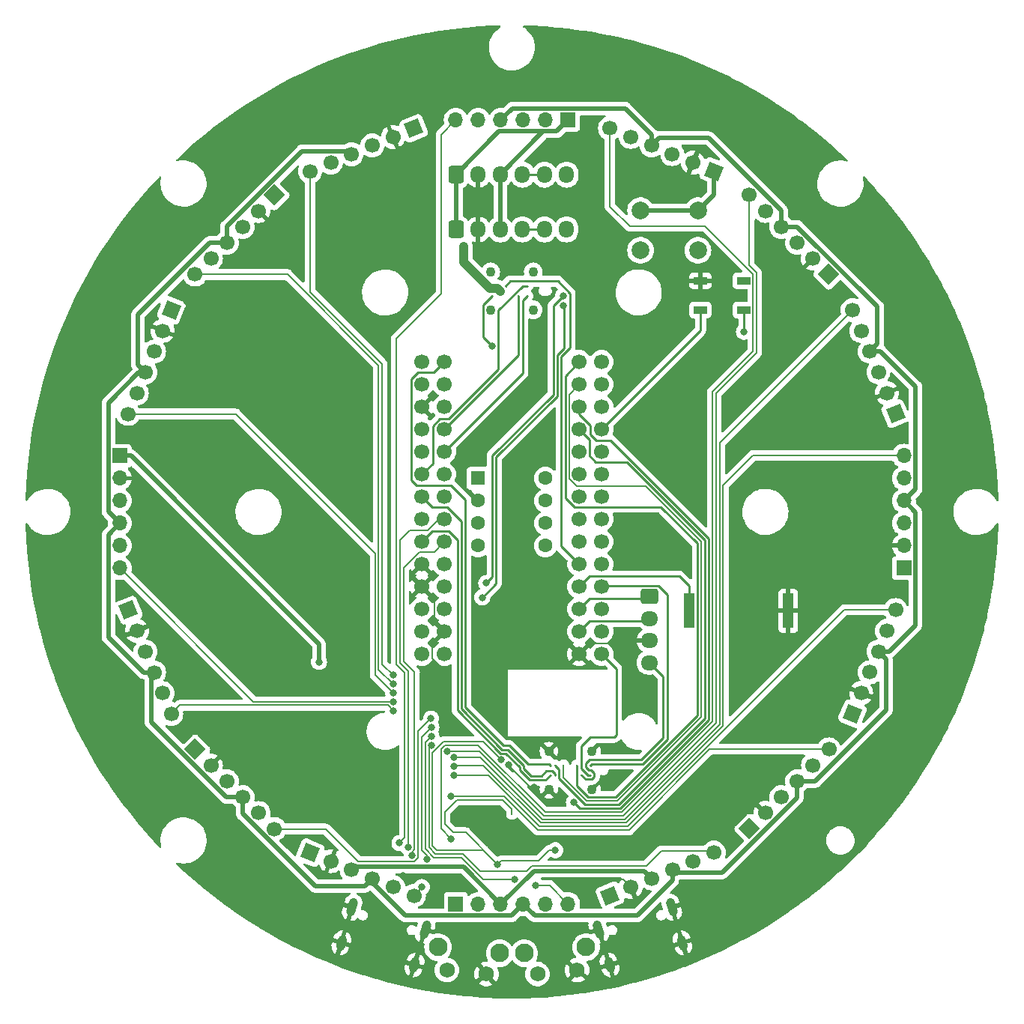
<source format=gbr>
%TF.GenerationSoftware,KiCad,Pcbnew,7.0.11*%
%TF.CreationDate,2025-01-20T01:56:26+09:00*%
%TF.ProjectId,Main,4d61696e-2e6b-4696-9361-645f70636258,rev?*%
%TF.SameCoordinates,Original*%
%TF.FileFunction,Copper,L1,Top*%
%TF.FilePolarity,Positive*%
%FSLAX46Y46*%
G04 Gerber Fmt 4.6, Leading zero omitted, Abs format (unit mm)*
G04 Created by KiCad (PCBNEW 7.0.11) date 2025-01-20 01:56:26*
%MOMM*%
%LPD*%
G01*
G04 APERTURE LIST*
G04 Aperture macros list*
%AMRoundRect*
0 Rectangle with rounded corners*
0 $1 Rounding radius*
0 $2 $3 $4 $5 $6 $7 $8 $9 X,Y pos of 4 corners*
0 Add a 4 corners polygon primitive as box body*
4,1,4,$2,$3,$4,$5,$6,$7,$8,$9,$2,$3,0*
0 Add four circle primitives for the rounded corners*
1,1,$1+$1,$2,$3*
1,1,$1+$1,$4,$5*
1,1,$1+$1,$6,$7*
1,1,$1+$1,$8,$9*
0 Add four rect primitives between the rounded corners*
20,1,$1+$1,$2,$3,$4,$5,0*
20,1,$1+$1,$4,$5,$6,$7,0*
20,1,$1+$1,$6,$7,$8,$9,0*
20,1,$1+$1,$8,$9,$2,$3,0*%
%AMHorizOval*
0 Thick line with rounded ends*
0 $1 width*
0 $2 $3 position (X,Y) of the first rounded end (center of the circle)*
0 $4 $5 position (X,Y) of the second rounded end (center of the circle)*
0 Add line between two ends*
20,1,$1,$2,$3,$4,$5,0*
0 Add two circle primitives to create the rounded ends*
1,1,$1,$2,$3*
1,1,$1,$4,$5*%
%AMRotRect*
0 Rectangle, with rotation*
0 The origin of the aperture is its center*
0 $1 length*
0 $2 width*
0 $3 Rotation angle, in degrees counterclockwise*
0 Add horizontal line*
21,1,$1,$2,0,0,$3*%
G04 Aperture macros list end*
%TA.AperFunction,ComponentPad*%
%ADD10C,2.000000*%
%TD*%
%TA.AperFunction,ComponentPad*%
%ADD11RoundRect,0.250000X-0.725000X0.600000X-0.725000X-0.600000X0.725000X-0.600000X0.725000X0.600000X0*%
%TD*%
%TA.AperFunction,ComponentPad*%
%ADD12O,1.950000X1.700000*%
%TD*%
%TA.AperFunction,SMDPad,CuDef*%
%ADD13R,1.200000X4.000000*%
%TD*%
%TA.AperFunction,ComponentPad*%
%ADD14R,1.600000X1.600000*%
%TD*%
%TA.AperFunction,ComponentPad*%
%ADD15C,1.600000*%
%TD*%
%TA.AperFunction,SMDPad,CuDef*%
%ADD16R,1.500000X0.900000*%
%TD*%
%TA.AperFunction,ComponentPad*%
%ADD17C,1.700000*%
%TD*%
%TA.AperFunction,ComponentPad*%
%ADD18RotRect,1.700000X1.700000X135.000000*%
%TD*%
%TA.AperFunction,ComponentPad*%
%ADD19HorizOval,1.700000X0.000000X0.000000X0.000000X0.000000X0*%
%TD*%
%TA.AperFunction,ComponentPad*%
%ADD20R,1.700000X1.700000*%
%TD*%
%TA.AperFunction,ComponentPad*%
%ADD21O,1.700000X1.700000*%
%TD*%
%TA.AperFunction,ComponentPad*%
%ADD22RotRect,1.700000X1.700000X315.000000*%
%TD*%
%TA.AperFunction,ComponentPad*%
%ADD23HorizOval,1.700000X0.000000X0.000000X0.000000X0.000000X0*%
%TD*%
%TA.AperFunction,ComponentPad*%
%ADD24HorizOval,1.000000X-0.116114X0.382776X0.116114X-0.382776X0*%
%TD*%
%TA.AperFunction,ComponentPad*%
%ADD25HorizOval,1.000000X-0.159657X0.526317X0.159657X-0.526317X0*%
%TD*%
%TA.AperFunction,ComponentPad*%
%ADD26C,2.100000*%
%TD*%
%TA.AperFunction,ComponentPad*%
%ADD27C,1.750000*%
%TD*%
%TA.AperFunction,ComponentPad*%
%ADD28RotRect,1.700000X1.700000X337.500000*%
%TD*%
%TA.AperFunction,ComponentPad*%
%ADD29HorizOval,1.700000X0.000000X0.000000X0.000000X0.000000X0*%
%TD*%
%TA.AperFunction,ComponentPad*%
%ADD30RoundRect,0.250000X-0.600000X-0.725000X0.600000X-0.725000X0.600000X0.725000X-0.600000X0.725000X0*%
%TD*%
%TA.AperFunction,ComponentPad*%
%ADD31O,1.700000X1.950000*%
%TD*%
%TA.AperFunction,ComponentPad*%
%ADD32RotRect,1.700000X1.700000X157.500000*%
%TD*%
%TA.AperFunction,ComponentPad*%
%ADD33HorizOval,1.700000X0.000000X0.000000X0.000000X0.000000X0*%
%TD*%
%TA.AperFunction,ComponentPad*%
%ADD34C,1.100000*%
%TD*%
%TA.AperFunction,SMDPad,CuDef*%
%ADD35RotRect,1.700000X1.700000X292.500000*%
%TD*%
%TA.AperFunction,SMDPad,CuDef*%
%ADD36HorizOval,1.700000X0.000000X0.000000X0.000000X0.000000X0*%
%TD*%
%TA.AperFunction,ComponentPad*%
%ADD37HorizOval,1.000000X0.116114X0.382776X-0.116114X-0.382776X0*%
%TD*%
%TA.AperFunction,ComponentPad*%
%ADD38HorizOval,1.000000X0.159657X0.526317X-0.159657X-0.526317X0*%
%TD*%
%TA.AperFunction,ComponentPad*%
%ADD39RotRect,1.700000X1.700000X225.000000*%
%TD*%
%TA.AperFunction,ComponentPad*%
%ADD40HorizOval,1.700000X0.000000X0.000000X0.000000X0.000000X0*%
%TD*%
%TA.AperFunction,SMDPad,CuDef*%
%ADD41RotRect,1.700000X1.700000X247.500000*%
%TD*%
%TA.AperFunction,SMDPad,CuDef*%
%ADD42HorizOval,1.700000X0.000000X0.000000X0.000000X0.000000X0*%
%TD*%
%TA.AperFunction,ComponentPad*%
%ADD43RotRect,1.700000X1.700000X22.500000*%
%TD*%
%TA.AperFunction,ComponentPad*%
%ADD44HorizOval,1.700000X0.000000X0.000000X0.000000X0.000000X0*%
%TD*%
%TA.AperFunction,ComponentPad*%
%ADD45RotRect,1.700000X1.700000X112.500000*%
%TD*%
%TA.AperFunction,ComponentPad*%
%ADD46HorizOval,1.700000X0.000000X0.000000X0.000000X0.000000X0*%
%TD*%
%TA.AperFunction,ComponentPad*%
%ADD47RotRect,1.700000X1.700000X67.500000*%
%TD*%
%TA.AperFunction,ComponentPad*%
%ADD48HorizOval,1.700000X0.000000X0.000000X0.000000X0.000000X0*%
%TD*%
%TA.AperFunction,SMDPad,CuDef*%
%ADD49R,1.700000X1.700000*%
%TD*%
%TA.AperFunction,SMDPad,CuDef*%
%ADD50O,1.700000X1.700000*%
%TD*%
%TA.AperFunction,ComponentPad*%
%ADD51RotRect,1.700000X1.700000X202.500000*%
%TD*%
%TA.AperFunction,ComponentPad*%
%ADD52HorizOval,1.700000X0.000000X0.000000X0.000000X0.000000X0*%
%TD*%
%TA.AperFunction,ComponentPad*%
%ADD53RotRect,1.700000X1.700000X45.000000*%
%TD*%
%TA.AperFunction,ComponentPad*%
%ADD54HorizOval,1.700000X0.000000X0.000000X0.000000X0.000000X0*%
%TD*%
%TA.AperFunction,ViaPad*%
%ADD55C,0.800000*%
%TD*%
%TA.AperFunction,ViaPad*%
%ADD56C,0.300000*%
%TD*%
%TA.AperFunction,Conductor*%
%ADD57C,0.250000*%
%TD*%
%TA.AperFunction,Conductor*%
%ADD58C,0.200000*%
%TD*%
%TA.AperFunction,Conductor*%
%ADD59C,0.500000*%
%TD*%
%TA.AperFunction,Conductor*%
%ADD60C,1.000000*%
%TD*%
G04 APERTURE END LIST*
D10*
%TO.P,SW3,1,1*%
%TO.N,/SUB*%
X173460000Y-72020000D03*
X166960000Y-72020000D03*
%TO.P,SW3,2,2*%
%TO.N,+3.3V*%
X173460000Y-67520000D03*
X166960000Y-67520000D03*
%TD*%
D11*
%TO.P,J21,1,Pin_1*%
%TO.N,/CAMTX*%
X167975000Y-111130000D03*
D12*
%TO.P,J21,2,Pin_2*%
%TO.N,/CAMRX*%
X167975000Y-113630000D03*
%TO.P,J21,3,Pin_3*%
%TO.N,GND*%
X167975000Y-116130000D03*
%TO.P,J21,4,Pin_4*%
%TO.N,+12V*%
X167975000Y-118630000D03*
%TD*%
D13*
%TO.P,BZ1,1,-*%
%TO.N,Net-(BZ1--)*%
X172454000Y-112776000D03*
%TO.P,BZ1,2,+*%
%TO.N,GND*%
X183654000Y-112776000D03*
%TD*%
D14*
%TO.P,U6,0,VIN*%
%TO.N,+3.3V*%
X148595000Y-97790000D03*
D15*
%TO.P,U6,1,GND*%
%TO.N,GND*%
X148595000Y-100330000D03*
%TO.P,U6,2,SDA*%
%TO.N,/Main_SDA*%
X148595000Y-102870000D03*
%TO.P,U6,3,SCL*%
%TO.N,/Main_SCL*%
X148595000Y-105410000D03*
%TO.P,U6,4,RESET*%
%TO.N,unconnected-(U6-RESET-Pad4)*%
X156215000Y-105410000D03*
%TO.P,U6,5,INT*%
%TO.N,unconnected-(U6-INT-Pad5)*%
X156215000Y-102870000D03*
%TO.P,U6,6,GND*%
%TO.N,unconnected-(U6-GND-Pad6)*%
X156215000Y-100330000D03*
%TO.P,U6,7,VOUT*%
%TO.N,unconnected-(U6-VOUT-Pad7)*%
X156215000Y-97790000D03*
%TD*%
D16*
%TO.P,D1,1,VDD*%
%TO.N,+5V*%
X178640000Y-78780000D03*
%TO.P,D1,2,DOUT*%
%TO.N,unconnected-(D1-DOUT-Pad2)*%
X178640000Y-75480000D03*
%TO.P,D1,3,VSS*%
%TO.N,GND*%
X173740000Y-75480000D03*
%TO.P,D1,4,DIN*%
%TO.N,/SUB_Ind*%
X173740000Y-78780000D03*
%TD*%
D17*
%TO.P,U5,1,GND*%
%TO.N,GND*%
X162560000Y-112570000D03*
X160020000Y-117650000D03*
X144780000Y-115110000D03*
X142240000Y-110030000D03*
X142240000Y-107490000D03*
X142240000Y-89710000D03*
%TO.P,U5,2,0_RX1_CRX2_CS1*%
%TO.N,/CAMRX*%
X160020000Y-115110000D03*
%TO.P,U5,3,1_TX1_CTX2_MISO1*%
%TO.N,/CAMTX*%
X160020000Y-112570000D03*
%TO.P,U5,4,2_OUT2*%
%TO.N,Net-(BZ1--)*%
X160020000Y-110030000D03*
%TO.P,U5,5,3_LRCLK2*%
%TO.N,/Line_NeoPixel*%
X160020000Y-107490000D03*
%TO.P,U5,6,4_BCLK2*%
%TO.N,/NeoPixel*%
X160020000Y-104950000D03*
%TO.P,U5,7,5_IN2*%
%TO.N,/START*%
X160020000Y-102410000D03*
%TO.P,U5,8,6_OUT1D*%
%TO.N,/SUB*%
X160020000Y-99870000D03*
%TO.P,U5,9,7_RX2_OUT1A*%
%TO.N,/MDRX*%
X160020000Y-97330000D03*
%TO.P,U5,10,8_TX2_IN1*%
%TO.N,/MDTX*%
X160020000Y-94790000D03*
%TO.P,U5,11,9_OUT1C*%
%TO.N,/T_CS*%
X160020000Y-92250000D03*
%TO.P,U5,12,10_CS_MQSR*%
%TO.N,/CS*%
X160020000Y-89710000D03*
%TO.P,U5,13,11_MOSI_CTX1*%
%TO.N,/MOSI*%
X160020000Y-87170000D03*
%TO.P,U5,14,12_MISO_MQSL*%
%TO.N,/MISO*%
X160020000Y-84630000D03*
%TO.P,U5,15,VBAT*%
%TO.N,unconnected-(U5-VBAT-Pad15)*%
X162560000Y-84630000D03*
%TO.P,U5,18,PROGRAM*%
%TO.N,unconnected-(U5-PROGRAM-Pad18)*%
X142240000Y-87170000D03*
%TO.P,U5,19,ON_OFF*%
%TO.N,unconnected-(U5-ON_OFF-Pad19)*%
X142240000Y-84630000D03*
%TO.P,U5,20,13_SCK_CRX1_LED*%
%TO.N,/SCK*%
X144780000Y-84630000D03*
%TO.P,U5,21,14_A0_TX3_SPDIF_OUT*%
%TO.N,/LineTX*%
X144780000Y-87170000D03*
%TO.P,U5,22,15_A1_RX3_SPDIF_IN*%
%TO.N,/LineRX*%
X144780000Y-89710000D03*
%TO.P,U5,23,16_A2_RX4_SCL1*%
%TO.N,/UART_RX*%
X144780000Y-92250000D03*
%TO.P,U5,24,17_A3_TX4_SDA1*%
%TO.N,/UART_TX*%
X144780000Y-94790000D03*
%TO.P,U5,25,18_A4_SDA0*%
%TO.N,/Main_SDA*%
X144780000Y-97330000D03*
%TO.P,U5,26,19_A5_SCL0*%
%TO.N,/Main_SCL*%
X144780000Y-99870000D03*
%TO.P,U5,27,20_A6_TX5_LRCLK1*%
%TO.N,/ToF_TX*%
X144780000Y-102410000D03*
%TO.P,U5,28,21_A7_RX5_BCLK1*%
%TO.N,/ToF_RX*%
X144780000Y-104950000D03*
%TO.P,U5,29,22_A8_CTX1*%
%TO.N,/Touch_F*%
X144780000Y-107490000D03*
%TO.P,U5,30,23_A9_CRX1_MCLK1*%
%TO.N,/Touch_B*%
X144780000Y-110030000D03*
%TO.P,U5,31,3V3*%
%TO.N,unconnected-(U5-3V3-Pad31)*%
X162560000Y-107490000D03*
X144780000Y-112570000D03*
%TO.N,+3.3V*%
X142240000Y-92250000D03*
%TO.P,U5,33,VIN*%
%TO.N,+5V*%
X144780000Y-117650000D03*
%TO.P,U5,34,VUSB*%
%TO.N,unconnected-(U5-VUSB-Pad34)*%
X142240000Y-117650000D03*
%TO.P,U5,35,24_A10_TX6_SCL2*%
%TO.N,/TweTX*%
X142240000Y-94790000D03*
%TO.P,U5,36,25_A11_RX6_SDA2*%
%TO.N,/TweRX*%
X142240000Y-102410000D03*
%TO.P,U5,37,26_A12_MOSI1*%
%TO.N,/RESET*%
X142240000Y-99870000D03*
%TO.P,U5,38,27_A13_SCK1*%
%TO.N,/DC*%
X142240000Y-104950000D03*
%TO.P,U5,39,28_RX7*%
%TO.N,/MouseRX*%
X142240000Y-97330000D03*
%TO.P,U5,40,29_TX7*%
%TO.N,/MouseTX*%
X162560000Y-97330000D03*
%TO.P,U5,41,30_CRX3*%
%TO.N,/FET1*%
X162560000Y-87170000D03*
%TO.P,U5,42,31_CTX3*%
%TO.N,/FET2*%
X162560000Y-94790000D03*
%TO.P,U5,43,32_OUT1B*%
%TO.N,/FET3*%
X162560000Y-89710000D03*
%TO.P,U5,44,33_MCLK2*%
%TO.N,/SUB_Ind*%
X162560000Y-92250000D03*
%TO.P,U5,45,34_DAT1_MISO2*%
%TO.N,/SD\uFF3FMISO*%
X162560000Y-117650000D03*
%TO.P,U5,46,35_DAT0_MOSI2*%
%TO.N,/SD\uFF3FMOSI*%
X162560000Y-115110000D03*
%TO.P,U5,48,36_CLK_CS2*%
%TO.N,/SD\uFF3FCS*%
X162560000Y-110030000D03*
%TO.P,U5,50,37_CMD_SCK2*%
%TO.N,/SD\uFF3FSCK*%
X162560000Y-104950000D03*
%TO.P,U5,51,38_DAT3_RX5*%
%TO.N,unconnected-(U5-38_DAT3_RX5-Pad51)*%
X162560000Y-102410000D03*
%TO.P,U5,52,39_DAT2_TX5*%
%TO.N,unconnected-(U5-39_DAT2_TX5-Pad52)*%
X162560000Y-99870000D03*
%TO.P,U5,53,D-*%
%TO.N,/TD-*%
X142240000Y-115110000D03*
%TO.P,U5,54,D+*%
%TO.N,/TD+*%
X142240000Y-112570000D03*
%TD*%
D18*
%TO.P,J13,1,Pin_1*%
%TO.N,+3.3V*%
X125583433Y-65785280D03*
D19*
%TO.P,J13,2,Pin_2*%
%TO.N,GND*%
X123787382Y-67581331D03*
%TO.P,J13,3,Pin_3*%
%TO.N,/SCL*%
X121991331Y-69377382D03*
%TO.P,J13,4,Pin_4*%
%TO.N,/SDA*%
X120195279Y-71173434D03*
%TO.P,J13,5,Pin_5*%
%TO.N,unconnected-(J13-Pin_5-Pad5)*%
X118399228Y-72969485D03*
%TO.P,J13,6,Pin_6*%
%TO.N,/15*%
X116603177Y-74765536D03*
%TD*%
D20*
%TO.P,J2,1,Pin_1*%
%TO.N,+3.3V*%
X158770000Y-57295000D03*
D21*
%TO.P,J2,2,Pin_2*%
%TO.N,GND*%
X156230000Y-57295000D03*
%TO.P,J2,3,Pin_3*%
%TO.N,/SCL*%
X153690000Y-57295000D03*
%TO.P,J2,4,Pin_4*%
%TO.N,/SDA*%
X151150000Y-57295000D03*
%TO.P,J2,5,Pin_5*%
%TO.N,unconnected-(J2-Pin_5-Pad5)*%
X148610000Y-57295000D03*
%TO.P,J2,6,Pin_6*%
%TO.N,/1*%
X146070000Y-57295000D03*
%TD*%
D22*
%TO.P,J11,1,Pin_1*%
%TO.N,+3.3V*%
X179267352Y-137414462D03*
D23*
%TO.P,J11,2,Pin_2*%
%TO.N,GND*%
X181063403Y-135618411D03*
%TO.P,J11,3,Pin_3*%
%TO.N,/SCL*%
X182859454Y-133822360D03*
%TO.P,J11,4,Pin_4*%
%TO.N,/SDA*%
X184655506Y-132026308D03*
%TO.P,J11,5,Pin_5*%
%TO.N,unconnected-(J11-Pin_5-Pad5)*%
X186451557Y-130230257D03*
%TO.P,J11,6,Pin_6*%
%TO.N,/7*%
X188247608Y-128434206D03*
%TD*%
D24*
%TO.P,J1,S1,SHIELD*%
%TO.N,GND*%
X171715230Y-150292128D03*
D25*
X170501840Y-146292117D03*
D24*
X163447266Y-152800188D03*
D25*
X162233876Y-148800177D03*
%TD*%
D20*
%TO.P,J3,1,Pin_1*%
%TO.N,+3.3V*%
X196730264Y-107944480D03*
D21*
%TO.P,J3,2,Pin_2*%
%TO.N,GND*%
X196730264Y-105404480D03*
%TO.P,J3,3,Pin_3*%
%TO.N,/SCL*%
X196730264Y-102864480D03*
%TO.P,J3,4,Pin_4*%
%TO.N,/SDA*%
X196730264Y-100324480D03*
%TO.P,J3,5,Pin_5*%
%TO.N,unconnected-(J3-Pin_5-Pad5)*%
X196730264Y-97784480D03*
%TO.P,J3,6,Pin_6*%
%TO.N,/5*%
X196730264Y-95244480D03*
%TD*%
D26*
%TO.P,SW1,*%
%TO.N,*%
X144073727Y-150785737D03*
X151049972Y-151472837D03*
D27*
%TO.P,SW1,1,1*%
%TO.N,/RUN*%
X145073645Y-153386268D03*
%TO.P,SW1,2,2*%
%TO.N,GND*%
X149551976Y-153827345D03*
%TD*%
D28*
%TO.P,J7,1,Pin_1*%
%TO.N,+3.3V*%
X190929780Y-124416266D03*
D29*
%TO.P,J7,2,Pin_2*%
%TO.N,GND*%
X191901796Y-122069612D03*
%TO.P,J7,3,Pin_3*%
%TO.N,/SCL*%
X192873812Y-119722958D03*
%TO.P,J7,4,Pin_4*%
%TO.N,/SDA*%
X193845828Y-117376304D03*
%TO.P,J7,5,Pin_5*%
%TO.N,unconnected-(J7-Pin_5-Pad5)*%
X194817844Y-115029650D03*
%TO.P,J7,6,Pin_6*%
%TO.N,/6*%
X195789860Y-112682996D03*
%TD*%
D30*
%TO.P,J23,1,Pin_1*%
%TO.N,+3.3V*%
X146110000Y-63470000D03*
D31*
%TO.P,J23,2,Pin_2*%
%TO.N,GND*%
X148610000Y-63470000D03*
%TO.P,J23,3,Pin_3*%
%TO.N,+3.3V*%
X151110000Y-63470000D03*
%TO.P,J23,4,Pin_4*%
%TO.N,Net-(J23-Pin_4)*%
X153610000Y-63470000D03*
%TO.P,J23,5,Pin_5*%
X156110000Y-63470000D03*
%TO.P,J23,6,Pin_6*%
%TO.N,/Touch_B*%
X158610000Y-63470000D03*
%TD*%
D32*
%TO.P,J9,1,Pin_1*%
%TO.N,+3.3V*%
X113921005Y-78783477D03*
D33*
%TO.P,J9,2,Pin_2*%
%TO.N,GND*%
X112948989Y-81130131D03*
%TO.P,J9,3,Pin_3*%
%TO.N,/SCL*%
X111976973Y-83476785D03*
%TO.P,J9,4,Pin_4*%
%TO.N,/SDA*%
X111004957Y-85823439D03*
%TO.P,J9,5,Pin_5*%
%TO.N,unconnected-(J9-Pin_5-Pad5)*%
X110032941Y-88170093D03*
%TO.P,J9,6,Pin_6*%
%TO.N,/14*%
X109060925Y-90516747D03*
%TD*%
D34*
%TO.P,J19,S1*%
%TO.N,GND*%
X161410000Y-132935000D03*
X161410000Y-128635000D03*
X156610000Y-132935000D03*
X156610000Y-128635000D03*
%TD*%
D35*
%TO.P,J16,1,Pin_1*%
%TO.N,+3.3V*%
X163518479Y-144960212D03*
D36*
%TO.P,J16,2,Pin_2*%
%TO.N,GND*%
X165865133Y-143988196D03*
%TO.P,J16,3,Pin_3*%
%TO.N,/SCL*%
X168211787Y-143016180D03*
%TO.P,J16,4,Pin_4*%
%TO.N,/SDA*%
X170558441Y-142044164D03*
%TO.P,J16,5,Pin_5*%
%TO.N,unconnected-(J16-Pin_5-Pad5)*%
X172905095Y-141072148D03*
%TO.P,J16,6,Pin_6*%
%TO.N,/8*%
X175251749Y-140100132D03*
%TD*%
D37*
%TO.P,J20,S1,SHIELD*%
%TO.N,GND*%
X141412338Y-152802863D03*
D38*
X142625728Y-148802852D03*
D37*
X133144374Y-150294803D03*
D38*
X134357764Y-146294792D03*
%TD*%
D39*
%TO.P,J12,1,Pin_1*%
%TO.N,+3.3V*%
X116610802Y-128441831D03*
D40*
%TO.P,J12,2,Pin_2*%
%TO.N,GND*%
X118406853Y-130237882D03*
%TO.P,J12,3,Pin_3*%
%TO.N,/SCL*%
X120202904Y-132033933D03*
%TO.P,J12,4,Pin_4*%
%TO.N,/SDA*%
X121998956Y-133829985D03*
%TO.P,J12,5,Pin_5*%
%TO.N,unconnected-(J12-Pin_5-Pad5)*%
X123795007Y-135626036D03*
%TO.P,J12,6,Pin_6*%
%TO.N,/11*%
X125591058Y-137422087D03*
%TD*%
D41*
%TO.P,J8,1,Pin_1*%
%TO.N,+3.3V*%
X129608998Y-140104259D03*
D42*
%TO.P,J8,2,Pin_2*%
%TO.N,GND*%
X131955652Y-141076275D03*
%TO.P,J8,3,Pin_3*%
%TO.N,/SCL*%
X134302306Y-142048291D03*
%TO.P,J8,4,Pin_4*%
%TO.N,/SDA*%
X136648960Y-143020307D03*
%TO.P,J8,5,Pin_5*%
%TO.N,unconnected-(J8-Pin_5-Pad5)*%
X138995614Y-143992323D03*
%TO.P,J8,6,Pin_6*%
%TO.N,/10*%
X141342268Y-144964339D03*
%TD*%
D20*
%TO.P,J5,1,Pin_1*%
%TO.N,+3.3V*%
X108120521Y-95255263D03*
D21*
%TO.P,J5,2,Pin_2*%
%TO.N,GND*%
X108120521Y-97795263D03*
%TO.P,J5,3,Pin_3*%
%TO.N,/SCL*%
X108120521Y-100335263D03*
%TO.P,J5,4,Pin_4*%
%TO.N,/SDA*%
X108120521Y-102875263D03*
%TO.P,J5,5,Pin_5*%
%TO.N,unconnected-(J5-Pin_5-Pad5)*%
X108120521Y-105415263D03*
%TO.P,J5,6,Pin_6*%
%TO.N,/13*%
X108120521Y-107955263D03*
%TD*%
D43*
%TO.P,J15,1,Pin_1*%
%TO.N,+3.3V*%
X195785733Y-90506785D03*
D44*
%TO.P,J15,2,Pin_2*%
%TO.N,GND*%
X194813717Y-88160131D03*
%TO.P,J15,3,Pin_3*%
%TO.N,/SCL*%
X193841701Y-85813477D03*
%TO.P,J15,4,Pin_4*%
%TO.N,/SDA*%
X192869685Y-83466823D03*
%TO.P,J15,5,Pin_5*%
%TO.N,unconnected-(J15-Pin_5-Pad5)*%
X191897669Y-81120169D03*
%TO.P,J15,6,Pin_6*%
%TO.N,/4*%
X190925653Y-78773515D03*
%TD*%
D45*
%TO.P,J18,1,Pin_1*%
%TO.N,+3.3V*%
X141332307Y-58239530D03*
D46*
%TO.P,J18,2,Pin_2*%
%TO.N,GND*%
X138985653Y-59211546D03*
%TO.P,J18,3,Pin_3*%
%TO.N,/SCL*%
X136638999Y-60183562D03*
%TO.P,J18,4,Pin_4*%
%TO.N,/SDA*%
X134292345Y-61155578D03*
%TO.P,J18,5,Pin_5*%
%TO.N,unconnected-(J18-Pin_5-Pad5)*%
X131945691Y-62127594D03*
%TO.P,J18,6,Pin_6*%
%TO.N,/16*%
X129599037Y-63099610D03*
%TD*%
D47*
%TO.P,J6,1,Pin_1*%
%TO.N,+3.3V*%
X175241786Y-63095484D03*
D48*
%TO.P,J6,2,Pin_2*%
%TO.N,GND*%
X172895132Y-62123468D03*
%TO.P,J6,3,Pin_3*%
%TO.N,/SCL*%
X170548478Y-61151452D03*
%TO.P,J6,4,Pin_4*%
%TO.N,/SDA*%
X168201824Y-60179436D03*
%TO.P,J6,5,Pin_5*%
%TO.N,unconnected-(J6-Pin_5-Pad5)*%
X165855170Y-59207420D03*
%TO.P,J6,6,Pin_6*%
%TO.N,/2*%
X163508516Y-58235404D03*
%TD*%
D49*
%TO.P,J4,1,Pin_1*%
%TO.N,+3.3V*%
X146080784Y-145904743D03*
D50*
%TO.P,J4,2,Pin_2*%
%TO.N,GND*%
X148620784Y-145904743D03*
%TO.P,J4,3,Pin_3*%
%TO.N,/SCL*%
X151160784Y-145904743D03*
%TO.P,J4,4,Pin_4*%
%TO.N,/SDA*%
X153700784Y-145904743D03*
%TO.P,J4,5,Pin_5*%
%TO.N,unconnected-(J4-Pin_5-Pad5)*%
X156240784Y-145904743D03*
%TO.P,J4,6,Pin_6*%
%TO.N,/9*%
X158780784Y-145904743D03*
%TD*%
D51*
%TO.P,J17,1,Pin_1*%
%TO.N,+3.3V*%
X109065052Y-112692958D03*
D52*
%TO.P,J17,2,Pin_2*%
%TO.N,GND*%
X110037068Y-115039612D03*
%TO.P,J17,3,Pin_3*%
%TO.N,/SCL*%
X111009084Y-117386266D03*
%TO.P,J17,4,Pin_4*%
%TO.N,/SDA*%
X111981100Y-119732920D03*
%TO.P,J17,5,Pin_5*%
%TO.N,unconnected-(J17-Pin_5-Pad5)*%
X112953116Y-122079574D03*
%TO.P,J17,6,Pin_6*%
%TO.N,/12*%
X113925132Y-124426228D03*
%TD*%
D26*
%TO.P,SW2,*%
%TO.N,*%
X153829887Y-151469973D03*
X160806132Y-150782873D03*
D27*
%TO.P,SW2,1,1*%
%TO.N,/BOOT*%
X155317931Y-153825462D03*
%TO.P,SW2,2,2*%
%TO.N,GND*%
X159796262Y-153384385D03*
%TD*%
D34*
%TO.P,J14,S1*%
%TO.N,N/C*%
X150030000Y-74460000D03*
X150030000Y-78760000D03*
X154830000Y-74460000D03*
X154830000Y-78760000D03*
%TD*%
D53*
%TO.P,J10,1,Pin_1*%
%TO.N,+3.3V*%
X188239983Y-74757912D03*
D54*
%TO.P,J10,2,Pin_2*%
%TO.N,GND*%
X186443932Y-72961861D03*
%TO.P,J10,3,Pin_3*%
%TO.N,/SCL*%
X184647881Y-71165810D03*
%TO.P,J10,4,Pin_4*%
%TO.N,/SDA*%
X182851829Y-69369758D03*
%TO.P,J10,5,Pin_5*%
%TO.N,unconnected-(J10-Pin_5-Pad5)*%
X181055778Y-67573707D03*
%TO.P,J10,6,Pin_6*%
%TO.N,/3*%
X179259727Y-65777656D03*
%TD*%
D30*
%TO.P,J22,1,Pin_1*%
%TO.N,+3.3V*%
X146100000Y-69660000D03*
D31*
%TO.P,J22,2,Pin_2*%
%TO.N,GND*%
X148600000Y-69660000D03*
%TO.P,J22,3,Pin_3*%
%TO.N,+3.3V*%
X151100000Y-69660000D03*
%TO.P,J22,4,Pin_4*%
%TO.N,Net-(J22-Pin_4)*%
X153600000Y-69660000D03*
%TO.P,J22,5,Pin_5*%
X156100000Y-69660000D03*
%TO.P,J22,6,Pin_6*%
%TO.N,/Touch_F*%
X158600000Y-69660000D03*
%TD*%
D55*
%TO.N,GND*%
X164390000Y-106360000D03*
X177610000Y-127020000D03*
X182100000Y-73470000D03*
X148630000Y-145890000D03*
X124510000Y-76470000D03*
X186140000Y-81320000D03*
X121750000Y-125110000D03*
X177460000Y-89070000D03*
X147720000Y-144300000D03*
X109570000Y-72300000D03*
X135500000Y-113070000D03*
X136390000Y-148360000D03*
X131820000Y-109850000D03*
X202780000Y-111830000D03*
X113380000Y-111260000D03*
X173900000Y-101950000D03*
X162520000Y-71760000D03*
X148540000Y-66650000D03*
X147920000Y-136130000D03*
X160580000Y-145240000D03*
X177650000Y-122840000D03*
X202780000Y-91920000D03*
X162330000Y-139920000D03*
X171400000Y-75420000D03*
X168240000Y-107630000D03*
X116240000Y-118740000D03*
X172070000Y-144220000D03*
X161520000Y-63600000D03*
X191170000Y-96780000D03*
X159730000Y-138940000D03*
X165000000Y-63640000D03*
X113380000Y-115560000D03*
X170070000Y-70630000D03*
X186070000Y-105470000D03*
X155194000Y-81280000D03*
X129180000Y-129650000D03*
X165490000Y-116220000D03*
X124610000Y-84910000D03*
X121960000Y-130010000D03*
X140079821Y-142677662D03*
X114250000Y-84660000D03*
X128150000Y-73980000D03*
X173180000Y-148520000D03*
X132680000Y-107950000D03*
X157880000Y-143400000D03*
X152460000Y-118100000D03*
X188400000Y-83450000D03*
X180110000Y-96760000D03*
X142940000Y-60890000D03*
X148850000Y-122050000D03*
X148400000Y-112850000D03*
X154686000Y-80264000D03*
X181750000Y-127190000D03*
X131140000Y-97780000D03*
X149610000Y-135270000D03*
X125710000Y-109090000D03*
X167100000Y-121820000D03*
X157510000Y-73580000D03*
X132930000Y-118570000D03*
X177200000Y-74020000D03*
X190430000Y-114240000D03*
X157710000Y-117750000D03*
X167830000Y-95850000D03*
X136490000Y-81230000D03*
X131840000Y-141290000D03*
X160790000Y-143500000D03*
X135420000Y-107280000D03*
X158310000Y-66490000D03*
X137360000Y-68940000D03*
X153040000Y-66650000D03*
X179240000Y-110440000D03*
X111070000Y-100630000D03*
X132250000Y-114110000D03*
X168080000Y-102230000D03*
X155956000Y-80264000D03*
X154210000Y-148860000D03*
X100940000Y-113150000D03*
X174960000Y-138110000D03*
X157570000Y-107330000D03*
X156020000Y-77670000D03*
X152890000Y-89660000D03*
X149000000Y-118140000D03*
X170280000Y-138720000D03*
X177970000Y-94270000D03*
X133730000Y-137920000D03*
X180220000Y-59300000D03*
X140510000Y-150700000D03*
X114500000Y-88980000D03*
X174090000Y-151150000D03*
X160330000Y-79830000D03*
X171400000Y-65590000D03*
X152040000Y-130220001D03*
X177300000Y-139070000D03*
X133310000Y-124860000D03*
X148540000Y-71620000D03*
X123680000Y-70890000D03*
X175550000Y-129630000D03*
X119460000Y-121900000D03*
X158880000Y-60660000D03*
X155780000Y-92650000D03*
X118830000Y-107490000D03*
X195300000Y-72880000D03*
X173760000Y-89800000D03*
X190410000Y-118850000D03*
X155956000Y-81980000D03*
X128870000Y-120860000D03*
X177670000Y-99140000D03*
X142960000Y-75250000D03*
X135650000Y-102880000D03*
X181670000Y-82000000D03*
X157360000Y-71630000D03*
X114430000Y-91860000D03*
X163070000Y-132240000D03*
X133710000Y-83960000D03*
X181270000Y-132210000D03*
D56*
X145596500Y-136520000D03*
D55*
X175570000Y-72400000D03*
X176190000Y-77170000D03*
X191890000Y-102860000D03*
X155120000Y-112920000D03*
X191020000Y-86830000D03*
X120600000Y-92240000D03*
X191110000Y-93590000D03*
X172860000Y-134130000D03*
X194670000Y-130880000D03*
X171400000Y-79710000D03*
X101740000Y-93300000D03*
X144270000Y-143570000D03*
X189700000Y-110850000D03*
X167320000Y-137610000D03*
X109390000Y-130990000D03*
X168300000Y-148340000D03*
X185490000Y-90420000D03*
X124760000Y-144690000D03*
X167010000Y-153980000D03*
X152180000Y-96090000D03*
X155560000Y-61260000D03*
X162500000Y-51880000D03*
X179090000Y-135140000D03*
X171980000Y-106070000D03*
X148990000Y-148970000D03*
X152130000Y-108220000D03*
X145070000Y-119850000D03*
X124990000Y-58840000D03*
X131260000Y-104070000D03*
X119880000Y-117890000D03*
X135680000Y-88050000D03*
X148410000Y-115160000D03*
X131190000Y-76350000D03*
X182010000Y-143420000D03*
X138040000Y-134700000D03*
X164570000Y-150640000D03*
X157200000Y-148540000D03*
X154960000Y-132730000D03*
X135880000Y-117450000D03*
X149360000Y-94340000D03*
D56*
%TO.N,+12V*%
X151180000Y-76910000D03*
D55*
X147000000Y-71610000D03*
D56*
X151185324Y-76260825D03*
X160260000Y-131350000D03*
X151190000Y-76590000D03*
D55*
X146980000Y-72930000D03*
%TO.N,+5V*%
X178640000Y-81240000D03*
%TO.N,+3.3V*%
X151238922Y-129621437D03*
X150810000Y-141460000D03*
X163518479Y-144960212D03*
D56*
X152420000Y-135730000D03*
D55*
X157330000Y-139823500D03*
X130625000Y-118545000D03*
X146080784Y-145904743D03*
X129608998Y-140104259D03*
%TO.N,/SCL*%
X168210000Y-143010000D03*
X151160784Y-145904743D03*
X134300000Y-142060000D03*
%TO.N,/SDA*%
X153700784Y-145904743D03*
%TO.N,/1*%
X139713633Y-139023683D03*
%TO.N,/5*%
X145846469Y-130370679D03*
%TO.N,/9*%
X152726722Y-143136722D03*
X155140000Y-143810000D03*
X143327712Y-126943814D03*
%TO.N,/13*%
X139016665Y-123049869D03*
%TO.N,/2*%
X145561037Y-138536210D03*
%TO.N,/6*%
X145846510Y-131370681D03*
%TO.N,/10*%
X142239975Y-143990025D03*
X142821065Y-140840000D03*
X143316597Y-125943873D03*
%TO.N,/14*%
X139000000Y-122050006D03*
%TO.N,/3*%
X145115025Y-128689869D03*
%TO.N,/7*%
X145531308Y-133731664D03*
%TO.N,/11*%
X143280841Y-124944510D03*
%TO.N,/15*%
X139000000Y-121050003D03*
D56*
%TO.N,/UART_RX*%
X153180002Y-77170000D03*
%TO.N,/Line_NeoPixel*%
X151680000Y-76050000D03*
D55*
%TO.N,/8*%
X143340000Y-127943741D03*
%TO.N,/12*%
X138989361Y-124049499D03*
%TO.N,/16*%
X139000000Y-120050000D03*
D56*
%TO.N,/SD\uFF3FCS*%
X161260000Y-130240000D03*
%TO.N,/MISO*%
X159760002Y-130230000D03*
%TO.N,/MOSI*%
X158260002Y-130230000D03*
%TO.N,/T_CS*%
X157259998Y-130230000D03*
%TO.N,/SCK*%
X156760002Y-130230000D03*
%TO.N,/DC*%
X156759999Y-131350000D03*
%TO.N,/RESET*%
X157260002Y-131350000D03*
D55*
%TO.N,/CS*%
X159424432Y-134414254D03*
D56*
%TO.N,/SD\uFF3FMISO*%
X161260002Y-131350000D03*
D55*
%TO.N,/ToF_RX*%
X141090724Y-140400773D03*
%TO.N,/ToF_TX*%
X140713629Y-139475025D03*
%TO.N,/4*%
X145847490Y-129370677D03*
%TO.N,/MDTX*%
X150180000Y-82830000D03*
D56*
X150179998Y-77170000D03*
%TO.N,/UART_TX*%
X154179998Y-77170000D03*
D55*
%TO.N,/Touch_F*%
X149525841Y-109630536D03*
X158229177Y-77154483D03*
%TO.N,/Touch_B*%
X149075000Y-111260153D03*
X158230000Y-78292965D03*
D56*
%TO.N,/MouseRX*%
X154180000Y-76050000D03*
%TD*%
D57*
%TO.N,Net-(BZ1--)*%
X161195000Y-108855000D02*
X160020000Y-110030000D01*
X172454000Y-109984000D02*
X171325000Y-108855000D01*
X172454000Y-112776000D02*
X172454000Y-109984000D01*
X171325000Y-108855000D02*
X161195000Y-108855000D01*
D58*
%TO.N,GND*%
X144780000Y-115110000D02*
X143630000Y-113960000D01*
X152040000Y-130290000D02*
X154480000Y-132730000D01*
X143390000Y-116500000D02*
X143390000Y-118170000D01*
X152040000Y-130220001D02*
X152040000Y-130290000D01*
X161170000Y-116500000D02*
X165210000Y-116500000D01*
X160020000Y-117650000D02*
X161170000Y-116500000D01*
X143630000Y-113960000D02*
X143630000Y-111420000D01*
X144780000Y-115110000D02*
X143390000Y-116500000D01*
X162681804Y-143138196D02*
X165015133Y-143138196D01*
X143390000Y-118170000D02*
X145070000Y-119850000D01*
X143630000Y-111420000D02*
X142240000Y-110030000D01*
X160580000Y-145240000D02*
X162681804Y-143138196D01*
X165210000Y-116500000D02*
X165490000Y-116220000D01*
X165015133Y-143138196D02*
X165865133Y-143988196D01*
X154480000Y-132730000D02*
X154960000Y-132730000D01*
D59*
%TO.N,+12V*%
X151190000Y-76900000D02*
X151180000Y-76910000D01*
X151190000Y-76590000D02*
X151190000Y-76900000D01*
D57*
X161735002Y-131153248D02*
X161371754Y-130790000D01*
X161130000Y-130790000D02*
X160785000Y-130445000D01*
D59*
X151190000Y-76590000D02*
X151190000Y-76408529D01*
D57*
X160785000Y-130445000D02*
X160785000Y-130043248D01*
X160260000Y-131350000D02*
X160735000Y-131825000D01*
X161198248Y-129630000D02*
X167043604Y-129630000D01*
X160735000Y-131825000D02*
X161456754Y-131825000D01*
X169530000Y-120185000D02*
X167975000Y-118630000D01*
X161371754Y-130790000D02*
X161130000Y-130790000D01*
D60*
X147000000Y-71610000D02*
X147000000Y-73402649D01*
D57*
X160785000Y-130043248D02*
X161198248Y-129630000D01*
D59*
X151190000Y-76408529D02*
X151113810Y-76332339D01*
D57*
X167043604Y-129630000D02*
X169530000Y-127143604D01*
D60*
X150747918Y-76320000D02*
X151103959Y-76676041D01*
X149917351Y-76320000D02*
X150747918Y-76320000D01*
D57*
X169530000Y-127143604D02*
X169530000Y-120185000D01*
X161735002Y-131546752D02*
X161735002Y-131153248D01*
D60*
X147000000Y-73402649D02*
X149917351Y-76320000D01*
D57*
X161456754Y-131825000D02*
X161735002Y-131546752D01*
%TO.N,+5V*%
X178640000Y-81240000D02*
X178640000Y-78780000D01*
D58*
%TO.N,+3.3V*%
X146198336Y-134131664D02*
X144815025Y-135514975D01*
D59*
X166960000Y-67520000D02*
X173460000Y-67520000D01*
X175241786Y-65738214D02*
X173460000Y-67520000D01*
D58*
X151238922Y-129621437D02*
X149197485Y-127580000D01*
X151220000Y-141050000D02*
X150810000Y-141460000D01*
X149197485Y-127580000D02*
X144654315Y-127580000D01*
D59*
X130625000Y-116535000D02*
X109345263Y-95255263D01*
D58*
X157330000Y-139823500D02*
X156646500Y-139823500D01*
D59*
X151110000Y-63470000D02*
X151110000Y-69650000D01*
X151110000Y-69650000D02*
X151100000Y-69660000D01*
X150985000Y-58595000D02*
X146110000Y-63470000D01*
D58*
X152420000Y-135730000D02*
X152420000Y-135185686D01*
X151365978Y-134131664D02*
X146198336Y-134131664D01*
X149198291Y-139848291D02*
X150810000Y-141460000D01*
D59*
X146110000Y-63470000D02*
X146110000Y-69650000D01*
X157470000Y-58595000D02*
X150985000Y-58595000D01*
D58*
X143949663Y-139848291D02*
X149198291Y-139848291D01*
X144815025Y-136855025D02*
X145796210Y-137836210D01*
X143440000Y-139338628D02*
X143949663Y-139848291D01*
X144015025Y-128219289D02*
X144015025Y-128258666D01*
D59*
X130625000Y-118545000D02*
X130625000Y-116535000D01*
D58*
X155420000Y-141050000D02*
X151220000Y-141050000D01*
X156646500Y-139823500D02*
X155420000Y-141050000D01*
D59*
X157470000Y-58595000D02*
X155985000Y-58595000D01*
X146110000Y-69650000D02*
X146100000Y-69660000D01*
D58*
X144815025Y-135514975D02*
X144815025Y-136855025D01*
X144654315Y-127580000D02*
X144015025Y-128219289D01*
D59*
X109345263Y-95255263D02*
X108120521Y-95255263D01*
X158770000Y-57295000D02*
X157470000Y-58595000D01*
X155985000Y-58595000D02*
X151110000Y-63470000D01*
D58*
X152420000Y-135185686D02*
X151365978Y-134131664D01*
X143440000Y-128833691D02*
X143440000Y-139338628D01*
X144015025Y-128258666D02*
X143440000Y-128833691D01*
D59*
X175241786Y-63095484D02*
X175241786Y-65738214D01*
D58*
X145796210Y-137836210D02*
X147186210Y-137836210D01*
X147186210Y-137836210D02*
X150810000Y-141460000D01*
D57*
%TO.N,/SUB_Ind*%
X173740000Y-81070000D02*
X173740000Y-78780000D01*
X162560000Y-92250000D02*
X173740000Y-81070000D01*
D59*
%TO.N,/SCL*%
X154899347Y-142166180D02*
X151160784Y-145904743D01*
X136638999Y-60647402D02*
X136638999Y-60183562D01*
X193377861Y-85813477D02*
X193841701Y-85813477D01*
X146946041Y-141690000D02*
X134660597Y-141690000D01*
X151160784Y-145904743D02*
X146946041Y-141690000D01*
X134302306Y-142048291D02*
X134302306Y-141584451D01*
X134660597Y-141690000D02*
X134302306Y-142048291D01*
X167361787Y-142166180D02*
X166590000Y-142166180D01*
X168211787Y-143016180D02*
X167361787Y-142166180D01*
X166590000Y-142166180D02*
X154899347Y-142166180D01*
X170220494Y-61479436D02*
X170548478Y-61151452D01*
%TO.N,/SDA*%
X110154957Y-79305043D02*
X118286566Y-71173434D01*
X110779019Y-119732920D02*
X106820521Y-115774422D01*
X111004957Y-85823439D02*
X110154957Y-84973439D01*
X170558441Y-143246245D02*
X166599943Y-147204743D01*
X121998956Y-135698956D02*
X121998956Y-133829985D01*
X106820521Y-115774422D02*
X106820521Y-104175263D01*
X195047909Y-117376304D02*
X193845828Y-117376304D01*
X133964361Y-60827594D02*
X134292345Y-61155578D01*
X153700784Y-145904743D02*
X152400784Y-147204743D01*
X136648960Y-143484147D02*
X136648960Y-143020307D01*
X110154957Y-84973439D02*
X110154957Y-79305043D01*
X198030264Y-114393949D02*
X195047909Y-117376304D01*
X106820521Y-104175263D02*
X108120521Y-102875263D01*
X193845828Y-117376304D02*
X194695828Y-118226304D01*
X152400784Y-147204743D02*
X140369556Y-147204743D01*
X176148144Y-142372148D02*
X170886425Y-142372148D01*
X169051824Y-59329436D02*
X174649985Y-59329436D01*
X165219469Y-55995000D02*
X168201824Y-58977355D01*
X192869685Y-83466823D02*
X194071766Y-83466823D01*
X120195279Y-71173434D02*
X120195279Y-69334956D01*
X184655506Y-133864786D02*
X176148144Y-142372148D01*
X184655506Y-132026308D02*
X184655506Y-133864786D01*
X111653116Y-125322623D02*
X111653116Y-120060904D01*
X111653116Y-120060904D02*
X111981100Y-119732920D01*
X140369556Y-147204743D02*
X136648960Y-143484147D01*
X152450000Y-55995000D02*
X165219469Y-55995000D01*
X182851829Y-67531280D02*
X182851829Y-69369758D01*
X193719685Y-82616823D02*
X192869685Y-83466823D01*
X110266561Y-85823439D02*
X111004957Y-85823439D01*
X174649985Y-59329436D02*
X182851829Y-67531280D01*
X108120521Y-102875263D02*
X106820521Y-101575263D01*
X194695828Y-118226304D02*
X194695828Y-124034172D01*
X198040000Y-87435057D02*
X198040000Y-99014744D01*
X111981100Y-119732920D02*
X110779019Y-119732920D01*
X136648960Y-143020307D02*
X135798960Y-143870307D01*
X106820521Y-89269479D02*
X110266561Y-85823439D01*
X193719685Y-78399136D02*
X193719685Y-82616823D01*
X196730264Y-100324480D02*
X198030264Y-101624480D01*
X168201824Y-58977355D02*
X168201824Y-60179436D01*
X184690307Y-69369758D02*
X193719685Y-78399136D01*
X194071766Y-83466823D02*
X198040000Y-87435057D01*
X170558441Y-142044164D02*
X170558441Y-143246245D01*
X118286566Y-71173434D02*
X120195279Y-71173434D01*
X120195279Y-69334956D02*
X128702641Y-60827594D01*
X151150000Y-57295000D02*
X152450000Y-55995000D01*
X128702641Y-60827594D02*
X133964361Y-60827594D01*
X130170307Y-143870307D02*
X121998956Y-135698956D01*
X194695828Y-124034172D02*
X186703692Y-132026308D01*
X170886425Y-142372148D02*
X170558441Y-142044164D01*
X186703692Y-132026308D02*
X184655506Y-132026308D01*
X168201824Y-60179436D02*
X169051824Y-59329436D01*
X198030264Y-101624480D02*
X198030264Y-114393949D01*
X198040000Y-99014744D02*
X196730264Y-100324480D01*
X121998956Y-133829985D02*
X120160478Y-133829985D01*
X166599943Y-147204743D02*
X155000784Y-147204743D01*
X135798960Y-143870307D02*
X130170307Y-143870307D01*
X120160478Y-133829985D02*
X111653116Y-125322623D01*
X106820521Y-101575263D02*
X106820521Y-89269479D01*
X155000784Y-147204743D02*
X153700784Y-145904743D01*
X182851829Y-69369758D02*
X184690307Y-69369758D01*
D58*
%TO.N,/1*%
X140313629Y-119754137D02*
X139365000Y-118805507D01*
X144430000Y-76930000D02*
X144430000Y-58935000D01*
X139365000Y-118805507D02*
X139365000Y-81995000D01*
X144430000Y-58935000D02*
X146070000Y-57295000D01*
X139365000Y-81995000D02*
X144430000Y-76930000D01*
X140313629Y-138423687D02*
X140313629Y-119754137D01*
X139713633Y-139023683D02*
X140313629Y-138423687D01*
%TO.N,/5*%
X176304000Y-125778967D02*
X176304000Y-98560000D01*
X145846469Y-130370679D02*
X145947148Y-130270000D01*
X179619520Y-95244480D02*
X196730264Y-95244480D01*
X165347968Y-136735000D02*
X176304000Y-125778967D01*
X145947148Y-130270000D02*
X149201372Y-130270000D01*
X155666375Y-136735000D02*
X165347968Y-136735000D01*
X149201372Y-130270000D02*
X155666375Y-136735000D01*
X176304000Y-98560000D02*
X179619520Y-95244480D01*
%TO.N,/9*%
X149170581Y-143136722D02*
X152726722Y-143136722D01*
X142640000Y-139670000D02*
X143618291Y-140648291D01*
X146682150Y-140648291D02*
X149170581Y-143136722D01*
X156686041Y-143810000D02*
X155140000Y-143810000D01*
X143618291Y-140648291D02*
X146682150Y-140648291D01*
X158780784Y-145904743D02*
X156686041Y-143810000D01*
X143327712Y-126943814D02*
X142640000Y-127631526D01*
X142640000Y-127631526D02*
X142640000Y-139670000D01*
%TO.N,/13*%
X123215127Y-123049869D02*
X108120521Y-107955263D01*
X139016665Y-123049869D02*
X123215127Y-123049869D01*
%TO.N,/2*%
X174260000Y-69300000D02*
X165740000Y-69300000D01*
X144415025Y-137390198D02*
X144415025Y-128384975D01*
X156163430Y-135535000D02*
X164850913Y-135535000D01*
X144820000Y-127980000D02*
X148608429Y-127980000D01*
X179690000Y-83434314D02*
X179690000Y-74730000D01*
X179690000Y-74730000D02*
X174260000Y-69300000D01*
X175104000Y-88020314D02*
X179690000Y-83434314D01*
X164850913Y-135535000D02*
X175104000Y-125281912D01*
X163508516Y-67068516D02*
X163508516Y-58235404D01*
X144415025Y-128384975D02*
X144820000Y-127980000D01*
X175104000Y-125281912D02*
X175104000Y-88020314D01*
X145561037Y-138536210D02*
X144415025Y-137390198D01*
X165740000Y-69300000D02*
X163508516Y-67068516D01*
X148608429Y-127980000D02*
X156163430Y-135535000D01*
%TO.N,/6*%
X155500686Y-137135000D02*
X165513655Y-137135000D01*
X149736367Y-131370681D02*
X155500686Y-137135000D01*
X145846510Y-131370681D02*
X149736367Y-131370681D01*
X165513655Y-137135000D02*
X189965659Y-112682996D01*
X189965659Y-112682996D02*
X195789860Y-112682996D01*
%TO.N,/10*%
X143316597Y-125943873D02*
X142240000Y-127020470D01*
X142239975Y-144066632D02*
X141342268Y-144964339D01*
X142821065Y-140416751D02*
X142821065Y-140840000D01*
X142240000Y-127020470D02*
X142240000Y-139835686D01*
X142239975Y-143990025D02*
X142239975Y-144066632D01*
X142240000Y-139835686D02*
X142821065Y-140416751D01*
%TO.N,/14*%
X139000000Y-122050006D02*
X136950000Y-120000006D01*
X121196747Y-90516747D02*
X109060925Y-90516747D01*
X136950000Y-120000006D02*
X136950000Y-106270000D01*
X136950000Y-106270000D02*
X121196747Y-90516747D01*
%TO.N,/3*%
X148733421Y-128670677D02*
X155997745Y-135935000D01*
X155997745Y-135935000D02*
X165016599Y-135935000D01*
X180090000Y-83599999D02*
X180090000Y-74564314D01*
X165016599Y-135935000D02*
X175504000Y-125447597D01*
X180090000Y-74564314D02*
X179259727Y-73734041D01*
X145115025Y-128689869D02*
X145134217Y-128670677D01*
X179259727Y-73734041D02*
X179259727Y-65777656D01*
X175504000Y-125447597D02*
X175504000Y-88185999D01*
X175504000Y-88185999D02*
X180090000Y-83599999D01*
X145134217Y-128670677D02*
X148733421Y-128670677D01*
%TO.N,/7*%
X151531664Y-133731664D02*
X155335001Y-137535000D01*
X155335001Y-137535000D02*
X165679341Y-137535000D01*
X165679341Y-137535000D02*
X174780135Y-128434206D01*
X174780135Y-128434206D02*
X188247608Y-128434206D01*
X145531308Y-133731664D02*
X151531664Y-133731664D01*
%TO.N,/11*%
X141380674Y-141100773D02*
X135040773Y-141100773D01*
X131362087Y-137422087D02*
X125591058Y-137422087D01*
X141840000Y-140641447D02*
X141380674Y-141100773D01*
X141840000Y-126385351D02*
X141840000Y-140641447D01*
X135040773Y-141100773D02*
X131362087Y-137422087D01*
X143280841Y-124944510D02*
X141840000Y-126385351D01*
%TO.N,/15*%
X137350000Y-85045686D02*
X127069850Y-74765536D01*
X137350000Y-119400003D02*
X137350000Y-85045686D01*
X127069850Y-74765536D02*
X116603177Y-74765536D01*
X139000000Y-121050003D02*
X137350000Y-119400003D01*
D57*
%TO.N,/UART_RX*%
X153180002Y-77170000D02*
X153180002Y-83849998D01*
X153180002Y-83849998D02*
X144780000Y-92250000D01*
%TO.N,/Line_NeoPixel*%
X158990000Y-83060000D02*
X157995000Y-84055000D01*
X157600000Y-75500000D02*
X158990000Y-76890000D01*
X157995000Y-105465000D02*
X160020000Y-107490000D01*
X151680000Y-76050000D02*
X152230000Y-75500000D01*
X158990000Y-76890000D02*
X158990000Y-83060000D01*
X157995000Y-84055000D02*
X157995000Y-105465000D01*
X152230000Y-75500000D02*
X157600000Y-75500000D01*
D58*
%TO.N,/8*%
X143040000Y-139504314D02*
X143783977Y-140248291D01*
X143783977Y-140248291D02*
X146847836Y-140248291D01*
X143040000Y-128243741D02*
X143040000Y-139504314D01*
X154087709Y-142200000D02*
X154671530Y-141616180D01*
X143340000Y-127943741D02*
X143040000Y-128243741D01*
X146847836Y-140248291D02*
X148799545Y-142200000D01*
X175073765Y-139922148D02*
X175251749Y-140100132D01*
X148799545Y-142200000D02*
X154087709Y-142200000D01*
X167589604Y-141616180D02*
X169283636Y-139922148D01*
X154671530Y-141616180D02*
X167589604Y-141616180D01*
X169283636Y-139922148D02*
X175073765Y-139922148D01*
%TO.N,/12*%
X138389731Y-123449869D02*
X114901491Y-123449869D01*
X138989361Y-124049499D02*
X138389731Y-123449869D01*
X114901491Y-123449869D02*
X113925132Y-124426228D01*
%TO.N,/16*%
X137750000Y-118800000D02*
X137750000Y-84880000D01*
X139000000Y-120050000D02*
X137750000Y-118800000D01*
X137750000Y-84880000D02*
X129599037Y-76729037D01*
X129599037Y-76729037D02*
X129599037Y-63099610D01*
D57*
%TO.N,/SD\uFF3FCS*%
X167230000Y-130080000D02*
X169980000Y-127330000D01*
X169980000Y-110938396D02*
X168996604Y-109955000D01*
X162635000Y-109955000D02*
X162560000Y-110030000D01*
X169980000Y-127330000D02*
X169980000Y-110938396D01*
X168996604Y-109955000D02*
X162635000Y-109955000D01*
X161420000Y-130080000D02*
X167230000Y-130080000D01*
X161260000Y-130240000D02*
X161420000Y-130080000D01*
%TO.N,/MISO*%
X173379000Y-105149379D02*
X169274621Y-101045000D01*
X159760002Y-132522439D02*
X161047563Y-133810000D01*
X159760002Y-130230000D02*
X159760002Y-132522439D01*
X173379000Y-124567396D02*
X173379000Y-105149379D01*
X158445000Y-100015000D02*
X158445000Y-86205000D01*
X164136396Y-133810000D02*
X173379000Y-124567396D01*
X161047563Y-133810000D02*
X164136396Y-133810000D01*
X169274621Y-101045000D02*
X159475000Y-101045000D01*
X159475000Y-101045000D02*
X158445000Y-100015000D01*
X158445000Y-86205000D02*
X160020000Y-84630000D01*
D58*
%TO.N,/MOSI*%
X158260002Y-131623479D02*
X158260002Y-130230000D01*
X167550661Y-98720000D02*
X173804000Y-104973339D01*
X173804000Y-104973339D02*
X173804000Y-124743436D01*
X159783654Y-98720000D02*
X167550661Y-98720000D01*
X173804000Y-124743436D02*
X164312436Y-134235000D01*
X158870000Y-88320000D02*
X158870000Y-97806346D01*
X164312436Y-134235000D02*
X160871523Y-134235000D01*
X160871523Y-134235000D02*
X158260002Y-131623479D01*
X160020000Y-87170000D02*
X158870000Y-88320000D01*
X158870000Y-97806346D02*
X159783654Y-98720000D01*
D57*
%TO.N,/T_CS*%
X165396701Y-95965000D02*
X174229000Y-104797299D01*
X174229000Y-104797299D02*
X174229000Y-124919476D01*
X161200000Y-93430000D02*
X161200000Y-95250000D01*
X160020000Y-92250000D02*
X161200000Y-93430000D01*
X174229000Y-124919476D02*
X164488476Y-134660000D01*
X161200000Y-95250000D02*
X161915000Y-95965000D01*
X157735002Y-130705004D02*
X157259998Y-130230000D01*
X161915000Y-95965000D02*
X165396701Y-95965000D01*
X160695483Y-134660000D02*
X157735002Y-131699519D01*
X164488476Y-134660000D02*
X160695483Y-134660000D01*
X157735002Y-131699519D02*
X157735002Y-130705004D01*
%TO.N,/SCK*%
X147160000Y-100240000D02*
X145510000Y-98590000D01*
X141825000Y-85805000D02*
X143605000Y-85805000D01*
X141050000Y-86580000D02*
X141825000Y-85805000D01*
X152114534Y-127996437D02*
X151488649Y-127996437D01*
X154238097Y-130120000D02*
X152114534Y-127996437D01*
X147160000Y-123667788D02*
X147160000Y-100240000D01*
X156650002Y-130120000D02*
X154238097Y-130120000D01*
X156760002Y-130230000D02*
X156650002Y-130120000D01*
X141610000Y-98590000D02*
X141050000Y-98030000D01*
X143605000Y-85805000D02*
X144780000Y-84630000D01*
X141050000Y-98030000D02*
X141050000Y-86580000D01*
X151488649Y-127996437D02*
X147160000Y-123667788D01*
X145510000Y-98590000D02*
X141610000Y-98590000D01*
%TO.N,/DC*%
X151115857Y-128896437D02*
X146260000Y-124040580D01*
X145266701Y-103775000D02*
X143415000Y-103775000D01*
X156209999Y-131900000D02*
X154440000Y-131900000D01*
X151741742Y-128896437D02*
X151115857Y-128896437D01*
X143415000Y-103775000D02*
X142240000Y-104950000D01*
X156759999Y-131350000D02*
X156209999Y-131900000D01*
X146260000Y-104768299D02*
X145266701Y-103775000D01*
X153310000Y-130464695D02*
X151741742Y-128896437D01*
X154440000Y-131900000D02*
X153310000Y-130770000D01*
X146260000Y-124040580D02*
X146260000Y-104768299D01*
X153310000Y-130770000D02*
X153310000Y-130464695D01*
%TO.N,/RESET*%
X146710000Y-102678299D02*
X145076701Y-101045000D01*
X146710000Y-123854184D02*
X146710000Y-102678299D01*
X151302253Y-128446437D02*
X146710000Y-123854184D01*
X154626396Y-131450000D02*
X153760000Y-130583604D01*
X143415000Y-101045000D02*
X142240000Y-99870000D01*
X153760000Y-130583604D02*
X153760000Y-130278299D01*
X156956751Y-130875000D02*
X156325000Y-130875000D01*
X157260002Y-131350000D02*
X157260002Y-131178251D01*
X155750000Y-131450000D02*
X154626396Y-131450000D01*
X157260002Y-131178251D02*
X156956751Y-130875000D01*
X156325000Y-130875000D02*
X155750000Y-131450000D01*
X151928138Y-128446437D02*
X151302253Y-128446437D01*
X145076701Y-101045000D02*
X143415000Y-101045000D01*
X153760000Y-130278299D02*
X151928138Y-128446437D01*
%TO.N,/CS*%
X160120178Y-135110000D02*
X164674872Y-135110000D01*
X164674872Y-135110000D02*
X174679000Y-125105872D01*
X161280000Y-91848299D02*
X160020000Y-90588299D01*
X161920000Y-93500000D02*
X161280000Y-92860000D01*
X174679000Y-104610903D02*
X163568097Y-93500000D01*
X174679000Y-125105872D02*
X174679000Y-104610903D01*
X159424432Y-134414254D02*
X160120178Y-135110000D01*
X160020000Y-90588299D02*
X160020000Y-89710000D01*
X163568097Y-93500000D02*
X161920000Y-93500000D01*
X161280000Y-92860000D02*
X161280000Y-91848299D01*
%TO.N,/SD\uFF3FMISO*%
X164250000Y-119340000D02*
X162560000Y-117650000D01*
X161000000Y-131350000D02*
X160270000Y-130620000D01*
X164250000Y-126806777D02*
X164250000Y-119340000D01*
X161295000Y-127065000D02*
X163991777Y-127065000D01*
X163991777Y-127065000D02*
X164250000Y-126806777D01*
X161260002Y-131350000D02*
X161000000Y-131350000D01*
X160270000Y-128090000D02*
X161295000Y-127065000D01*
X160270000Y-130620000D02*
X160270000Y-128090000D01*
%TO.N,/CAMTX*%
X160020000Y-112570000D02*
X161195000Y-111395000D01*
X167710000Y-111395000D02*
X167975000Y-111130000D01*
X161195000Y-111395000D02*
X167710000Y-111395000D01*
%TO.N,/CAMRX*%
X161195000Y-113935000D02*
X167670000Y-113935000D01*
X167670000Y-113935000D02*
X167975000Y-113630000D01*
X160020000Y-115110000D02*
X161195000Y-113935000D01*
D58*
%TO.N,/ToF_RX*%
X143630000Y-106100000D02*
X144780000Y-104950000D01*
X140165000Y-107938654D02*
X142003654Y-106100000D01*
X141090724Y-140400773D02*
X141090724Y-140087880D01*
X142003654Y-106100000D02*
X143630000Y-106100000D01*
X140165000Y-118474137D02*
X140165000Y-107938654D01*
X141413629Y-139764975D02*
X141413629Y-119722766D01*
X141413629Y-119722766D02*
X140165000Y-118474137D01*
X141090724Y-140087880D02*
X141413629Y-139764975D01*
%TO.N,/ToF_TX*%
X144178960Y-102410000D02*
X144780000Y-102410000D01*
X140890000Y-103670000D02*
X142918960Y-103670000D01*
X142918960Y-103670000D02*
X144178960Y-102410000D01*
X140713629Y-119588451D02*
X139765000Y-118639822D01*
X140713629Y-139475025D02*
X140713629Y-119588451D01*
X139765000Y-118639822D02*
X139765000Y-104795000D01*
X139765000Y-104795000D02*
X140890000Y-103670000D01*
%TO.N,/4*%
X145847490Y-129370677D02*
X148867735Y-129370677D01*
X175904000Y-93795168D02*
X190925653Y-78773515D01*
X148867735Y-129370677D02*
X155832060Y-136335000D01*
X175904000Y-125613282D02*
X175904000Y-93795168D01*
X165182282Y-136335000D02*
X175904000Y-125613282D01*
X155832060Y-136335000D02*
X165182282Y-136335000D01*
D57*
%TO.N,/MDTX*%
X149155000Y-81805000D02*
X149155000Y-78194998D01*
X150180000Y-82830000D02*
X149155000Y-81805000D01*
X149155000Y-78194998D02*
X150179998Y-77170000D01*
%TO.N,/UART_TX*%
X153630002Y-77719996D02*
X153630002Y-85939998D01*
X153630002Y-85939998D02*
X144780000Y-94790000D01*
X154179998Y-77170000D02*
X153630002Y-77719996D01*
%TO.N,/Touch_F*%
X150190000Y-108966377D02*
X149525841Y-109630536D01*
X150190000Y-95230000D02*
X150190000Y-108966377D01*
X157095000Y-79596231D02*
X157095000Y-88325000D01*
X157095000Y-79596231D02*
X157095000Y-78288660D01*
X157095000Y-88325000D02*
X150190000Y-95230000D01*
X157095000Y-78288660D02*
X158229177Y-77154483D01*
%TO.N,/Touch_B*%
X150640000Y-95416396D02*
X150640000Y-109695153D01*
X150640000Y-109695153D02*
X149075000Y-111260153D01*
X158340000Y-78402965D02*
X158340000Y-83073604D01*
X158340000Y-83073604D02*
X157545000Y-83868604D01*
X157545000Y-83868604D02*
X157545000Y-88511396D01*
X157545000Y-88511396D02*
X150640000Y-95416396D01*
X158230000Y-78292965D02*
X158340000Y-78402965D01*
%TO.N,/MouseRX*%
X154180000Y-76050000D02*
X153628250Y-76050000D01*
X150905000Y-78773250D02*
X150905000Y-85488604D01*
X144293299Y-91075000D02*
X143460000Y-91908299D01*
X143460000Y-96110000D02*
X142240000Y-97330000D01*
X153628250Y-76050000D02*
X150905000Y-78773250D01*
X145318604Y-91075000D02*
X144293299Y-91075000D01*
X143460000Y-91908299D02*
X143460000Y-96110000D01*
X150905000Y-85488604D02*
X145318604Y-91075000D01*
%TO.N,Net-(J22-Pin_4)*%
X153600000Y-69660000D02*
X156100000Y-69660000D01*
%TO.N,Net-(J23-Pin_4)*%
X153610000Y-63470000D02*
X156110000Y-63470000D01*
%TD*%
%TA.AperFunction,Conductor*%
%TO.N,GND*%
G36*
X146650850Y-142460185D02*
G01*
X146671492Y-142476819D01*
X148546292Y-144351619D01*
X148579777Y-144412942D01*
X148574793Y-144482634D01*
X148532921Y-144538567D01*
X148469420Y-144562828D01*
X148385467Y-144570173D01*
X148385457Y-144570175D01*
X148157300Y-144631309D01*
X148157291Y-144631313D01*
X147943206Y-144731142D01*
X147943204Y-144731143D01*
X147749710Y-144866629D01*
X147627649Y-144988690D01*
X147566326Y-145022174D01*
X147496634Y-145017190D01*
X147440701Y-144975318D01*
X147423786Y-144944341D01*
X147374581Y-144812414D01*
X147374577Y-144812407D01*
X147288331Y-144697198D01*
X147288328Y-144697195D01*
X147173119Y-144610949D01*
X147173112Y-144610945D01*
X147038266Y-144560651D01*
X147038267Y-144560651D01*
X146978667Y-144554244D01*
X146978665Y-144554243D01*
X146978657Y-144554243D01*
X146978648Y-144554243D01*
X145182913Y-144554243D01*
X145182907Y-144554244D01*
X145123300Y-144560651D01*
X144988455Y-144610945D01*
X144988448Y-144610949D01*
X144873239Y-144697195D01*
X144873236Y-144697198D01*
X144786990Y-144812407D01*
X144786986Y-144812414D01*
X144736692Y-144947260D01*
X144730285Y-145006859D01*
X144730284Y-145006870D01*
X144730284Y-145706807D01*
X144730285Y-146330243D01*
X144710600Y-146397282D01*
X144657797Y-146443037D01*
X144606285Y-146454243D01*
X141902043Y-146454243D01*
X141835004Y-146434558D01*
X141789249Y-146381754D01*
X141779305Y-146312596D01*
X141808330Y-146249040D01*
X141849638Y-146217861D01*
X141854311Y-146215682D01*
X142020098Y-146138374D01*
X142213669Y-146002834D01*
X142380763Y-145835740D01*
X142516303Y-145642169D01*
X142616171Y-145428002D01*
X142677331Y-145199747D01*
X142697927Y-144964339D01*
X142688086Y-144851862D01*
X142701852Y-144783363D01*
X142738724Y-144740740D01*
X142845846Y-144662913D01*
X142972508Y-144522241D01*
X143067154Y-144358309D01*
X143125649Y-144178281D01*
X143145435Y-143990025D01*
X143125649Y-143801769D01*
X143067154Y-143621741D01*
X142972508Y-143457809D01*
X142845846Y-143317137D01*
X142845845Y-143317136D01*
X142692709Y-143205876D01*
X142692704Y-143205873D01*
X142519782Y-143128882D01*
X142519777Y-143128880D01*
X142373976Y-143097890D01*
X142334621Y-143089525D01*
X142145329Y-143089525D01*
X142112872Y-143096423D01*
X141960172Y-143128880D01*
X141960167Y-143128882D01*
X141787245Y-143205873D01*
X141787240Y-143205876D01*
X141634104Y-143317136D01*
X141507442Y-143457808D01*
X141456080Y-143546769D01*
X141405512Y-143594984D01*
X141347681Y-143606383D01*
X141347681Y-143608680D01*
X141342267Y-143608680D01*
X141106864Y-143629275D01*
X141106854Y-143629277D01*
X140878612Y-143690433D01*
X140878603Y-143690437D01*
X140664439Y-143790303D01*
X140664437Y-143790304D01*
X140528627Y-143885399D01*
X140462421Y-143907726D01*
X140394653Y-143890716D01*
X140346841Y-143839767D01*
X140333977Y-143794633D01*
X140330677Y-143756915D01*
X140329831Y-143753759D01*
X140269519Y-143528667D01*
X140269518Y-143528666D01*
X140269517Y-143528660D01*
X140169649Y-143314494D01*
X140149322Y-143285463D01*
X140034108Y-143120920D01*
X139867016Y-142953829D01*
X139867009Y-142953824D01*
X139673448Y-142818290D01*
X139673444Y-142818288D01*
X139601828Y-142784893D01*
X139459277Y-142718420D01*
X139459273Y-142718419D01*
X139459269Y-142718417D01*
X139331845Y-142684275D01*
X139272184Y-142647910D01*
X139241655Y-142585064D01*
X139249949Y-142515688D01*
X139294435Y-142461810D01*
X139360986Y-142440535D01*
X139363938Y-142440500D01*
X146583811Y-142440500D01*
X146650850Y-142460185D01*
G37*
%TD.AperFunction*%
%TA.AperFunction,Conductor*%
G36*
X164796330Y-142936365D02*
G01*
X164842085Y-142989169D01*
X164852029Y-143058327D01*
X164828304Y-143111405D01*
X164830128Y-143112683D01*
X164691533Y-143310616D01*
X164691532Y-143310618D01*
X164592079Y-143523896D01*
X164545907Y-143576335D01*
X164478713Y-143595487D01*
X164411832Y-143575271D01*
X164388941Y-143555986D01*
X164363500Y-143528660D01*
X164295774Y-143455915D01*
X164171998Y-143382477D01*
X164171996Y-143382476D01*
X164171994Y-143382475D01*
X164061383Y-143354243D01*
X164032547Y-143346883D01*
X164032546Y-143346883D01*
X164032543Y-143346882D01*
X163888722Y-143352020D01*
X163888718Y-143352020D01*
X163888717Y-143352021D01*
X163831192Y-143368912D01*
X163831190Y-143368912D01*
X163831186Y-143368914D01*
X162172136Y-144056115D01*
X162119520Y-144084846D01*
X162119519Y-144084846D01*
X162014183Y-144182916D01*
X162014180Y-144182920D01*
X161940742Y-144306696D01*
X161905150Y-144446144D01*
X161905149Y-144446147D01*
X161910287Y-144589968D01*
X161910287Y-144589971D01*
X161910288Y-144589974D01*
X161927179Y-144647499D01*
X161927180Y-144647503D01*
X161927181Y-144647504D01*
X162084086Y-145026305D01*
X162586086Y-146238242D01*
X162604539Y-146282790D01*
X162612008Y-146352260D01*
X162580733Y-146414739D01*
X162520644Y-146450391D01*
X162489978Y-146454243D01*
X160193287Y-146454243D01*
X160126248Y-146434558D01*
X160080493Y-146381754D01*
X160070549Y-146312596D01*
X160073512Y-146298150D01*
X160095609Y-146215682D01*
X160115847Y-146140151D01*
X160136443Y-145904743D01*
X160132905Y-145864310D01*
X160127211Y-145799220D01*
X160115847Y-145669335D01*
X160054687Y-145441080D01*
X159954819Y-145226914D01*
X159949209Y-145218901D01*
X159819278Y-145033340D01*
X159652186Y-144866249D01*
X159652179Y-144866244D01*
X159645942Y-144861877D01*
X159575302Y-144812414D01*
X159458618Y-144730710D01*
X159458614Y-144730708D01*
X159415278Y-144710500D01*
X159244447Y-144630840D01*
X159244443Y-144630839D01*
X159244439Y-144630837D01*
X159016197Y-144569681D01*
X159016187Y-144569679D01*
X158780785Y-144549084D01*
X158780783Y-144549084D01*
X158545380Y-144569679D01*
X158545367Y-144569682D01*
X158417025Y-144604070D01*
X158347176Y-144602407D01*
X158297252Y-144571976D01*
X157144240Y-143418964D01*
X157133545Y-143406769D01*
X157114324Y-143381719D01*
X157097636Y-143368914D01*
X156988882Y-143285464D01*
X156922643Y-143258027D01*
X156842803Y-143224956D01*
X156842801Y-143224955D01*
X156725402Y-143209500D01*
X156686041Y-143204318D01*
X156654738Y-143208439D01*
X156638554Y-143209500D01*
X155866258Y-143209500D01*
X155799219Y-143189815D01*
X155774109Y-143168473D01*
X155745868Y-143137109D01*
X155741113Y-143132827D01*
X155704466Y-143073340D01*
X155705799Y-143003483D01*
X155744687Y-142945436D01*
X155808785Y-142917628D01*
X155824088Y-142916680D01*
X164729291Y-142916680D01*
X164796330Y-142936365D01*
G37*
%TD.AperFunction*%
%TA.AperFunction,Conductor*%
G36*
X166017819Y-143732813D02*
G01*
X166047884Y-143776115D01*
X166604058Y-145118838D01*
X166736212Y-145026305D01*
X166903238Y-144859278D01*
X167038733Y-144665774D01*
X167138562Y-144451688D01*
X167138566Y-144451679D01*
X167199700Y-144223522D01*
X167199702Y-144223511D01*
X167203023Y-144185556D01*
X167228475Y-144120487D01*
X167285066Y-144079508D01*
X167354828Y-144075630D01*
X167397670Y-144094785D01*
X167533957Y-144190215D01*
X167748124Y-144290083D01*
X167976379Y-144351243D01*
X168093725Y-144361509D01*
X168158793Y-144386961D01*
X168199772Y-144443552D01*
X168203650Y-144513314D01*
X168170598Y-144572718D01*
X166325394Y-146417924D01*
X166264071Y-146451409D01*
X166237713Y-146454243D01*
X164063984Y-146454243D01*
X163996945Y-146434558D01*
X163951190Y-146381754D01*
X163941246Y-146312596D01*
X163970271Y-146249040D01*
X164016531Y-146215682D01*
X164116566Y-146174246D01*
X164864818Y-145864310D01*
X164917439Y-145835577D01*
X165022776Y-145737507D01*
X165096214Y-145613731D01*
X165131808Y-145474280D01*
X165126742Y-145332469D01*
X165144021Y-145264771D01*
X165195157Y-145217160D01*
X165263917Y-145204753D01*
X165303068Y-145215661D01*
X165401640Y-145261625D01*
X165401649Y-145261629D01*
X165629806Y-145322763D01*
X165629817Y-145322765D01*
X165865131Y-145343353D01*
X165865135Y-145343353D01*
X166100448Y-145322765D01*
X166100455Y-145322764D01*
X166142648Y-145311458D01*
X165585944Y-143967458D01*
X165578475Y-143897988D01*
X165609750Y-143835509D01*
X165653052Y-143805444D01*
X165885870Y-143709007D01*
X165955339Y-143701538D01*
X166017819Y-143732813D01*
G37*
%TD.AperFunction*%
%TA.AperFunction,Conductor*%
G36*
X131129029Y-138042272D02*
G01*
X131149671Y-138058906D01*
X132832558Y-139741793D01*
X132866043Y-139803116D01*
X132861059Y-139872808D01*
X132819187Y-139928741D01*
X132753723Y-139953158D01*
X132705066Y-139942573D01*
X132694578Y-139945630D01*
X132267897Y-140975727D01*
X132267897Y-140975729D01*
X131678135Y-142399538D01*
X131720325Y-142410842D01*
X131720336Y-142410844D01*
X131955650Y-142431432D01*
X131955654Y-142431432D01*
X132190967Y-142410844D01*
X132190978Y-142410842D01*
X132419135Y-142349708D01*
X132419144Y-142349704D01*
X132633231Y-142249874D01*
X132633237Y-142249871D01*
X132769240Y-142154639D01*
X132835445Y-142132311D01*
X132903213Y-142149320D01*
X132951026Y-142200268D01*
X132963892Y-142245403D01*
X132967242Y-142283695D01*
X132967244Y-142283704D01*
X133028400Y-142511946D01*
X133028402Y-142511950D01*
X133028403Y-142511954D01*
X133108386Y-142683477D01*
X133128271Y-142726121D01*
X133128273Y-142726125D01*
X133266916Y-142924127D01*
X133264929Y-142925518D01*
X133288817Y-142980159D01*
X133277750Y-143049146D01*
X133231142Y-143101199D01*
X133165808Y-143119807D01*
X130532536Y-143119807D01*
X130465497Y-143100122D01*
X130444855Y-143083488D01*
X128886233Y-141524866D01*
X128852748Y-141463543D01*
X128857732Y-141393851D01*
X128899604Y-141337918D01*
X128965068Y-141313501D01*
X129021366Y-141322623D01*
X129921710Y-141695558D01*
X129979236Y-141712450D01*
X130027179Y-141714162D01*
X130123062Y-141717588D01*
X130123062Y-141717587D01*
X130123066Y-141717588D01*
X130262517Y-141681994D01*
X130386293Y-141608556D01*
X130479462Y-141508482D01*
X130539548Y-141472831D01*
X130609374Y-141475324D01*
X130666767Y-141515172D01*
X130682598Y-141540574D01*
X130782051Y-141753853D01*
X130917546Y-141947357D01*
X131084572Y-142114384D01*
X131216724Y-142206917D01*
X131681828Y-141084064D01*
X132233166Y-139753011D01*
X132190968Y-139741705D01*
X131955653Y-139721118D01*
X131955650Y-139721118D01*
X131720336Y-139741705D01*
X131720325Y-139741707D01*
X131492168Y-139802841D01*
X131492159Y-139802845D01*
X131393587Y-139848810D01*
X131324509Y-139859302D01*
X131260725Y-139830782D01*
X131222486Y-139772306D01*
X131217261Y-139732001D01*
X131222327Y-139590194D01*
X131222326Y-139590193D01*
X131222327Y-139590191D01*
X131187877Y-139455222D01*
X131186734Y-139450743D01*
X131186733Y-139450742D01*
X131186733Y-139450740D01*
X131113295Y-139326964D01*
X131007958Y-139228894D01*
X131007957Y-139228893D01*
X130955341Y-139200162D01*
X129760634Y-138705299D01*
X129296286Y-138512960D01*
X129238760Y-138496068D01*
X129238757Y-138496067D01*
X129094933Y-138490929D01*
X129094930Y-138490930D01*
X128955482Y-138526522D01*
X128831706Y-138599960D01*
X128831702Y-138599963D01*
X128733632Y-138705299D01*
X128704901Y-138757915D01*
X128018609Y-140414772D01*
X127974768Y-140469175D01*
X127908474Y-140491240D01*
X127840775Y-140473961D01*
X127816367Y-140455000D01*
X127028013Y-139666646D01*
X126181740Y-138820372D01*
X126148255Y-138759049D01*
X126153239Y-138689357D01*
X126195111Y-138633424D01*
X126217008Y-138620313D01*
X126268888Y-138596122D01*
X126462459Y-138460582D01*
X126629553Y-138293488D01*
X126765093Y-138099917D01*
X126767765Y-138094184D01*
X126813936Y-138041745D01*
X126880149Y-138022587D01*
X131061990Y-138022587D01*
X131129029Y-138042272D01*
G37*
%TD.AperFunction*%
%TA.AperFunction,Conductor*%
G36*
X185504888Y-129054391D02*
G01*
X185550643Y-129107195D01*
X185560587Y-129176353D01*
X185531562Y-129239909D01*
X185525530Y-129246387D01*
X185413062Y-129358854D01*
X185277522Y-129552426D01*
X185277521Y-129552428D01*
X185177655Y-129766592D01*
X185177651Y-129766601D01*
X185116495Y-129994843D01*
X185116493Y-129994853D01*
X185095898Y-130230256D01*
X185095898Y-130230257D01*
X185116493Y-130465660D01*
X185116496Y-130465673D01*
X185143473Y-130566357D01*
X185141810Y-130636207D01*
X185102647Y-130694069D01*
X185038418Y-130721572D01*
X184991606Y-130718224D01*
X184890922Y-130691247D01*
X184890918Y-130691246D01*
X184890914Y-130691245D01*
X184890912Y-130691244D01*
X184890909Y-130691244D01*
X184655507Y-130670649D01*
X184655505Y-130670649D01*
X184420102Y-130691244D01*
X184420092Y-130691246D01*
X184191850Y-130752402D01*
X184191841Y-130752406D01*
X183977677Y-130852272D01*
X183977675Y-130852273D01*
X183784103Y-130987813D01*
X183617011Y-131154905D01*
X183481471Y-131348477D01*
X183481470Y-131348479D01*
X183381604Y-131562643D01*
X183381600Y-131562652D01*
X183320444Y-131790894D01*
X183320442Y-131790904D01*
X183299847Y-132026307D01*
X183299847Y-132026308D01*
X183320442Y-132261711D01*
X183320444Y-132261721D01*
X183347423Y-132362409D01*
X183345760Y-132432259D01*
X183306597Y-132490121D01*
X183242368Y-132517625D01*
X183195555Y-132514277D01*
X183094867Y-132487298D01*
X183094857Y-132487296D01*
X182859455Y-132466701D01*
X182859453Y-132466701D01*
X182624050Y-132487296D01*
X182624040Y-132487298D01*
X182395798Y-132548454D01*
X182395789Y-132548458D01*
X182181625Y-132648324D01*
X182181623Y-132648325D01*
X181988051Y-132783865D01*
X181820959Y-132950957D01*
X181685419Y-133144529D01*
X181685418Y-133144531D01*
X181585552Y-133358695D01*
X181585548Y-133358704D01*
X181524392Y-133586946D01*
X181524390Y-133586956D01*
X181503795Y-133822359D01*
X181503795Y-133822360D01*
X181524390Y-134057763D01*
X181524392Y-134057773D01*
X181551520Y-134159017D01*
X181549857Y-134228867D01*
X181510694Y-134286729D01*
X181446465Y-134314233D01*
X181399652Y-134310885D01*
X181298729Y-134283843D01*
X181298718Y-134283841D01*
X181063405Y-134263254D01*
X181063401Y-134263254D01*
X180828087Y-134283841D01*
X180828076Y-134283843D01*
X180599919Y-134344977D01*
X180599910Y-134344981D01*
X180385822Y-134444812D01*
X180302028Y-134503483D01*
X180930869Y-135132324D01*
X180921088Y-135133731D01*
X180790303Y-135193459D01*
X180681642Y-135287613D01*
X180603910Y-135408567D01*
X180580326Y-135488887D01*
X179948475Y-134857036D01*
X179889804Y-134940830D01*
X179789973Y-135154918D01*
X179789969Y-135154927D01*
X179728835Y-135383084D01*
X179728833Y-135383095D01*
X179708246Y-135618409D01*
X179708246Y-135618416D01*
X179712032Y-135661699D01*
X179698264Y-135730199D01*
X179649648Y-135780381D01*
X179581619Y-135796313D01*
X179536992Y-135785298D01*
X179409811Y-135727215D01*
X179409807Y-135727214D01*
X179267352Y-135706734D01*
X179124896Y-135727214D01*
X179124892Y-135727215D01*
X178993981Y-135787001D01*
X178947286Y-135824630D01*
X177677517Y-137094402D01*
X177677508Y-137094412D01*
X177639892Y-137141088D01*
X177580105Y-137272002D01*
X177580104Y-137272006D01*
X177559624Y-137414462D01*
X177580104Y-137556917D01*
X177580105Y-137556921D01*
X177639891Y-137687832D01*
X177639892Y-137687833D01*
X177639893Y-137687835D01*
X177677512Y-137734518D01*
X177677515Y-137734521D01*
X177677520Y-137734527D01*
X178613277Y-138670283D01*
X178646762Y-138731606D01*
X178641778Y-138801297D01*
X178613277Y-138845645D01*
X176700089Y-140758833D01*
X176638766Y-140792318D01*
X176569074Y-140787334D01*
X176513141Y-140745462D01*
X176488724Y-140679998D01*
X176500026Y-140618749D01*
X176525652Y-140563795D01*
X176586812Y-140335540D01*
X176607408Y-140100132D01*
X176586812Y-139864724D01*
X176525652Y-139636469D01*
X176425784Y-139422303D01*
X176408496Y-139397612D01*
X176290243Y-139228729D01*
X176123151Y-139061638D01*
X176123144Y-139061633D01*
X175929583Y-138926099D01*
X175929579Y-138926097D01*
X175883236Y-138904487D01*
X175715412Y-138826229D01*
X175715408Y-138826228D01*
X175715404Y-138826226D01*
X175487162Y-138765070D01*
X175487152Y-138765068D01*
X175251750Y-138744473D01*
X175251748Y-138744473D01*
X175016345Y-138765068D01*
X175016335Y-138765070D01*
X174788093Y-138826226D01*
X174788084Y-138826230D01*
X174573920Y-138926096D01*
X174573918Y-138926097D01*
X174380346Y-139061637D01*
X174213256Y-139228727D01*
X174206127Y-139238909D01*
X174185217Y-139268770D01*
X174130642Y-139312396D01*
X174083643Y-139321648D01*
X169331123Y-139321648D01*
X169314938Y-139320587D01*
X169283636Y-139316466D01*
X169283635Y-139316466D01*
X169129997Y-139336692D01*
X169129996Y-139336693D01*
X169126874Y-139337104D01*
X169126873Y-139337104D01*
X168980793Y-139397612D01*
X168855354Y-139493864D01*
X168836125Y-139518923D01*
X168825434Y-139531113D01*
X167377188Y-140979361D01*
X167315865Y-141012846D01*
X167289507Y-141015680D01*
X156602917Y-141015680D01*
X156535878Y-140995995D01*
X156490123Y-140943191D01*
X156480179Y-140874033D01*
X156509204Y-140810477D01*
X156515227Y-140804007D01*
X156706421Y-140612812D01*
X156767740Y-140579330D01*
X156837432Y-140584314D01*
X156866986Y-140600179D01*
X156877269Y-140607650D01*
X156877270Y-140607651D01*
X157050192Y-140684642D01*
X157050197Y-140684644D01*
X157235354Y-140724000D01*
X157235355Y-140724000D01*
X157424644Y-140724000D01*
X157424646Y-140724000D01*
X157609803Y-140684644D01*
X157782730Y-140607651D01*
X157935871Y-140496388D01*
X158062533Y-140355716D01*
X158157179Y-140191784D01*
X158215674Y-140011756D01*
X158235460Y-139823500D01*
X158215674Y-139635244D01*
X158157179Y-139455216D01*
X158062533Y-139291284D01*
X157935871Y-139150612D01*
X157935870Y-139150611D01*
X157782734Y-139039351D01*
X157782729Y-139039348D01*
X157609807Y-138962357D01*
X157609802Y-138962355D01*
X157464001Y-138931365D01*
X157424646Y-138923000D01*
X157235354Y-138923000D01*
X157202897Y-138929898D01*
X157050197Y-138962355D01*
X157050192Y-138962357D01*
X156877270Y-139039348D01*
X156877265Y-139039351D01*
X156724131Y-139150610D01*
X156724126Y-139150614D01*
X156696524Y-139181268D01*
X156637037Y-139217915D01*
X156620570Y-139221231D01*
X156607147Y-139222999D01*
X156607139Y-139223000D01*
X156489739Y-139238455D01*
X156489737Y-139238456D01*
X156343657Y-139298964D01*
X156218218Y-139395216D01*
X156198989Y-139420275D01*
X156188298Y-139432465D01*
X155207584Y-140413181D01*
X155146261Y-140446666D01*
X155119903Y-140449500D01*
X151267494Y-140449500D01*
X151251308Y-140448439D01*
X151220001Y-140444317D01*
X151219999Y-140444317D01*
X151063238Y-140464955D01*
X150917160Y-140525463D01*
X150914241Y-140527702D01*
X150906195Y-140533876D01*
X150841028Y-140559070D01*
X150830710Y-140559500D01*
X150810097Y-140559500D01*
X150743058Y-140539815D01*
X150722416Y-140523181D01*
X149656490Y-139457255D01*
X149645794Y-139445058D01*
X149626574Y-139420009D01*
X149601520Y-139400785D01*
X149589325Y-139390090D01*
X147644409Y-137445174D01*
X147633713Y-137432977D01*
X147614496Y-137407932D01*
X147614493Y-137407930D01*
X147614492Y-137407928D01*
X147489051Y-137311674D01*
X147414623Y-137280845D01*
X147342972Y-137251166D01*
X147342970Y-137251165D01*
X147225571Y-137235710D01*
X147186210Y-137230528D01*
X147154907Y-137234649D01*
X147138723Y-137235710D01*
X146096307Y-137235710D01*
X146029268Y-137216025D01*
X146008626Y-137199391D01*
X145451844Y-136642609D01*
X145418359Y-136581286D01*
X145415525Y-136554928D01*
X145415525Y-135815072D01*
X145435210Y-135748033D01*
X145451844Y-135727391D01*
X146410752Y-134768483D01*
X146472075Y-134734998D01*
X146498433Y-134732164D01*
X151065881Y-134732164D01*
X151132920Y-134751849D01*
X151153562Y-134768483D01*
X151775054Y-135389975D01*
X151808539Y-135451298D01*
X151803555Y-135520990D01*
X151803315Y-135521627D01*
X151783763Y-135573181D01*
X151764722Y-135729999D01*
X151764722Y-135730000D01*
X151783762Y-135886818D01*
X151830081Y-136008948D01*
X151839780Y-136034523D01*
X151929517Y-136164530D01*
X152047760Y-136269283D01*
X152047762Y-136269284D01*
X152187634Y-136342696D01*
X152341014Y-136380500D01*
X152341015Y-136380500D01*
X152498985Y-136380500D01*
X152652365Y-136342696D01*
X152792240Y-136269283D01*
X152910483Y-136164530D01*
X152910485Y-136164526D01*
X152910487Y-136164525D01*
X152915462Y-136158911D01*
X152916731Y-136160035D01*
X152963861Y-136121826D01*
X153033308Y-136114153D01*
X153095879Y-136145243D01*
X153099332Y-136148566D01*
X154876800Y-137926034D01*
X154887494Y-137938228D01*
X154906718Y-137963281D01*
X154906719Y-137963282D01*
X154984007Y-138022587D01*
X155032160Y-138059536D01*
X155178239Y-138120044D01*
X155246548Y-138129037D01*
X155335000Y-138140682D01*
X155335001Y-138140682D01*
X155366303Y-138136560D01*
X155382488Y-138135500D01*
X165631854Y-138135500D01*
X165648038Y-138136560D01*
X165679341Y-138140682D01*
X165679342Y-138140682D01*
X165731595Y-138133802D01*
X165836103Y-138120044D01*
X165982182Y-138059536D01*
X166030335Y-138022587D01*
X166107623Y-137963282D01*
X166126851Y-137938222D01*
X166137530Y-137926044D01*
X174992551Y-129071025D01*
X175053874Y-129037540D01*
X175080232Y-129034706D01*
X185437849Y-129034706D01*
X185504888Y-129054391D01*
G37*
%TD.AperFunction*%
%TA.AperFunction,Conductor*%
G36*
X138039381Y-124070054D02*
G01*
X138085136Y-124122858D01*
X138095665Y-124161430D01*
X138096151Y-124166062D01*
X138083569Y-124234789D01*
X138035828Y-124285804D01*
X137981290Y-124302712D01*
X137813319Y-124314201D01*
X137531965Y-124372666D01*
X137531962Y-124372667D01*
X137261206Y-124468894D01*
X137006064Y-124601098D01*
X136771299Y-124766812D01*
X136561289Y-124962950D01*
X136379944Y-125185853D01*
X136230634Y-125431382D01*
X136116158Y-125694935D01*
X136116158Y-125694936D01*
X136116156Y-125694939D01*
X136116156Y-125694942D01*
X136107048Y-125727448D01*
X136038630Y-125971635D01*
X136038629Y-125971642D01*
X136013160Y-126156943D01*
X135999500Y-126256322D01*
X135999500Y-126543678D01*
X136036706Y-126814371D01*
X136038629Y-126828357D01*
X136038630Y-126828364D01*
X136070061Y-126940541D01*
X136116156Y-127105058D01*
X136116157Y-127105061D01*
X136116158Y-127105063D01*
X136116158Y-127105064D01*
X136230634Y-127368617D01*
X136379944Y-127614146D01*
X136412884Y-127654635D01*
X136561292Y-127837053D01*
X136661315Y-127930468D01*
X136771299Y-128033187D01*
X136771302Y-128033189D01*
X137006064Y-128198901D01*
X137261203Y-128331104D01*
X137531968Y-128427334D01*
X137813314Y-128485798D01*
X138028248Y-128500500D01*
X138028255Y-128500500D01*
X138171745Y-128500500D01*
X138171752Y-128500500D01*
X138386686Y-128485798D01*
X138668032Y-128427334D01*
X138938797Y-128331104D01*
X139193936Y-128198901D01*
X139428698Y-128033189D01*
X139504492Y-127962401D01*
X139566922Y-127931030D01*
X139636403Y-127938390D01*
X139690875Y-127982146D01*
X139713043Y-128048406D01*
X139713129Y-128053025D01*
X139713129Y-138002759D01*
X139693444Y-138069798D01*
X139640640Y-138115553D01*
X139614910Y-138124049D01*
X139433830Y-138162538D01*
X139433825Y-138162540D01*
X139260903Y-138239531D01*
X139260898Y-138239534D01*
X139107762Y-138350794D01*
X138981099Y-138491468D01*
X138886454Y-138655398D01*
X138886451Y-138655405D01*
X138830947Y-138826230D01*
X138827959Y-138835427D01*
X138808173Y-139023683D01*
X138827959Y-139211939D01*
X138827960Y-139211942D01*
X138886451Y-139391960D01*
X138886454Y-139391967D01*
X138981100Y-139555899D01*
X139107762Y-139696571D01*
X139260898Y-139807831D01*
X139260903Y-139807834D01*
X139433825Y-139884825D01*
X139433830Y-139884827D01*
X139618987Y-139924183D01*
X139618988Y-139924183D01*
X139808275Y-139924183D01*
X139808279Y-139924183D01*
X139831372Y-139919274D01*
X139901036Y-139924589D01*
X139956770Y-139966725D01*
X139964539Y-139978564D01*
X139981094Y-140007239D01*
X140039390Y-140071983D01*
X140107758Y-140147913D01*
X140108075Y-140148143D01*
X140146536Y-140176087D01*
X140189202Y-140231416D01*
X140196972Y-140289365D01*
X140186477Y-140389233D01*
X140159894Y-140453848D01*
X140102597Y-140493833D01*
X140063156Y-140500273D01*
X135340870Y-140500273D01*
X135273831Y-140480588D01*
X135253189Y-140463954D01*
X131820286Y-137031051D01*
X131809591Y-137018856D01*
X131790370Y-136993806D01*
X131742011Y-136956699D01*
X131664928Y-136897551D01*
X131518849Y-136837043D01*
X131518847Y-136837042D01*
X131401448Y-136821587D01*
X131362087Y-136816405D01*
X131330784Y-136820526D01*
X131314600Y-136821587D01*
X126880149Y-136821587D01*
X126813110Y-136801902D01*
X126767769Y-136749996D01*
X126765095Y-136744262D01*
X126765092Y-136744257D01*
X126727210Y-136690156D01*
X126659494Y-136593446D01*
X126629552Y-136550684D01*
X126462460Y-136383593D01*
X126462453Y-136383588D01*
X126268892Y-136248054D01*
X126268888Y-136248052D01*
X126164307Y-136199285D01*
X126054721Y-136148184D01*
X126054717Y-136148183D01*
X126054713Y-136148181D01*
X125826471Y-136087025D01*
X125826461Y-136087023D01*
X125591059Y-136066428D01*
X125591057Y-136066428D01*
X125355654Y-136087023D01*
X125355641Y-136087026D01*
X125254957Y-136114003D01*
X125185107Y-136112340D01*
X125127245Y-136073176D01*
X125099742Y-136008948D01*
X125103090Y-135962135D01*
X125130070Y-135861444D01*
X125150666Y-135626036D01*
X125130070Y-135390628D01*
X125068910Y-135162373D01*
X124969042Y-134948207D01*
X124959445Y-134934500D01*
X124833501Y-134754633D01*
X124666409Y-134587542D01*
X124666402Y-134587537D01*
X124656329Y-134580484D01*
X124598548Y-134540025D01*
X124472841Y-134452003D01*
X124472837Y-134452001D01*
X124457420Y-134444812D01*
X124258670Y-134352133D01*
X124258666Y-134352132D01*
X124258662Y-134352130D01*
X124030420Y-134290974D01*
X124030410Y-134290972D01*
X123795008Y-134270377D01*
X123795006Y-134270377D01*
X123559603Y-134290972D01*
X123559590Y-134290975D01*
X123458906Y-134317952D01*
X123389056Y-134316289D01*
X123331194Y-134277125D01*
X123303691Y-134212897D01*
X123307039Y-134166084D01*
X123318524Y-134123222D01*
X123334019Y-134065393D01*
X123354615Y-133829985D01*
X123334019Y-133594577D01*
X123272859Y-133366322D01*
X123172991Y-133152156D01*
X123165064Y-133140834D01*
X123037450Y-132958582D01*
X122870358Y-132791491D01*
X122870351Y-132791486D01*
X122849387Y-132776807D01*
X122781348Y-132729165D01*
X122676790Y-132655952D01*
X122676786Y-132655950D01*
X122660432Y-132648324D01*
X122462619Y-132556082D01*
X122462615Y-132556081D01*
X122462611Y-132556079D01*
X122234369Y-132494923D01*
X122234359Y-132494921D01*
X121998957Y-132474326D01*
X121998955Y-132474326D01*
X121763552Y-132494921D01*
X121763542Y-132494923D01*
X121662854Y-132521902D01*
X121593004Y-132520239D01*
X121535141Y-132481076D01*
X121507638Y-132416847D01*
X121510985Y-132370038D01*
X121537967Y-132269341D01*
X121558563Y-132033933D01*
X121537967Y-131798525D01*
X121476807Y-131570270D01*
X121376939Y-131356104D01*
X121373055Y-131350556D01*
X121241398Y-131162530D01*
X121074306Y-130995439D01*
X121074299Y-130995434D01*
X121071995Y-130993821D01*
X121035425Y-130968214D01*
X120880738Y-130859900D01*
X120880734Y-130859898D01*
X120793307Y-130819130D01*
X120666567Y-130760030D01*
X120666563Y-130760029D01*
X120666559Y-130760027D01*
X120438317Y-130698871D01*
X120438307Y-130698869D01*
X120202905Y-130678274D01*
X120202903Y-130678274D01*
X119967500Y-130698869D01*
X119967490Y-130698871D01*
X119866246Y-130725999D01*
X119796396Y-130724336D01*
X119738533Y-130685173D01*
X119711030Y-130620944D01*
X119714378Y-130574130D01*
X119741421Y-130473204D01*
X119741422Y-130473197D01*
X119762010Y-130237883D01*
X119762010Y-130237880D01*
X119741422Y-130002566D01*
X119741420Y-130002555D01*
X119680286Y-129774398D01*
X119680282Y-129774389D01*
X119580453Y-129560305D01*
X119580452Y-129560303D01*
X119521778Y-129476508D01*
X119521778Y-129476507D01*
X118889929Y-130108356D01*
X118866346Y-130028038D01*
X118788614Y-129907084D01*
X118679953Y-129812930D01*
X118549168Y-129753202D01*
X118539386Y-129751795D01*
X119168226Y-129122955D01*
X119168226Y-129122954D01*
X119084436Y-129064284D01*
X119084432Y-129064282D01*
X118870345Y-128964452D01*
X118870336Y-128964448D01*
X118642179Y-128903314D01*
X118642168Y-128903312D01*
X118406855Y-128882725D01*
X118406848Y-128882725D01*
X118363564Y-128886511D01*
X118295064Y-128872743D01*
X118244882Y-128824127D01*
X118228950Y-128756098D01*
X118239963Y-128711476D01*
X118298049Y-128584288D01*
X118318530Y-128441831D01*
X118298049Y-128299374D01*
X118238261Y-128168458D01*
X118200642Y-128121775D01*
X118200637Y-128121770D01*
X118200633Y-128121765D01*
X116930861Y-126851996D01*
X116930855Y-126851991D01*
X116913939Y-126838358D01*
X116884175Y-126814371D01*
X116753261Y-126754584D01*
X116753257Y-126754583D01*
X116610802Y-126734103D01*
X116468346Y-126754583D01*
X116468342Y-126754584D01*
X116337431Y-126814370D01*
X116290736Y-126851999D01*
X115354979Y-127787756D01*
X115293656Y-127821241D01*
X115223964Y-127816257D01*
X115179617Y-127787756D01*
X113266429Y-125874568D01*
X113232944Y-125813245D01*
X113237928Y-125743553D01*
X113279800Y-125687620D01*
X113345264Y-125663203D01*
X113406513Y-125674504D01*
X113461469Y-125700131D01*
X113689724Y-125761291D01*
X113878050Y-125777767D01*
X113925131Y-125781887D01*
X113925132Y-125781887D01*
X113925133Y-125781887D01*
X113964366Y-125778454D01*
X114160540Y-125761291D01*
X114388795Y-125700131D01*
X114602962Y-125600263D01*
X114796533Y-125464723D01*
X114963627Y-125297629D01*
X115099167Y-125104058D01*
X115199035Y-124889891D01*
X115260195Y-124661636D01*
X115280791Y-124426228D01*
X115260195Y-124190820D01*
X115260194Y-124190819D01*
X115259723Y-124185427D01*
X115262276Y-124185203D01*
X115268850Y-124126426D01*
X115312924Y-124072211D01*
X115379312Y-124050430D01*
X115383207Y-124050369D01*
X137972342Y-124050369D01*
X138039381Y-124070054D01*
G37*
%TD.AperFunction*%
%TA.AperFunction,Conductor*%
G36*
X154307170Y-132512258D02*
G01*
X154307252Y-132512271D01*
X154318672Y-132514636D01*
X154360981Y-132525500D01*
X154381016Y-132525500D01*
X154400414Y-132527026D01*
X154420194Y-132530159D01*
X154420195Y-132530160D01*
X154420195Y-132530159D01*
X154420196Y-132530160D01*
X154463675Y-132526050D01*
X154475344Y-132525500D01*
X155469778Y-132525500D01*
X155536817Y-132545185D01*
X155582572Y-132597989D01*
X155592516Y-132667147D01*
X155588439Y-132685495D01*
X155575191Y-132729165D01*
X155554919Y-132935000D01*
X155575191Y-133140834D01*
X155635233Y-133338766D01*
X155710975Y-133480469D01*
X155710976Y-133480469D01*
X156259012Y-132932432D01*
X156256372Y-132964302D01*
X156285047Y-133077538D01*
X156348936Y-133175327D01*
X156441115Y-133247072D01*
X156551595Y-133285000D01*
X156639005Y-133285000D01*
X156725216Y-133270614D01*
X156827947Y-133215019D01*
X156907060Y-133129079D01*
X156953982Y-133022108D01*
X156961380Y-132932827D01*
X157509022Y-133480469D01*
X157584766Y-133338764D01*
X157644808Y-133140834D01*
X157665080Y-132935000D01*
X157653075Y-132813101D01*
X157666094Y-132744455D01*
X157714159Y-132693745D01*
X157782010Y-132677070D01*
X157848104Y-132699726D01*
X157864159Y-132713266D01*
X158770272Y-133619379D01*
X158803757Y-133680702D01*
X158798773Y-133750394D01*
X158774741Y-133790032D01*
X158691898Y-133882038D01*
X158597253Y-134045969D01*
X158597250Y-134045976D01*
X158538759Y-134225994D01*
X158538758Y-134225998D01*
X158518972Y-134414254D01*
X158538758Y-134602510D01*
X158538759Y-134602513D01*
X158593888Y-134772182D01*
X158595883Y-134842023D01*
X158559803Y-134901856D01*
X158497102Y-134932684D01*
X158475957Y-134934500D01*
X156463527Y-134934500D01*
X156396488Y-134914815D01*
X156375846Y-134898181D01*
X155311688Y-133834023D01*
X156064528Y-133834023D01*
X156206233Y-133909766D01*
X156404165Y-133969808D01*
X156610000Y-133990080D01*
X156815834Y-133969808D01*
X157013764Y-133909766D01*
X157155470Y-133834022D01*
X156610001Y-133288553D01*
X156610000Y-133288553D01*
X156064528Y-133834023D01*
X155311688Y-133834023D01*
X155300024Y-133822359D01*
X154200072Y-132722407D01*
X154166588Y-132661086D01*
X154171572Y-132591394D01*
X154213444Y-132535461D01*
X154278908Y-132511044D01*
X154307170Y-132512258D01*
G37*
%TD.AperFunction*%
%TA.AperFunction,Conductor*%
G36*
X166123982Y-130725185D02*
G01*
X166169737Y-130777989D01*
X166179681Y-130847147D01*
X166150656Y-130910703D01*
X166144624Y-130917181D01*
X163913624Y-133148181D01*
X163852301Y-133181666D01*
X163825943Y-133184500D01*
X162577320Y-133184500D01*
X162510281Y-133164815D01*
X162464526Y-133112011D01*
X162453917Y-133048346D01*
X162465080Y-132934999D01*
X162444808Y-132729165D01*
X162384766Y-132531233D01*
X162309023Y-132389528D01*
X161760987Y-132937565D01*
X161763628Y-132905698D01*
X161734953Y-132792462D01*
X161671064Y-132694673D01*
X161578885Y-132622928D01*
X161468405Y-132585000D01*
X161406445Y-132585000D01*
X161516456Y-132474989D01*
X161569528Y-132443598D01*
X161574620Y-132442118D01*
X161593668Y-132438174D01*
X161613546Y-132435664D01*
X161654155Y-132419585D01*
X161665198Y-132415803D01*
X161707144Y-132403618D01*
X161724383Y-132393422D01*
X161741857Y-132384862D01*
X161760481Y-132377488D01*
X161760481Y-132377487D01*
X161760486Y-132377486D01*
X161795837Y-132351800D01*
X161805568Y-132345408D01*
X161843174Y-132323170D01*
X161857343Y-132308999D01*
X161872133Y-132296368D01*
X161888341Y-132284594D01*
X161916191Y-132250927D01*
X161924032Y-132242310D01*
X162118790Y-132047553D01*
X162131052Y-132037731D01*
X162130869Y-132037510D01*
X162136876Y-132032540D01*
X162136876Y-132032539D01*
X162136879Y-132032538D01*
X162182937Y-131983490D01*
X162185585Y-131980758D01*
X162205122Y-131961223D01*
X162207578Y-131958055D01*
X162215158Y-131949179D01*
X162245064Y-131917334D01*
X162254715Y-131899776D01*
X162265398Y-131883513D01*
X162277675Y-131867688D01*
X162295023Y-131827596D01*
X162300153Y-131817123D01*
X162321199Y-131778844D01*
X162326182Y-131759432D01*
X162332483Y-131741032D01*
X162340439Y-131722648D01*
X162347272Y-131679500D01*
X162349635Y-131668090D01*
X162360502Y-131625771D01*
X162360502Y-131605735D01*
X162362029Y-131586334D01*
X162365162Y-131566556D01*
X162361052Y-131523076D01*
X162360502Y-131511407D01*
X162360502Y-131433429D01*
X162380187Y-131366390D01*
X162432991Y-131320635D01*
X162502149Y-131310691D01*
X162531944Y-131318864D01*
X162608459Y-131350558D01*
X162721953Y-131365500D01*
X162721960Y-131365500D01*
X162798040Y-131365500D01*
X162798047Y-131365500D01*
X162911541Y-131350558D01*
X163052754Y-131292066D01*
X163174017Y-131199017D01*
X163267066Y-131077755D01*
X163325558Y-130936541D01*
X163341781Y-130813314D01*
X163370047Y-130749418D01*
X163428372Y-130710947D01*
X163464720Y-130705500D01*
X166056943Y-130705500D01*
X166123982Y-130725185D01*
G37*
%TD.AperFunction*%
%TA.AperFunction,Conductor*%
G36*
X152081076Y-130140239D02*
G01*
X152131563Y-130170848D01*
X152647966Y-130687251D01*
X152681451Y-130748574D01*
X152684224Y-130771034D01*
X152684439Y-130777870D01*
X152684500Y-130781768D01*
X152684500Y-130809357D01*
X152685003Y-130813335D01*
X152685918Y-130824967D01*
X152687290Y-130868627D01*
X152692191Y-130885495D01*
X152691990Y-130955364D01*
X152654047Y-131014034D01*
X152590409Y-131042876D01*
X152521279Y-131032734D01*
X152485433Y-131007769D01*
X151893505Y-130415841D01*
X151860020Y-130354518D01*
X151865004Y-130284826D01*
X151889036Y-130245188D01*
X151951733Y-130175556D01*
X152011219Y-130138908D01*
X152081076Y-130140239D01*
G37*
%TD.AperFunction*%
%TA.AperFunction,Conductor*%
G36*
X157288834Y-89754666D02*
G01*
X157344767Y-89796538D01*
X157369184Y-89862002D01*
X157369500Y-89870848D01*
X157369500Y-96805951D01*
X157349815Y-96872990D01*
X157297011Y-96918745D01*
X157227853Y-96928689D01*
X157164297Y-96899664D01*
X157157819Y-96893632D01*
X157054141Y-96789954D01*
X156867734Y-96659432D01*
X156867732Y-96659431D01*
X156661497Y-96563261D01*
X156661488Y-96563258D01*
X156441697Y-96504366D01*
X156441693Y-96504365D01*
X156441692Y-96504365D01*
X156441691Y-96504364D01*
X156441686Y-96504364D01*
X156215002Y-96484532D01*
X156214998Y-96484532D01*
X155988313Y-96504364D01*
X155988302Y-96504366D01*
X155768511Y-96563258D01*
X155768502Y-96563261D01*
X155562267Y-96659431D01*
X155562265Y-96659432D01*
X155375858Y-96789954D01*
X155214954Y-96950858D01*
X155084432Y-97137265D01*
X155084431Y-97137267D01*
X154988261Y-97343502D01*
X154988258Y-97343511D01*
X154929366Y-97563302D01*
X154929364Y-97563313D01*
X154909532Y-97789998D01*
X154909532Y-97790001D01*
X154929364Y-98016686D01*
X154929366Y-98016697D01*
X154988258Y-98236488D01*
X154988261Y-98236497D01*
X155084431Y-98442732D01*
X155084432Y-98442734D01*
X155214954Y-98629141D01*
X155375858Y-98790045D01*
X155375861Y-98790047D01*
X155562266Y-98920568D01*
X155620275Y-98947618D01*
X155672714Y-98993791D01*
X155691866Y-99060984D01*
X155671650Y-99127865D01*
X155620275Y-99172382D01*
X155562267Y-99199431D01*
X155562265Y-99199432D01*
X155375858Y-99329954D01*
X155214954Y-99490858D01*
X155084432Y-99677265D01*
X155084431Y-99677267D01*
X154988261Y-99883502D01*
X154988258Y-99883511D01*
X154929366Y-100103302D01*
X154929364Y-100103313D01*
X154909532Y-100329998D01*
X154909532Y-100330001D01*
X154929364Y-100556686D01*
X154929366Y-100556697D01*
X154988258Y-100776488D01*
X154988261Y-100776497D01*
X155084431Y-100982732D01*
X155084432Y-100982734D01*
X155214954Y-101169141D01*
X155375858Y-101330045D01*
X155375861Y-101330047D01*
X155562266Y-101460568D01*
X155619681Y-101487341D01*
X155620275Y-101487618D01*
X155672714Y-101533791D01*
X155691866Y-101600984D01*
X155671650Y-101667865D01*
X155620275Y-101712382D01*
X155562267Y-101739431D01*
X155562265Y-101739432D01*
X155375858Y-101869954D01*
X155214954Y-102030858D01*
X155084432Y-102217265D01*
X155084431Y-102217267D01*
X154988261Y-102423502D01*
X154988258Y-102423511D01*
X154929366Y-102643302D01*
X154929364Y-102643313D01*
X154909532Y-102869998D01*
X154909532Y-102870001D01*
X154929364Y-103096686D01*
X154929366Y-103096697D01*
X154988258Y-103316488D01*
X154988261Y-103316497D01*
X155084431Y-103522732D01*
X155084432Y-103522734D01*
X155214954Y-103709141D01*
X155375858Y-103870045D01*
X155375861Y-103870047D01*
X155562266Y-104000568D01*
X155620275Y-104027618D01*
X155672714Y-104073791D01*
X155691866Y-104140984D01*
X155671650Y-104207865D01*
X155620275Y-104252382D01*
X155562267Y-104279431D01*
X155562265Y-104279432D01*
X155375858Y-104409954D01*
X155214954Y-104570858D01*
X155084432Y-104757265D01*
X155084431Y-104757267D01*
X154988261Y-104963502D01*
X154988258Y-104963511D01*
X154929366Y-105183302D01*
X154929364Y-105183313D01*
X154909532Y-105409998D01*
X154909532Y-105410001D01*
X154929364Y-105636686D01*
X154929366Y-105636697D01*
X154988258Y-105856488D01*
X154988261Y-105856497D01*
X155084431Y-106062732D01*
X155084432Y-106062734D01*
X155214954Y-106249141D01*
X155375858Y-106410045D01*
X155375861Y-106410047D01*
X155562266Y-106540568D01*
X155768504Y-106636739D01*
X155988308Y-106695635D01*
X156150230Y-106709801D01*
X156214998Y-106715468D01*
X156215000Y-106715468D01*
X156215002Y-106715468D01*
X156271673Y-106710509D01*
X156441692Y-106695635D01*
X156661496Y-106636739D01*
X156867734Y-106540568D01*
X157054139Y-106410047D01*
X157215047Y-106249139D01*
X157345568Y-106062734D01*
X157386032Y-105975958D01*
X157432203Y-105923521D01*
X157499397Y-105904369D01*
X157566278Y-105924585D01*
X157586094Y-105940684D01*
X158679762Y-107034352D01*
X158713247Y-107095675D01*
X158711856Y-107154126D01*
X158684938Y-107254586D01*
X158684936Y-107254596D01*
X158664341Y-107489999D01*
X158664341Y-107490000D01*
X158684936Y-107725403D01*
X158684938Y-107725413D01*
X158746094Y-107953655D01*
X158746096Y-107953659D01*
X158746097Y-107953663D01*
X158808671Y-108087853D01*
X158845965Y-108167830D01*
X158845967Y-108167834D01*
X158934995Y-108294978D01*
X158981504Y-108361400D01*
X158981506Y-108361402D01*
X159148597Y-108528493D01*
X159148603Y-108528498D01*
X159334158Y-108658425D01*
X159377783Y-108713002D01*
X159384977Y-108782500D01*
X159353454Y-108844855D01*
X159334158Y-108861575D01*
X159148597Y-108991505D01*
X158981505Y-109158597D01*
X158845965Y-109352169D01*
X158845964Y-109352171D01*
X158746098Y-109566335D01*
X158746094Y-109566344D01*
X158684938Y-109794586D01*
X158684936Y-109794596D01*
X158664341Y-110029999D01*
X158664341Y-110030000D01*
X158684936Y-110265403D01*
X158684938Y-110265413D01*
X158746094Y-110493655D01*
X158746096Y-110493659D01*
X158746097Y-110493663D01*
X158811847Y-110634664D01*
X158845965Y-110707830D01*
X158845967Y-110707834D01*
X158897619Y-110781600D01*
X158981504Y-110901400D01*
X158981506Y-110901402D01*
X159148597Y-111068493D01*
X159148603Y-111068498D01*
X159334158Y-111198425D01*
X159377783Y-111253002D01*
X159384977Y-111322500D01*
X159353454Y-111384855D01*
X159334158Y-111401575D01*
X159148597Y-111531505D01*
X158981505Y-111698597D01*
X158845965Y-111892169D01*
X158845964Y-111892171D01*
X158772889Y-112048881D01*
X158750008Y-112097951D01*
X158746098Y-112106335D01*
X158746094Y-112106344D01*
X158684938Y-112334586D01*
X158684936Y-112334596D01*
X158664341Y-112569999D01*
X158664341Y-112570000D01*
X158684936Y-112805403D01*
X158684938Y-112805413D01*
X158746094Y-113033655D01*
X158746096Y-113033659D01*
X158746097Y-113033663D01*
X158818771Y-113189513D01*
X158845965Y-113247830D01*
X158845967Y-113247834D01*
X158954281Y-113402521D01*
X158981501Y-113441396D01*
X158981506Y-113441402D01*
X159148597Y-113608493D01*
X159148603Y-113608498D01*
X159334158Y-113738425D01*
X159377783Y-113793002D01*
X159384977Y-113862500D01*
X159353454Y-113924855D01*
X159334158Y-113941575D01*
X159148597Y-114071505D01*
X158981505Y-114238597D01*
X158845965Y-114432169D01*
X158845964Y-114432171D01*
X158746098Y-114646335D01*
X158746094Y-114646344D01*
X158684938Y-114874586D01*
X158684936Y-114874596D01*
X158664341Y-115109999D01*
X158664341Y-115110000D01*
X158684936Y-115345403D01*
X158684938Y-115345413D01*
X158746094Y-115573655D01*
X158746096Y-115573659D01*
X158746097Y-115573663D01*
X158813028Y-115717197D01*
X158845965Y-115787830D01*
X158845967Y-115787834D01*
X158943562Y-115927213D01*
X158981505Y-115981401D01*
X159148599Y-116148495D01*
X159333721Y-116278119D01*
X159334594Y-116278730D01*
X159378218Y-116333307D01*
X159385411Y-116402806D01*
X159353889Y-116465160D01*
X159334593Y-116481880D01*
X159258626Y-116535072D01*
X159258625Y-116535072D01*
X159887466Y-117163913D01*
X159877685Y-117165320D01*
X159746900Y-117225048D01*
X159638239Y-117319202D01*
X159560507Y-117440156D01*
X159536923Y-117520476D01*
X158905072Y-116888625D01*
X158846401Y-116972419D01*
X158746570Y-117186507D01*
X158746566Y-117186516D01*
X158685432Y-117414673D01*
X158685430Y-117414684D01*
X158664843Y-117649998D01*
X158664843Y-117650001D01*
X158685430Y-117885315D01*
X158685432Y-117885326D01*
X158746566Y-118113483D01*
X158746570Y-118113492D01*
X158846400Y-118327579D01*
X158846402Y-118327583D01*
X158905072Y-118411373D01*
X158905073Y-118411373D01*
X159536923Y-117779523D01*
X159560507Y-117859844D01*
X159638239Y-117980798D01*
X159746900Y-118074952D01*
X159877685Y-118134680D01*
X159887466Y-118136086D01*
X159258625Y-118764925D01*
X159342421Y-118823599D01*
X159556507Y-118923429D01*
X159556516Y-118923433D01*
X159784673Y-118984567D01*
X159784684Y-118984569D01*
X160019998Y-119005157D01*
X160020002Y-119005157D01*
X160255315Y-118984569D01*
X160255326Y-118984567D01*
X160483483Y-118923433D01*
X160483492Y-118923429D01*
X160697578Y-118823600D01*
X160697582Y-118823598D01*
X160781373Y-118764926D01*
X160781373Y-118764925D01*
X160152533Y-118136086D01*
X160162315Y-118134680D01*
X160293100Y-118074952D01*
X160401761Y-117980798D01*
X160479493Y-117859844D01*
X160503076Y-117779524D01*
X161134925Y-118411373D01*
X161188119Y-118335405D01*
X161242696Y-118291781D01*
X161312195Y-118284588D01*
X161374549Y-118316110D01*
X161391269Y-118335405D01*
X161521505Y-118521401D01*
X161688599Y-118688495D01*
X161764905Y-118741925D01*
X161882165Y-118824032D01*
X161882167Y-118824033D01*
X161882170Y-118824035D01*
X162096337Y-118923903D01*
X162096343Y-118923904D01*
X162096344Y-118923905D01*
X162128478Y-118932515D01*
X162324592Y-118985063D01*
X162506029Y-119000937D01*
X162559999Y-119005659D01*
X162560000Y-119005659D01*
X162560001Y-119005659D01*
X162613971Y-119000937D01*
X162795408Y-118985063D01*
X162895873Y-118958143D01*
X162965722Y-118959806D01*
X163015647Y-118990237D01*
X163233228Y-119207819D01*
X163266713Y-119269142D01*
X163261729Y-119338834D01*
X163219857Y-119394767D01*
X163154393Y-119419184D01*
X163145547Y-119419500D01*
X152024760Y-119419500D01*
X152024554Y-119419459D01*
X151999998Y-119419459D01*
X151999807Y-119419538D01*
X151999619Y-119419615D01*
X151999615Y-119419618D01*
X151999459Y-119419999D01*
X151999476Y-119444616D01*
X151999471Y-119444616D01*
X151999500Y-119444759D01*
X151999500Y-126915467D01*
X151999416Y-126915889D01*
X151999459Y-126940000D01*
X151999500Y-126940099D01*
X151999617Y-126940383D01*
X151999618Y-126940384D01*
X151999808Y-126940462D01*
X152000000Y-126940541D01*
X152000002Y-126940539D01*
X152024616Y-126940524D01*
X152024616Y-126940528D01*
X152024760Y-126940500D01*
X160235547Y-126940500D01*
X160302586Y-126960185D01*
X160348341Y-127012989D01*
X160358285Y-127082147D01*
X160329260Y-127145703D01*
X160323228Y-127152181D01*
X159886208Y-127589199D01*
X159873951Y-127599020D01*
X159874134Y-127599241D01*
X159868122Y-127604214D01*
X159822098Y-127653223D01*
X159819391Y-127656016D01*
X159799889Y-127675517D01*
X159799875Y-127675534D01*
X159797407Y-127678715D01*
X159789843Y-127687570D01*
X159759937Y-127719418D01*
X159759936Y-127719420D01*
X159750284Y-127736976D01*
X159739610Y-127753226D01*
X159727329Y-127769061D01*
X159727324Y-127769068D01*
X159709975Y-127809158D01*
X159704838Y-127819644D01*
X159683803Y-127857906D01*
X159678822Y-127877307D01*
X159672521Y-127895710D01*
X159664562Y-127914102D01*
X159664561Y-127914105D01*
X159657728Y-127957243D01*
X159655360Y-127968674D01*
X159644501Y-128010971D01*
X159644500Y-128010982D01*
X159644500Y-128031016D01*
X159642973Y-128050413D01*
X159639840Y-128070196D01*
X159641668Y-128089529D01*
X159643950Y-128113674D01*
X159644500Y-128125343D01*
X159644500Y-129491351D01*
X159624815Y-129558390D01*
X159572011Y-129604145D01*
X159550178Y-129611747D01*
X159527637Y-129617303D01*
X159527636Y-129617303D01*
X159387764Y-129690715D01*
X159269518Y-129795471D01*
X159179783Y-129925474D01*
X159125944Y-130067436D01*
X159083766Y-130123138D01*
X159018168Y-130147195D01*
X158949978Y-130131968D01*
X158900845Y-130082292D01*
X158894060Y-130067436D01*
X158869458Y-130002566D01*
X158840222Y-129925477D01*
X158750485Y-129795470D01*
X158632242Y-129690717D01*
X158632240Y-129690716D01*
X158632239Y-129690715D01*
X158492367Y-129617303D01*
X158338988Y-129579500D01*
X158338987Y-129579500D01*
X158181017Y-129579500D01*
X158181016Y-129579500D01*
X158027636Y-129617303D01*
X157887763Y-129690715D01*
X157887761Y-129690717D01*
X157842226Y-129731057D01*
X157778993Y-129760778D01*
X157709729Y-129751594D01*
X157677774Y-129731057D01*
X157632238Y-129690717D01*
X157632236Y-129690715D01*
X157492363Y-129617303D01*
X157338984Y-129579500D01*
X157338983Y-129579500D01*
X157252309Y-129579500D01*
X157185270Y-129559815D01*
X157164628Y-129543181D01*
X156606447Y-128985000D01*
X156639005Y-128985000D01*
X156725216Y-128970614D01*
X156827947Y-128915019D01*
X156907060Y-128829079D01*
X156953982Y-128722108D01*
X156961200Y-128635000D01*
X156963553Y-128635000D01*
X157509022Y-129180469D01*
X157584766Y-129038764D01*
X157644808Y-128840834D01*
X157665080Y-128635000D01*
X157644808Y-128429165D01*
X157584766Y-128231233D01*
X157509023Y-128089528D01*
X156963553Y-128634999D01*
X156963553Y-128635000D01*
X156961200Y-128635000D01*
X156963628Y-128605698D01*
X156934953Y-128492462D01*
X156871064Y-128394673D01*
X156778885Y-128322928D01*
X156668405Y-128285000D01*
X156580995Y-128285000D01*
X156494784Y-128299386D01*
X156392053Y-128354981D01*
X156312940Y-128440921D01*
X156266018Y-128547892D01*
X156258619Y-128637172D01*
X155710976Y-128089529D01*
X155710975Y-128089529D01*
X155635234Y-128231234D01*
X155575191Y-128429166D01*
X155554919Y-128635000D01*
X155575191Y-128840834D01*
X155635233Y-129038766D01*
X155732728Y-129221166D01*
X155732733Y-129221173D01*
X155790723Y-129291835D01*
X155818036Y-129356145D01*
X155806245Y-129425013D01*
X155759093Y-129476573D01*
X155694870Y-129494500D01*
X154548549Y-129494500D01*
X154481510Y-129474815D01*
X154460868Y-129458181D01*
X153550579Y-128547892D01*
X152738664Y-127735976D01*
X156064529Y-127735976D01*
X156610000Y-128281447D01*
X156610001Y-128281447D01*
X157155469Y-127735976D01*
X157155469Y-127735975D01*
X157013766Y-127660233D01*
X156815834Y-127600191D01*
X156610000Y-127579919D01*
X156404166Y-127600191D01*
X156206234Y-127660234D01*
X156064529Y-127735975D01*
X156064529Y-127735976D01*
X152738664Y-127735976D01*
X152615337Y-127612649D01*
X152605514Y-127600387D01*
X152605293Y-127600571D01*
X152600320Y-127594559D01*
X152551310Y-127548536D01*
X152548511Y-127545823D01*
X152529011Y-127526322D01*
X152526785Y-127524595D01*
X152525820Y-127523846D01*
X152516968Y-127516285D01*
X152485116Y-127486375D01*
X152485114Y-127486373D01*
X152485111Y-127486372D01*
X152467563Y-127476725D01*
X152451297Y-127466041D01*
X152435466Y-127453761D01*
X152395383Y-127436415D01*
X152384897Y-127431278D01*
X152346628Y-127410240D01*
X152346626Y-127410239D01*
X152327227Y-127405259D01*
X152308815Y-127398955D01*
X152290432Y-127390999D01*
X152290426Y-127390997D01*
X152247294Y-127384166D01*
X152235856Y-127381798D01*
X152193554Y-127370937D01*
X152193553Y-127370937D01*
X152173518Y-127370937D01*
X152154120Y-127369410D01*
X152146696Y-127368234D01*
X152134339Y-127366277D01*
X152134338Y-127366277D01*
X152090859Y-127370387D01*
X152079190Y-127370937D01*
X151799102Y-127370937D01*
X151732063Y-127351252D01*
X151711421Y-127334618D01*
X147821819Y-123445016D01*
X147788334Y-123383693D01*
X147785500Y-123357335D01*
X147785500Y-106662107D01*
X147805185Y-106595068D01*
X147857989Y-106549313D01*
X147927147Y-106539369D01*
X147961899Y-106549723D01*
X148148504Y-106636739D01*
X148368308Y-106695635D01*
X148530230Y-106709801D01*
X148594998Y-106715468D01*
X148595000Y-106715468D01*
X148595002Y-106715468D01*
X148651673Y-106710509D01*
X148821692Y-106695635D01*
X149041496Y-106636739D01*
X149247734Y-106540568D01*
X149369378Y-106455392D01*
X149435583Y-106433066D01*
X149503350Y-106450076D01*
X149551163Y-106501025D01*
X149564500Y-106556968D01*
X149564500Y-108606036D01*
X149544815Y-108673075D01*
X149492011Y-108718830D01*
X149440500Y-108730036D01*
X149431195Y-108730036D01*
X149398738Y-108736934D01*
X149246038Y-108769391D01*
X149246033Y-108769393D01*
X149073111Y-108846384D01*
X149073106Y-108846387D01*
X148919970Y-108957647D01*
X148793307Y-109098321D01*
X148698662Y-109262251D01*
X148698659Y-109262258D01*
X148654259Y-109398909D01*
X148640167Y-109442280D01*
X148620381Y-109630536D01*
X148640167Y-109818792D01*
X148640168Y-109818795D01*
X148698659Y-109998813D01*
X148698662Y-109998820D01*
X148793308Y-110162752D01*
X148803418Y-110173980D01*
X148831499Y-110205168D01*
X148861728Y-110268159D01*
X148853102Y-110337495D01*
X148808361Y-110391160D01*
X148789784Y-110401418D01*
X148622270Y-110476001D01*
X148622265Y-110476004D01*
X148469129Y-110587264D01*
X148342466Y-110727938D01*
X148247821Y-110891868D01*
X148247818Y-110891875D01*
X148190432Y-111068493D01*
X148189326Y-111071897D01*
X148169540Y-111260153D01*
X148189326Y-111448409D01*
X148189327Y-111448412D01*
X148247818Y-111628430D01*
X148247821Y-111628437D01*
X148342467Y-111792369D01*
X148442489Y-111903454D01*
X148469129Y-111933041D01*
X148622265Y-112044301D01*
X148622270Y-112044304D01*
X148795192Y-112121295D01*
X148795197Y-112121297D01*
X148980354Y-112160653D01*
X148980355Y-112160653D01*
X149169644Y-112160653D01*
X149169646Y-112160653D01*
X149354803Y-112121297D01*
X149527730Y-112044304D01*
X149680871Y-111933041D01*
X149807533Y-111792369D01*
X149902179Y-111628437D01*
X149960674Y-111448409D01*
X149978321Y-111280497D01*
X150004904Y-111215887D01*
X150013951Y-111205791D01*
X151023788Y-110195954D01*
X151036042Y-110186139D01*
X151035859Y-110185917D01*
X151041868Y-110180944D01*
X151041877Y-110180939D01*
X151087949Y-110131875D01*
X151090566Y-110129176D01*
X151110120Y-110109624D01*
X151112576Y-110106456D01*
X151120156Y-110097580D01*
X151150062Y-110065735D01*
X151159713Y-110048177D01*
X151170396Y-110031914D01*
X151182673Y-110016089D01*
X151200021Y-109975997D01*
X151205151Y-109965524D01*
X151226197Y-109927245D01*
X151231180Y-109907833D01*
X151237481Y-109889433D01*
X151245437Y-109871049D01*
X151252270Y-109827901D01*
X151254633Y-109816491D01*
X151265500Y-109774172D01*
X151265500Y-109754136D01*
X151267027Y-109734735D01*
X151270160Y-109714957D01*
X151266050Y-109671477D01*
X151265500Y-109659808D01*
X151265500Y-95726848D01*
X151285185Y-95659809D01*
X151301819Y-95639167D01*
X157157819Y-89783167D01*
X157219142Y-89749682D01*
X157288834Y-89754666D01*
G37*
%TD.AperFunction*%
%TA.AperFunction,Conductor*%
G36*
X164790585Y-127250737D02*
G01*
X164847808Y-127290828D01*
X164864662Y-127318822D01*
X164890637Y-127378622D01*
X165038654Y-127622025D01*
X165039945Y-127624147D01*
X165221292Y-127847053D01*
X165344800Y-127962402D01*
X165431299Y-128043187D01*
X165542634Y-128121775D01*
X165666064Y-128208901D01*
X165921203Y-128341104D01*
X165950998Y-128351693D01*
X166168982Y-128429165D01*
X166191968Y-128437334D01*
X166473314Y-128495798D01*
X166688248Y-128510500D01*
X166688255Y-128510500D01*
X166831745Y-128510500D01*
X166831752Y-128510500D01*
X166981201Y-128500277D01*
X167049426Y-128515341D01*
X167098678Y-128564899D01*
X167113318Y-128633218D01*
X167088698Y-128698606D01*
X167077343Y-128711669D01*
X166820832Y-128968181D01*
X166759509Y-129001666D01*
X166733151Y-129004500D01*
X162562356Y-129004500D01*
X162495317Y-128984815D01*
X162449562Y-128932011D01*
X162439618Y-128862853D01*
X162443695Y-128844507D01*
X162444807Y-128840838D01*
X162465080Y-128635000D01*
X162444808Y-128429165D01*
X162384766Y-128231233D01*
X162309023Y-128089528D01*
X161760987Y-128637563D01*
X161763628Y-128605698D01*
X161734953Y-128492462D01*
X161671064Y-128394673D01*
X161578885Y-128322928D01*
X161468405Y-128285000D01*
X161406445Y-128285000D01*
X161964627Y-127726819D01*
X162025950Y-127693334D01*
X162052308Y-127690500D01*
X163909034Y-127690500D01*
X163924654Y-127692224D01*
X163924681Y-127691939D01*
X163932437Y-127692671D01*
X163932444Y-127692673D01*
X163999650Y-127690561D01*
X164003545Y-127690500D01*
X164031123Y-127690500D01*
X164031127Y-127690500D01*
X164035101Y-127689997D01*
X164046740Y-127689080D01*
X164090404Y-127687709D01*
X164109646Y-127682117D01*
X164128689Y-127678174D01*
X164148569Y-127675664D01*
X164189178Y-127659585D01*
X164200221Y-127655803D01*
X164242167Y-127643618D01*
X164259406Y-127633422D01*
X164276880Y-127624862D01*
X164295504Y-127617488D01*
X164295504Y-127617487D01*
X164295509Y-127617486D01*
X164330860Y-127591800D01*
X164340591Y-127585408D01*
X164378197Y-127563170D01*
X164392366Y-127548999D01*
X164407156Y-127536368D01*
X164423364Y-127524594D01*
X164451214Y-127490927D01*
X164459055Y-127482310D01*
X164633788Y-127307578D01*
X164646050Y-127297756D01*
X164645867Y-127297535D01*
X164651877Y-127292563D01*
X164660532Y-127283346D01*
X164720771Y-127247948D01*
X164790585Y-127250737D01*
G37*
%TD.AperFunction*%
%TA.AperFunction,Conductor*%
G36*
X194567808Y-113303181D02*
G01*
X194613152Y-113355093D01*
X194615825Y-113360826D01*
X194697112Y-113476916D01*
X194710920Y-113496635D01*
X194733247Y-113562842D01*
X194716237Y-113630609D01*
X194665289Y-113678422D01*
X194620153Y-113691287D01*
X194582440Y-113694586D01*
X194582430Y-113694588D01*
X194354188Y-113755744D01*
X194354179Y-113755748D01*
X194140015Y-113855614D01*
X194140013Y-113855615D01*
X193946441Y-113991155D01*
X193779349Y-114158247D01*
X193643809Y-114351819D01*
X193643808Y-114351821D01*
X193543942Y-114565985D01*
X193543938Y-114565994D01*
X193482782Y-114794236D01*
X193482780Y-114794246D01*
X193462185Y-115029649D01*
X193462185Y-115029650D01*
X193482780Y-115265053D01*
X193482782Y-115265063D01*
X193543938Y-115493305D01*
X193543940Y-115493309D01*
X193543941Y-115493313D01*
X193643809Y-115707480D01*
X193738904Y-115843289D01*
X193761231Y-115909496D01*
X193744221Y-115977263D01*
X193693273Y-116025076D01*
X193648137Y-116037941D01*
X193610424Y-116041240D01*
X193610414Y-116041242D01*
X193382172Y-116102398D01*
X193382163Y-116102402D01*
X193167999Y-116202268D01*
X193167997Y-116202269D01*
X192974425Y-116337809D01*
X192807333Y-116504901D01*
X192671793Y-116698473D01*
X192671792Y-116698475D01*
X192571926Y-116912639D01*
X192571922Y-116912648D01*
X192510766Y-117140890D01*
X192510764Y-117140900D01*
X192490169Y-117376303D01*
X192490169Y-117376304D01*
X192510764Y-117611707D01*
X192510766Y-117611717D01*
X192571922Y-117839959D01*
X192571924Y-117839963D01*
X192571925Y-117839967D01*
X192671793Y-118054134D01*
X192766888Y-118189943D01*
X192789215Y-118256150D01*
X192772205Y-118323917D01*
X192721257Y-118371730D01*
X192676121Y-118384595D01*
X192638408Y-118387894D01*
X192638398Y-118387896D01*
X192410156Y-118449052D01*
X192410147Y-118449056D01*
X192195983Y-118548922D01*
X192195981Y-118548923D01*
X192002409Y-118684463D01*
X191835317Y-118851555D01*
X191699777Y-119045127D01*
X191699776Y-119045129D01*
X191599910Y-119259293D01*
X191599906Y-119259302D01*
X191538750Y-119487544D01*
X191538748Y-119487554D01*
X191518153Y-119722957D01*
X191518153Y-119722958D01*
X191538748Y-119958361D01*
X191538750Y-119958371D01*
X191599906Y-120186613D01*
X191599908Y-120186617D01*
X191599909Y-120186621D01*
X191644987Y-120283290D01*
X191699776Y-120400787D01*
X191706794Y-120410809D01*
X191795203Y-120537071D01*
X191817530Y-120603275D01*
X191800520Y-120671043D01*
X191749572Y-120718856D01*
X191704438Y-120731721D01*
X191666478Y-120735042D01*
X191666469Y-120735044D01*
X191438312Y-120796178D01*
X191438303Y-120796182D01*
X191224218Y-120896011D01*
X191224216Y-120896012D01*
X191030722Y-121031498D01*
X191030716Y-121031503D01*
X190863689Y-121198530D01*
X190863680Y-121198541D01*
X190771151Y-121330684D01*
X191596501Y-121672556D01*
X191520035Y-121738814D01*
X191442303Y-121859768D01*
X191401796Y-121997723D01*
X191401796Y-122133103D01*
X190578532Y-121792096D01*
X190567227Y-121834293D01*
X190546639Y-122069611D01*
X190546639Y-122069613D01*
X190567226Y-122304927D01*
X190567228Y-122304938D01*
X190628362Y-122533095D01*
X190628365Y-122533104D01*
X190674331Y-122631676D01*
X190684823Y-122700753D01*
X190656304Y-122764537D01*
X190597827Y-122802777D01*
X190557523Y-122808002D01*
X190415715Y-122802936D01*
X190415712Y-122802937D01*
X190276264Y-122838529D01*
X190152488Y-122911967D01*
X190152484Y-122911970D01*
X190054414Y-123017306D01*
X190025683Y-123069922D01*
X189343557Y-124716723D01*
X189338481Y-124728978D01*
X189330473Y-124756250D01*
X189321588Y-124786506D01*
X189316450Y-124930330D01*
X189316451Y-124930333D01*
X189352043Y-125069781D01*
X189352044Y-125069783D01*
X189352045Y-125069785D01*
X189425483Y-125193561D01*
X189530820Y-125291631D01*
X189569576Y-125312794D01*
X189583440Y-125320364D01*
X191242492Y-126007565D01*
X191300018Y-126024457D01*
X191347617Y-126026157D01*
X191413910Y-126048222D01*
X191457751Y-126102626D01*
X191465220Y-126172095D01*
X191433945Y-126234574D01*
X191430871Y-126237759D01*
X189702886Y-127965744D01*
X189641563Y-127999229D01*
X189571871Y-127994245D01*
X189515938Y-127952373D01*
X189502825Y-127930472D01*
X189421643Y-127756377D01*
X189421642Y-127756375D01*
X189286102Y-127562803D01*
X189119010Y-127395712D01*
X189119003Y-127395707D01*
X189112279Y-127390999D01*
X189055515Y-127351252D01*
X188925442Y-127260173D01*
X188925438Y-127260171D01*
X188899226Y-127247948D01*
X188711271Y-127160303D01*
X188711267Y-127160302D01*
X188711263Y-127160300D01*
X188483021Y-127099144D01*
X188483011Y-127099142D01*
X188247609Y-127078547D01*
X188247607Y-127078547D01*
X188012204Y-127099142D01*
X188012194Y-127099144D01*
X187783952Y-127160300D01*
X187783943Y-127160304D01*
X187569779Y-127260170D01*
X187569777Y-127260171D01*
X187376205Y-127395711D01*
X187209114Y-127562802D01*
X187073573Y-127756376D01*
X187073570Y-127756381D01*
X187070897Y-127762115D01*
X187024723Y-127814552D01*
X186958517Y-127833706D01*
X175963546Y-127833706D01*
X175896507Y-127814021D01*
X175850752Y-127761217D01*
X175840808Y-127692059D01*
X175869833Y-127628503D01*
X175875865Y-127622025D01*
X190178075Y-113319815D01*
X190239398Y-113286330D01*
X190265756Y-113283496D01*
X194500769Y-113283496D01*
X194567808Y-113303181D01*
G37*
%TD.AperFunction*%
%TA.AperFunction,Conductor*%
G36*
X143594855Y-118316546D02*
G01*
X143611575Y-118335842D01*
X143726451Y-118499903D01*
X143741505Y-118521401D01*
X143908599Y-118688495D01*
X143984905Y-118741925D01*
X144102165Y-118824032D01*
X144102167Y-118824033D01*
X144102170Y-118824035D01*
X144316337Y-118923903D01*
X144316343Y-118923904D01*
X144316344Y-118923905D01*
X144348478Y-118932515D01*
X144544592Y-118985063D01*
X144726029Y-119000937D01*
X144779999Y-119005659D01*
X144780000Y-119005659D01*
X144780001Y-119005659D01*
X144833971Y-119000937D01*
X145015408Y-118985063D01*
X145243663Y-118923903D01*
X145457830Y-118824035D01*
X145457831Y-118824033D01*
X145458095Y-118823911D01*
X145527173Y-118813419D01*
X145590957Y-118841939D01*
X145629196Y-118900415D01*
X145634500Y-118936293D01*
X145634500Y-123957835D01*
X145632775Y-123973452D01*
X145633061Y-123973479D01*
X145632326Y-123981245D01*
X145634439Y-124048452D01*
X145634500Y-124052347D01*
X145634500Y-124079937D01*
X145635003Y-124083915D01*
X145635918Y-124095547D01*
X145637290Y-124139204D01*
X145637291Y-124139207D01*
X145642880Y-124158447D01*
X145646824Y-124177491D01*
X145649017Y-124194845D01*
X145649336Y-124197372D01*
X145665414Y-124237983D01*
X145669197Y-124249032D01*
X145677816Y-124278699D01*
X145681382Y-124290970D01*
X145686426Y-124299500D01*
X145691580Y-124308214D01*
X145700138Y-124325683D01*
X145707514Y-124344312D01*
X145733181Y-124379640D01*
X145739593Y-124389401D01*
X145761828Y-124426997D01*
X145761833Y-124427004D01*
X145775990Y-124441160D01*
X145788628Y-124455956D01*
X145800405Y-124472166D01*
X145800406Y-124472167D01*
X145834057Y-124500005D01*
X145842698Y-124507868D01*
X148102648Y-126767819D01*
X148136133Y-126829142D01*
X148131149Y-126898834D01*
X148089277Y-126954767D01*
X148023813Y-126979184D01*
X148014967Y-126979500D01*
X144701803Y-126979500D01*
X144685618Y-126978439D01*
X144654316Y-126974318D01*
X144654313Y-126974318D01*
X144618991Y-126978967D01*
X144618978Y-126978970D01*
X144497554Y-126994955D01*
X144497549Y-126994957D01*
X144402767Y-127034217D01*
X144333298Y-127041686D01*
X144270819Y-127010411D01*
X144235167Y-126950321D01*
X144231996Y-126932632D01*
X144213386Y-126755558D01*
X144154891Y-126575530D01*
X144109098Y-126496214D01*
X144092626Y-126428317D01*
X144109099Y-126372218D01*
X144143776Y-126312157D01*
X144202271Y-126132129D01*
X144222057Y-125943873D01*
X144202271Y-125755617D01*
X144143776Y-125575589D01*
X144086410Y-125476228D01*
X144085831Y-125475225D01*
X144069358Y-125407324D01*
X144085831Y-125351225D01*
X144108020Y-125312794D01*
X144166515Y-125132766D01*
X144186301Y-124944510D01*
X144166515Y-124756254D01*
X144110474Y-124583780D01*
X144108022Y-124576232D01*
X144108021Y-124576231D01*
X144108020Y-124576226D01*
X144013374Y-124412294D01*
X143886712Y-124271622D01*
X143866508Y-124256943D01*
X143733575Y-124160361D01*
X143733570Y-124160358D01*
X143560648Y-124083367D01*
X143560643Y-124083365D01*
X143405691Y-124050430D01*
X143375487Y-124044010D01*
X143186195Y-124044010D01*
X143165297Y-124048452D01*
X143001038Y-124083365D01*
X143001033Y-124083367D01*
X142828111Y-124160358D01*
X142828106Y-124160361D01*
X142674970Y-124271621D01*
X142548307Y-124412295D01*
X142453662Y-124576225D01*
X142453659Y-124576232D01*
X142395168Y-124756250D01*
X142395167Y-124756254D01*
X142376871Y-124930333D01*
X142375381Y-124944512D01*
X142375381Y-124949372D01*
X142355696Y-125016411D01*
X142339062Y-125037053D01*
X142225810Y-125150305D01*
X142164487Y-125183790D01*
X142094795Y-125178806D01*
X142038862Y-125136934D01*
X142014445Y-125071470D01*
X142014129Y-125062624D01*
X142014129Y-119770253D01*
X142015190Y-119754067D01*
X142019311Y-119722765D01*
X142019311Y-119722764D01*
X141998673Y-119566005D01*
X141998673Y-119566004D01*
X141938165Y-119419925D01*
X141938164Y-119419924D01*
X141938164Y-119419923D01*
X141918521Y-119394324D01*
X141841911Y-119294484D01*
X141841909Y-119294482D01*
X141841908Y-119294481D01*
X141816857Y-119275259D01*
X141804663Y-119264565D01*
X141676908Y-119136810D01*
X141643423Y-119075487D01*
X141648407Y-119005795D01*
X141690279Y-118949862D01*
X141755743Y-118925445D01*
X141796679Y-118929353D01*
X142004592Y-118985063D01*
X142186029Y-119000937D01*
X142239999Y-119005659D01*
X142240000Y-119005659D01*
X142240001Y-119005659D01*
X142293971Y-119000937D01*
X142475408Y-118985063D01*
X142703663Y-118923903D01*
X142917830Y-118824035D01*
X143111401Y-118688495D01*
X143278495Y-118521401D01*
X143408425Y-118335842D01*
X143463002Y-118292217D01*
X143532500Y-118285023D01*
X143594855Y-118316546D01*
G37*
%TD.AperFunction*%
%TA.AperFunction,Conductor*%
G36*
X166886281Y-114580185D02*
G01*
X166906918Y-114596814D01*
X166948581Y-114638477D01*
X166978600Y-114668496D01*
X167136031Y-114778730D01*
X167179656Y-114833307D01*
X167186850Y-114902805D01*
X167155327Y-114965160D01*
X167136032Y-114981880D01*
X166978922Y-115091890D01*
X166978920Y-115091891D01*
X166811894Y-115258917D01*
X166676399Y-115452421D01*
X166576570Y-115666507D01*
X166576567Y-115666513D01*
X166519364Y-115879999D01*
X166519364Y-115880000D01*
X167571031Y-115880000D01*
X167538481Y-115930649D01*
X167500000Y-116061705D01*
X167500000Y-116198295D01*
X167538481Y-116329351D01*
X167571031Y-116380000D01*
X166519364Y-116380000D01*
X166576567Y-116593486D01*
X166576570Y-116593492D01*
X166676399Y-116807577D01*
X166676400Y-116807579D01*
X166811886Y-117001073D01*
X166811891Y-117001079D01*
X166978920Y-117168108D01*
X166978926Y-117168113D01*
X167136031Y-117278119D01*
X167179656Y-117332696D01*
X167186850Y-117402194D01*
X167155327Y-117464549D01*
X167136032Y-117481269D01*
X166978594Y-117591508D01*
X166811506Y-117758597D01*
X166811501Y-117758604D01*
X166675967Y-117952165D01*
X166675965Y-117952169D01*
X166576098Y-118166335D01*
X166576094Y-118166344D01*
X166514938Y-118394586D01*
X166514936Y-118394596D01*
X166494341Y-118629999D01*
X166494341Y-118630000D01*
X166514936Y-118865403D01*
X166514938Y-118865413D01*
X166576094Y-119093655D01*
X166576096Y-119093659D01*
X166576097Y-119093663D01*
X166611596Y-119169791D01*
X166675964Y-119307828D01*
X166675965Y-119307830D01*
X166811505Y-119501402D01*
X166978597Y-119668494D01*
X167172169Y-119804034D01*
X167172171Y-119804035D01*
X167386337Y-119903903D01*
X167614592Y-119965063D01*
X167791032Y-119980499D01*
X167791033Y-119980500D01*
X167791034Y-119980500D01*
X168158967Y-119980500D01*
X168158967Y-119980499D01*
X168335408Y-119965063D01*
X168337285Y-119964560D01*
X168338142Y-119964580D01*
X168340742Y-119964122D01*
X168340834Y-119964644D01*
X168407135Y-119966221D01*
X168457062Y-119996653D01*
X168868181Y-120407771D01*
X168901666Y-120469094D01*
X168904500Y-120495452D01*
X168904500Y-125478087D01*
X168884815Y-125545126D01*
X168832011Y-125590881D01*
X168762853Y-125600825D01*
X168699297Y-125571800D01*
X168666766Y-125527489D01*
X168629363Y-125441380D01*
X168629361Y-125441375D01*
X168480055Y-125195853D01*
X168298708Y-124972947D01*
X168179831Y-124861923D01*
X168088700Y-124776812D01*
X167853935Y-124611098D01*
X167598793Y-124478894D01*
X167328037Y-124382667D01*
X167328034Y-124382666D01*
X167143461Y-124344312D01*
X167046686Y-124324202D01*
X167046684Y-124324201D01*
X167046680Y-124324201D01*
X166928070Y-124316088D01*
X166831752Y-124309500D01*
X166688248Y-124309500D01*
X166597724Y-124315691D01*
X166473319Y-124324201D01*
X166191965Y-124382666D01*
X166191962Y-124382667D01*
X165921206Y-124478894D01*
X165666064Y-124611098D01*
X165431299Y-124776812D01*
X165221288Y-124972950D01*
X165095688Y-125127335D01*
X165038111Y-125166915D01*
X164968275Y-125169084D01*
X164908353Y-125133152D01*
X164877369Y-125070528D01*
X164875500Y-125049080D01*
X164875500Y-119422742D01*
X164877224Y-119407122D01*
X164876939Y-119407096D01*
X164877671Y-119399340D01*
X164877673Y-119399333D01*
X164875561Y-119332126D01*
X164875500Y-119328231D01*
X164875500Y-119300654D01*
X164875500Y-119300650D01*
X164874996Y-119296665D01*
X164874080Y-119285021D01*
X164872709Y-119241373D01*
X164867122Y-119222144D01*
X164863174Y-119203084D01*
X164860663Y-119183204D01*
X164844588Y-119142604D01*
X164840804Y-119131552D01*
X164828618Y-119089609D01*
X164828616Y-119089606D01*
X164818423Y-119072371D01*
X164809861Y-119054894D01*
X164802487Y-119036269D01*
X164792929Y-119023114D01*
X164776811Y-119000930D01*
X164770405Y-118991177D01*
X164748170Y-118953580D01*
X164748168Y-118953578D01*
X164748165Y-118953574D01*
X164734006Y-118939415D01*
X164721368Y-118924619D01*
X164709594Y-118908413D01*
X164702348Y-118902419D01*
X164675940Y-118880572D01*
X164667299Y-118872709D01*
X163900237Y-118105647D01*
X163866752Y-118044324D01*
X163868143Y-117985872D01*
X163873861Y-117964533D01*
X163895063Y-117885408D01*
X163915659Y-117650000D01*
X163895063Y-117414592D01*
X163833903Y-117186337D01*
X163734035Y-116972171D01*
X163728731Y-116964595D01*
X163598494Y-116778597D01*
X163431402Y-116611506D01*
X163431396Y-116611501D01*
X163245842Y-116481575D01*
X163202217Y-116426998D01*
X163195023Y-116357500D01*
X163226546Y-116295145D01*
X163245842Y-116278425D01*
X163296320Y-116243080D01*
X163431401Y-116148495D01*
X163598495Y-115981401D01*
X163734035Y-115787830D01*
X163833903Y-115573663D01*
X163895063Y-115345408D01*
X163915659Y-115110000D01*
X163895063Y-114874592D01*
X163864482Y-114760461D01*
X163852728Y-114716593D01*
X163854391Y-114646743D01*
X163893554Y-114588881D01*
X163957782Y-114561377D01*
X163972503Y-114560500D01*
X166819242Y-114560500D01*
X166886281Y-114580185D01*
G37*
%TD.AperFunction*%
%TA.AperFunction,Conductor*%
G36*
X193874549Y-120747457D02*
G01*
X193926651Y-120794010D01*
X193945328Y-120859455D01*
X193945328Y-123671941D01*
X193925643Y-123738980D01*
X193909009Y-123759622D01*
X192223664Y-125444967D01*
X192162341Y-125478452D01*
X192092649Y-125473468D01*
X192036716Y-125431596D01*
X192012299Y-125366132D01*
X192021422Y-125309833D01*
X192025227Y-125300648D01*
X192521079Y-124103554D01*
X192537971Y-124046028D01*
X192540953Y-123962563D01*
X192543109Y-123902201D01*
X192543108Y-123902200D01*
X192543109Y-123902198D01*
X192507515Y-123762747D01*
X192434077Y-123638971D01*
X192334004Y-123545802D01*
X192298352Y-123485714D01*
X192300845Y-123415889D01*
X192340693Y-123358496D01*
X192366096Y-123342665D01*
X192579371Y-123243213D01*
X192579373Y-123243212D01*
X192772878Y-123107717D01*
X192939905Y-122940691D01*
X193032439Y-122808538D01*
X192207090Y-122466667D01*
X192283557Y-122400410D01*
X192361289Y-122279456D01*
X192401796Y-122141501D01*
X192401796Y-122006120D01*
X193225058Y-122347127D01*
X193236364Y-122304934D01*
X193236365Y-122304927D01*
X193256953Y-122069613D01*
X193256953Y-122069610D01*
X193236365Y-121834296D01*
X193236363Y-121834285D01*
X193175229Y-121606128D01*
X193175225Y-121606119D01*
X193075397Y-121392036D01*
X192980159Y-121256023D01*
X192957832Y-121189817D01*
X192974842Y-121122049D01*
X193025790Y-121074236D01*
X193070925Y-121061371D01*
X193109220Y-121058021D01*
X193337475Y-120996861D01*
X193551642Y-120896993D01*
X193682062Y-120805672D01*
X193749648Y-120758348D01*
X193751053Y-120760355D01*
X193805550Y-120736463D01*
X193874549Y-120747457D01*
G37*
%TD.AperFunction*%
%TA.AperFunction,Conductor*%
G36*
X195508212Y-95864665D02*
G01*
X195553556Y-95916577D01*
X195556229Y-95922310D01*
X195636886Y-96037500D01*
X195691765Y-96115875D01*
X195691770Y-96115882D01*
X195858861Y-96282973D01*
X195858867Y-96282978D01*
X196044422Y-96412905D01*
X196088047Y-96467482D01*
X196095241Y-96536980D01*
X196063718Y-96599335D01*
X196044422Y-96616055D01*
X195858861Y-96745985D01*
X195691769Y-96913077D01*
X195556229Y-97106649D01*
X195556228Y-97106651D01*
X195456362Y-97320815D01*
X195456358Y-97320824D01*
X195395202Y-97549066D01*
X195395200Y-97549076D01*
X195374605Y-97784479D01*
X195374605Y-97784480D01*
X195395200Y-98019883D01*
X195395202Y-98019893D01*
X195456358Y-98248135D01*
X195456360Y-98248139D01*
X195456361Y-98248143D01*
X195523169Y-98391412D01*
X195556229Y-98462310D01*
X195556231Y-98462314D01*
X195664545Y-98617001D01*
X195686029Y-98647684D01*
X195691765Y-98655875D01*
X195691770Y-98655882D01*
X195858861Y-98822973D01*
X195858867Y-98822978D01*
X196044422Y-98952905D01*
X196088047Y-99007482D01*
X196095241Y-99076980D01*
X196063718Y-99139335D01*
X196044422Y-99156055D01*
X195858861Y-99285985D01*
X195691769Y-99453077D01*
X195556229Y-99646649D01*
X195556228Y-99646651D01*
X195456362Y-99860815D01*
X195456358Y-99860824D01*
X195395202Y-100089066D01*
X195395200Y-100089076D01*
X195374605Y-100324479D01*
X195374605Y-100324480D01*
X195395200Y-100559883D01*
X195395202Y-100559893D01*
X195456358Y-100788135D01*
X195456360Y-100788139D01*
X195456361Y-100788143D01*
X195512482Y-100908495D01*
X195556229Y-101002310D01*
X195556231Y-101002314D01*
X195691765Y-101195875D01*
X195691770Y-101195882D01*
X195858861Y-101362973D01*
X195858867Y-101362978D01*
X196044422Y-101492905D01*
X196088047Y-101547482D01*
X196095241Y-101616980D01*
X196063718Y-101679335D01*
X196044422Y-101696055D01*
X195858861Y-101825985D01*
X195691769Y-101993077D01*
X195556229Y-102186649D01*
X195556228Y-102186651D01*
X195456362Y-102400815D01*
X195456358Y-102400824D01*
X195395202Y-102629066D01*
X195395200Y-102629076D01*
X195374605Y-102864479D01*
X195374605Y-102864480D01*
X195395200Y-103099883D01*
X195395202Y-103099893D01*
X195456358Y-103328135D01*
X195456360Y-103328139D01*
X195456361Y-103328143D01*
X195512482Y-103448495D01*
X195556229Y-103542310D01*
X195556231Y-103542314D01*
X195617526Y-103629851D01*
X195667500Y-103701222D01*
X195691765Y-103735875D01*
X195691770Y-103735882D01*
X195858861Y-103902973D01*
X195858867Y-103902978D01*
X195878650Y-103916830D01*
X196036871Y-104027618D01*
X196044858Y-104033210D01*
X196088483Y-104087787D01*
X196095677Y-104157285D01*
X196064154Y-104219640D01*
X196044859Y-104236360D01*
X195859186Y-104366370D01*
X195859184Y-104366371D01*
X195692155Y-104533400D01*
X195692150Y-104533406D01*
X195556664Y-104726900D01*
X195556663Y-104726902D01*
X195456834Y-104940987D01*
X195456831Y-104940993D01*
X195399628Y-105154479D01*
X195399628Y-105154480D01*
X196296578Y-105154480D01*
X196270771Y-105194636D01*
X196230264Y-105332591D01*
X196230264Y-105476369D01*
X196270771Y-105614324D01*
X196296578Y-105654480D01*
X195399628Y-105654480D01*
X195456831Y-105867966D01*
X195456834Y-105867972D01*
X195556663Y-106082058D01*
X195692158Y-106275562D01*
X195814210Y-106397614D01*
X195847695Y-106458937D01*
X195842711Y-106528629D01*
X195800839Y-106584562D01*
X195769862Y-106601477D01*
X195637935Y-106650682D01*
X195637928Y-106650686D01*
X195522719Y-106736932D01*
X195522716Y-106736935D01*
X195436470Y-106852144D01*
X195436466Y-106852151D01*
X195386172Y-106986997D01*
X195379765Y-107046596D01*
X195379764Y-107046615D01*
X195379764Y-108842350D01*
X195379765Y-108842356D01*
X195386172Y-108901963D01*
X195436466Y-109036808D01*
X195436470Y-109036815D01*
X195522716Y-109152024D01*
X195522719Y-109152027D01*
X195637928Y-109238273D01*
X195637935Y-109238277D01*
X195772781Y-109288571D01*
X195772780Y-109288571D01*
X195779708Y-109289315D01*
X195832391Y-109294980D01*
X197155764Y-109294979D01*
X197222803Y-109314664D01*
X197268558Y-109367467D01*
X197279764Y-109418979D01*
X197279764Y-112123221D01*
X197260079Y-112190260D01*
X197207275Y-112236015D01*
X197138117Y-112245959D01*
X197074561Y-112216934D01*
X197043382Y-112175626D01*
X196963895Y-112005167D01*
X196963894Y-112005165D01*
X196828354Y-111811593D01*
X196661262Y-111644502D01*
X196661255Y-111644497D01*
X196467694Y-111508963D01*
X196467690Y-111508961D01*
X196467688Y-111508960D01*
X196253523Y-111409093D01*
X196253519Y-111409092D01*
X196253515Y-111409090D01*
X196025273Y-111347934D01*
X196025263Y-111347932D01*
X195789861Y-111327337D01*
X195789859Y-111327337D01*
X195554456Y-111347932D01*
X195554446Y-111347934D01*
X195326204Y-111409090D01*
X195326195Y-111409094D01*
X195112031Y-111508960D01*
X195112029Y-111508961D01*
X194918457Y-111644501D01*
X194751366Y-111811592D01*
X194615825Y-112005166D01*
X194615822Y-112005171D01*
X194613149Y-112010905D01*
X194566975Y-112063342D01*
X194500769Y-112082496D01*
X190013146Y-112082496D01*
X189996961Y-112081435D01*
X189965659Y-112077314D01*
X189926298Y-112082496D01*
X189808898Y-112097951D01*
X189808896Y-112097952D01*
X189662816Y-112158460D01*
X189537377Y-112254712D01*
X189518148Y-112279771D01*
X189507457Y-112291961D01*
X177116181Y-124683238D01*
X177054858Y-124716723D01*
X176985166Y-124711739D01*
X176929233Y-124669867D01*
X176904816Y-124604403D01*
X176904500Y-124595557D01*
X176904500Y-113026000D01*
X182554000Y-113026000D01*
X182554000Y-114823844D01*
X182560401Y-114883372D01*
X182560403Y-114883379D01*
X182610645Y-115018086D01*
X182610649Y-115018093D01*
X182696809Y-115133187D01*
X182696812Y-115133190D01*
X182811906Y-115219350D01*
X182811913Y-115219354D01*
X182946620Y-115269596D01*
X182946627Y-115269598D01*
X183006155Y-115275999D01*
X183006172Y-115276000D01*
X183404000Y-115276000D01*
X183404000Y-113026000D01*
X183904000Y-113026000D01*
X183904000Y-115276000D01*
X184301828Y-115276000D01*
X184301844Y-115275999D01*
X184361372Y-115269598D01*
X184361379Y-115269596D01*
X184496086Y-115219354D01*
X184496093Y-115219350D01*
X184611187Y-115133190D01*
X184611190Y-115133187D01*
X184697350Y-115018093D01*
X184697354Y-115018086D01*
X184747596Y-114883379D01*
X184747598Y-114883372D01*
X184753999Y-114823844D01*
X184754000Y-114823827D01*
X184754000Y-113026000D01*
X183904000Y-113026000D01*
X183404000Y-113026000D01*
X182554000Y-113026000D01*
X176904500Y-113026000D01*
X176904500Y-112526000D01*
X182554000Y-112526000D01*
X183404000Y-112526000D01*
X183404000Y-110276000D01*
X183904000Y-110276000D01*
X183904000Y-112526000D01*
X184754000Y-112526000D01*
X184754000Y-110728172D01*
X184753999Y-110728155D01*
X184747598Y-110668627D01*
X184747596Y-110668620D01*
X184697354Y-110533913D01*
X184697350Y-110533906D01*
X184611190Y-110418812D01*
X184611187Y-110418809D01*
X184496093Y-110332649D01*
X184496086Y-110332645D01*
X184361379Y-110282403D01*
X184361372Y-110282401D01*
X184301844Y-110276000D01*
X183904000Y-110276000D01*
X183404000Y-110276000D01*
X183006155Y-110276000D01*
X182946627Y-110282401D01*
X182946620Y-110282403D01*
X182811913Y-110332645D01*
X182811906Y-110332649D01*
X182696812Y-110418809D01*
X182696809Y-110418812D01*
X182610649Y-110533906D01*
X182610645Y-110533913D01*
X182560403Y-110668620D01*
X182560401Y-110668627D01*
X182554000Y-110728155D01*
X182554000Y-112526000D01*
X176904500Y-112526000D01*
X176904500Y-101670236D01*
X178475793Y-101670236D01*
X178505391Y-101989651D01*
X178505392Y-101989657D01*
X178574018Y-102303013D01*
X178680635Y-102605566D01*
X178823621Y-102892721D01*
X178968042Y-103110676D01*
X179000812Y-103160130D01*
X179209522Y-103403737D01*
X179383222Y-103562085D01*
X179437223Y-103611314D01*
X179446586Y-103619849D01*
X179465167Y-103633002D01*
X179708405Y-103805187D01*
X179708415Y-103805193D01*
X179991016Y-103956948D01*
X179991022Y-103956950D01*
X179991029Y-103956954D01*
X180178303Y-104029504D01*
X180290144Y-104072832D01*
X180290147Y-104072832D01*
X180290153Y-104072835D01*
X180601251Y-104151079D01*
X180720634Y-104165861D01*
X180919602Y-104190500D01*
X180919607Y-104190500D01*
X181160112Y-104190500D01*
X181160126Y-104190500D01*
X181400178Y-104175694D01*
X181715503Y-104116750D01*
X182021194Y-104019502D01*
X182312618Y-103885426D01*
X182585356Y-103716554D01*
X182835275Y-103515445D01*
X183058585Y-103285148D01*
X183251903Y-103029155D01*
X183412296Y-102751345D01*
X183537334Y-102455931D01*
X183625122Y-102147390D01*
X183674328Y-101830400D01*
X183684206Y-101509765D01*
X183679647Y-101460570D01*
X183654608Y-101190348D01*
X183654607Y-101190342D01*
X183585981Y-100876986D01*
X183538334Y-100741776D01*
X183479366Y-100574436D01*
X183336379Y-100287279D01*
X183159188Y-100019870D01*
X182950478Y-99776263D01*
X182724389Y-99570156D01*
X182713420Y-99560156D01*
X182713410Y-99560148D01*
X182451594Y-99374812D01*
X182451584Y-99374806D01*
X182168983Y-99223051D01*
X182168973Y-99223047D01*
X182168971Y-99223046D01*
X182089273Y-99192171D01*
X181869855Y-99107167D01*
X181869851Y-99107166D01*
X181558745Y-99028920D01*
X181240398Y-98989500D01*
X181240393Y-98989500D01*
X180999874Y-98989500D01*
X180947156Y-98992751D01*
X180759824Y-99004305D01*
X180444499Y-99063249D01*
X180444497Y-99063250D01*
X180138814Y-99160495D01*
X180138810Y-99160496D01*
X180138806Y-99160498D01*
X179981122Y-99233044D01*
X179847381Y-99294574D01*
X179574656Y-99463437D01*
X179574636Y-99463451D01*
X179324728Y-99664551D01*
X179101413Y-99894853D01*
X178908095Y-100150847D01*
X178747701Y-100428660D01*
X178622668Y-100724062D01*
X178622660Y-100724086D01*
X178534879Y-101032602D01*
X178534878Y-101032607D01*
X178485672Y-101349592D01*
X178485671Y-101349603D01*
X178475793Y-101670236D01*
X176904500Y-101670236D01*
X176904500Y-98860097D01*
X176924185Y-98793058D01*
X176940819Y-98772416D01*
X179831936Y-95881299D01*
X179893259Y-95847814D01*
X179919617Y-95844980D01*
X195441173Y-95844980D01*
X195508212Y-95864665D01*
G37*
%TD.AperFunction*%
%TA.AperFunction,Conductor*%
G36*
X107727114Y-109247991D02*
G01*
X107753168Y-109254972D01*
X107885113Y-109290326D01*
X108073439Y-109306802D01*
X108120520Y-109310922D01*
X108120521Y-109310922D01*
X108120522Y-109310922D01*
X108159755Y-109307489D01*
X108355929Y-109290326D01*
X108484278Y-109255935D01*
X108554127Y-109257598D01*
X108604052Y-109288029D01*
X121953711Y-122637688D01*
X121987196Y-122699011D01*
X121982212Y-122768703D01*
X121940340Y-122824636D01*
X121874876Y-122849053D01*
X121866030Y-122849369D01*
X114948978Y-122849369D01*
X114932793Y-122848308D01*
X114901491Y-122844187D01*
X114862130Y-122849369D01*
X114744730Y-122864824D01*
X114744728Y-122864825D01*
X114598648Y-122925333D01*
X114473209Y-123021585D01*
X114453980Y-123046644D01*
X114443289Y-123058834D01*
X114408662Y-123093461D01*
X114347339Y-123126946D01*
X114288888Y-123125555D01*
X114160545Y-123091166D01*
X114160535Y-123091164D01*
X114122822Y-123087865D01*
X114057753Y-123062412D01*
X114016775Y-123005821D01*
X114012897Y-122936059D01*
X114032056Y-122893213D01*
X114127151Y-122757404D01*
X114227019Y-122543237D01*
X114288179Y-122314982D01*
X114308775Y-122079574D01*
X114288179Y-121844166D01*
X114227019Y-121615911D01*
X114127151Y-121401745D01*
X113991611Y-121208173D01*
X113991610Y-121208171D01*
X113824518Y-121041080D01*
X113824511Y-121041075D01*
X113630950Y-120905541D01*
X113630946Y-120905539D01*
X113610513Y-120896011D01*
X113416779Y-120805671D01*
X113416775Y-120805670D01*
X113416771Y-120805668D01*
X113188529Y-120744512D01*
X113188519Y-120744510D01*
X113150806Y-120741211D01*
X113085737Y-120715758D01*
X113044759Y-120659167D01*
X113040881Y-120589405D01*
X113060040Y-120546559D01*
X113091535Y-120501580D01*
X113155135Y-120410750D01*
X113255003Y-120196583D01*
X113316163Y-119968328D01*
X113336759Y-119732920D01*
X113335870Y-119722764D01*
X113316163Y-119497516D01*
X113316163Y-119497512D01*
X113269726Y-119324205D01*
X113255005Y-119269264D01*
X113255004Y-119269263D01*
X113255003Y-119269257D01*
X113155135Y-119055091D01*
X113148159Y-119045127D01*
X113019594Y-118861517D01*
X112852502Y-118694426D01*
X112852495Y-118694421D01*
X112658934Y-118558887D01*
X112658930Y-118558885D01*
X112637564Y-118548922D01*
X112444763Y-118459017D01*
X112444759Y-118459016D01*
X112444755Y-118459014D01*
X112216513Y-118397858D01*
X112216503Y-118397856D01*
X112178790Y-118394557D01*
X112113721Y-118369104D01*
X112072743Y-118312513D01*
X112068865Y-118242751D01*
X112088024Y-118199905D01*
X112092482Y-118193539D01*
X112183119Y-118064096D01*
X112282987Y-117849929D01*
X112344147Y-117621674D01*
X112364743Y-117386266D01*
X112362199Y-117357194D01*
X112360056Y-117332696D01*
X112344147Y-117150858D01*
X112294177Y-116964364D01*
X112282989Y-116922610D01*
X112282988Y-116922609D01*
X112282987Y-116922603D01*
X112183119Y-116708437D01*
X112176143Y-116698473D01*
X112047578Y-116514863D01*
X111880486Y-116347772D01*
X111880479Y-116347767D01*
X111877254Y-116345509D01*
X111830891Y-116313045D01*
X111686918Y-116212233D01*
X111686914Y-116212231D01*
X111641573Y-116191088D01*
X111472747Y-116112363D01*
X111472743Y-116112362D01*
X111472739Y-116112360D01*
X111244497Y-116051204D01*
X111244488Y-116051202D01*
X111206196Y-116047852D01*
X111141128Y-116022398D01*
X111100150Y-115965806D01*
X111096274Y-115896044D01*
X111115432Y-115853200D01*
X111210664Y-115717197D01*
X111210667Y-115717191D01*
X111310497Y-115503104D01*
X111310501Y-115503095D01*
X111371635Y-115274938D01*
X111371637Y-115274927D01*
X111392225Y-115039613D01*
X111392225Y-115039610D01*
X111371637Y-114804296D01*
X111371635Y-114804285D01*
X111360331Y-114762095D01*
X110537068Y-115103102D01*
X110537068Y-114967723D01*
X110496561Y-114829768D01*
X110418829Y-114708814D01*
X110342362Y-114642556D01*
X111167711Y-114300684D01*
X111075177Y-114168532D01*
X110908150Y-114001506D01*
X110714646Y-113866011D01*
X110501367Y-113766558D01*
X110448928Y-113720386D01*
X110429776Y-113653192D01*
X110449992Y-113586311D01*
X110469272Y-113563425D01*
X110569349Y-113470253D01*
X110642787Y-113346477D01*
X110678381Y-113207026D01*
X110678309Y-113205023D01*
X110674929Y-113110403D01*
X110673243Y-113063196D01*
X110656352Y-113005671D01*
X109969150Y-111346619D01*
X109940417Y-111293998D01*
X109842347Y-111188661D01*
X109718571Y-111115223D01*
X109718569Y-111115222D01*
X109718567Y-111115221D01*
X109607956Y-111086989D01*
X109579120Y-111079629D01*
X109579119Y-111079629D01*
X109579116Y-111079628D01*
X109435295Y-111084766D01*
X109435291Y-111084766D01*
X109435290Y-111084767D01*
X109377765Y-111101658D01*
X109377763Y-111101658D01*
X109377759Y-111101660D01*
X108106025Y-111628430D01*
X107799947Y-111755212D01*
X107742474Y-111779018D01*
X107673004Y-111786487D01*
X107610525Y-111755212D01*
X107574873Y-111695123D01*
X107571021Y-111664457D01*
X107571021Y-109367766D01*
X107590706Y-109300727D01*
X107643510Y-109254972D01*
X107712668Y-109245028D01*
X107727114Y-109247991D01*
G37*
%TD.AperFunction*%
%TA.AperFunction,Conductor*%
G36*
X107776224Y-90982808D02*
G01*
X107807401Y-91024114D01*
X107859764Y-91136405D01*
X107886890Y-91194577D01*
X107886892Y-91194581D01*
X107975680Y-91321382D01*
X108022430Y-91388148D01*
X108189524Y-91555242D01*
X108286309Y-91623012D01*
X108383090Y-91690779D01*
X108383092Y-91690780D01*
X108383095Y-91690782D01*
X108597262Y-91790650D01*
X108825517Y-91851810D01*
X109013843Y-91868286D01*
X109060924Y-91872406D01*
X109060925Y-91872406D01*
X109060926Y-91872406D01*
X109100159Y-91868973D01*
X109296333Y-91851810D01*
X109524588Y-91790650D01*
X109738755Y-91690782D01*
X109932326Y-91555242D01*
X110099420Y-91388148D01*
X110234960Y-91194577D01*
X110237632Y-91188844D01*
X110283803Y-91136405D01*
X110350016Y-91117247D01*
X120896650Y-91117247D01*
X120963689Y-91136932D01*
X120984331Y-91153566D01*
X136313181Y-106482416D01*
X136346666Y-106543739D01*
X136349500Y-106570097D01*
X136349500Y-119952518D01*
X136348439Y-119968703D01*
X136344318Y-120000004D01*
X136344318Y-120000006D01*
X136349500Y-120039366D01*
X136349500Y-120039367D01*
X136364955Y-120156766D01*
X136364956Y-120156768D01*
X136420393Y-120290606D01*
X136425464Y-120302847D01*
X136508306Y-120410809D01*
X136521719Y-120428289D01*
X136546769Y-120447510D01*
X136558964Y-120458205D01*
X138058221Y-121957462D01*
X138091706Y-122018785D01*
X138094540Y-122045143D01*
X138094540Y-122050003D01*
X138094540Y-122050006D01*
X138114326Y-122238262D01*
X138130179Y-122287052D01*
X138132174Y-122356891D01*
X138096094Y-122416724D01*
X138033394Y-122447553D01*
X138012248Y-122449369D01*
X123515224Y-122449369D01*
X123448185Y-122429684D01*
X123427543Y-122413050D01*
X109453287Y-108438794D01*
X109419802Y-108377471D01*
X109421193Y-108319020D01*
X109427635Y-108294978D01*
X109455584Y-108190671D01*
X109476180Y-107955263D01*
X109455584Y-107719855D01*
X109394424Y-107491600D01*
X109294556Y-107277434D01*
X109237275Y-107195627D01*
X109159015Y-107083860D01*
X108991923Y-106916769D01*
X108991917Y-106916764D01*
X108806363Y-106786838D01*
X108762738Y-106732261D01*
X108755544Y-106662763D01*
X108787067Y-106600408D01*
X108806363Y-106583688D01*
X108863416Y-106543739D01*
X108991922Y-106453758D01*
X109159016Y-106286664D01*
X109294556Y-106093093D01*
X109394424Y-105878926D01*
X109455584Y-105650671D01*
X109476180Y-105415263D01*
X109455584Y-105179855D01*
X109394424Y-104951600D01*
X109294556Y-104737434D01*
X109287182Y-104726902D01*
X109159015Y-104543860D01*
X108991923Y-104376769D01*
X108991917Y-104376764D01*
X108806363Y-104246838D01*
X108762738Y-104192261D01*
X108755544Y-104122763D01*
X108787067Y-104060408D01*
X108806363Y-104043688D01*
X108847952Y-104014567D01*
X108991922Y-103913758D01*
X109159016Y-103746664D01*
X109294556Y-103553093D01*
X109394424Y-103338926D01*
X109455584Y-103110671D01*
X109476180Y-102875263D01*
X109455584Y-102639855D01*
X109406302Y-102455931D01*
X109394426Y-102411607D01*
X109394425Y-102411606D01*
X109394424Y-102411600D01*
X109294556Y-102197434D01*
X109287005Y-102186649D01*
X109159015Y-102003860D01*
X108991923Y-101836769D01*
X108991917Y-101836764D01*
X108806363Y-101706838D01*
X108762738Y-101652261D01*
X108755544Y-101582763D01*
X108787067Y-101520408D01*
X108806363Y-101503688D01*
X108852071Y-101471683D01*
X108991922Y-101373758D01*
X109159016Y-101206664D01*
X109294556Y-101013093D01*
X109394424Y-100798926D01*
X109455584Y-100570671D01*
X109476180Y-100335263D01*
X109455584Y-100099855D01*
X109394424Y-99871600D01*
X109294556Y-99657434D01*
X109287005Y-99646649D01*
X109159015Y-99463860D01*
X108991923Y-99296769D01*
X108991922Y-99296768D01*
X108805926Y-99166532D01*
X108762302Y-99111955D01*
X108755109Y-99042456D01*
X108786631Y-98980102D01*
X108805926Y-98963382D01*
X108991603Y-98833368D01*
X109158626Y-98666345D01*
X109294121Y-98472841D01*
X109393950Y-98258755D01*
X109393953Y-98258749D01*
X109451157Y-98045263D01*
X108554207Y-98045263D01*
X108580014Y-98005107D01*
X108620521Y-97867152D01*
X108620521Y-97723374D01*
X108580014Y-97585419D01*
X108554207Y-97545263D01*
X109451157Y-97545263D01*
X109451156Y-97545262D01*
X109393953Y-97331776D01*
X109393950Y-97331770D01*
X109294121Y-97117685D01*
X109294120Y-97117683D01*
X109158634Y-96924189D01*
X109158629Y-96924183D01*
X109036574Y-96802128D01*
X109003089Y-96740805D01*
X109008073Y-96671113D01*
X109049945Y-96615180D01*
X109080921Y-96598265D01*
X109174774Y-96563261D01*
X109212847Y-96549061D01*
X109212847Y-96549060D01*
X109212852Y-96549059D01*
X109328067Y-96462809D01*
X109328067Y-96462808D01*
X109335167Y-96457494D01*
X109337395Y-96460471D01*
X109383177Y-96435366D01*
X109452877Y-96440224D01*
X109497435Y-96468803D01*
X129838181Y-116809548D01*
X129871666Y-116870871D01*
X129874500Y-116897229D01*
X129874500Y-118010677D01*
X129857887Y-118072677D01*
X129797821Y-118176714D01*
X129739327Y-118356740D01*
X129739326Y-118356744D01*
X129719540Y-118545000D01*
X129739326Y-118733256D01*
X129739327Y-118733259D01*
X129797818Y-118913277D01*
X129797821Y-118913284D01*
X129892467Y-119077216D01*
X129946126Y-119136810D01*
X130019129Y-119217888D01*
X130172265Y-119329148D01*
X130172270Y-119329151D01*
X130345192Y-119406142D01*
X130345197Y-119406144D01*
X130530354Y-119445500D01*
X130530355Y-119445500D01*
X130719644Y-119445500D01*
X130719646Y-119445500D01*
X130904803Y-119406144D01*
X131077730Y-119329151D01*
X131230871Y-119217888D01*
X131357533Y-119077216D01*
X131452179Y-118913284D01*
X131510674Y-118733256D01*
X131530460Y-118545000D01*
X131510674Y-118356744D01*
X131452179Y-118176716D01*
X131436755Y-118150000D01*
X131392113Y-118072677D01*
X131375500Y-118010677D01*
X131375500Y-116598705D01*
X131376809Y-116580735D01*
X131378066Y-116572153D01*
X131380289Y-116556977D01*
X131377868Y-116529307D01*
X131375972Y-116507630D01*
X131375500Y-116496822D01*
X131375500Y-116491296D01*
X131375500Y-116491291D01*
X131371901Y-116460509D01*
X131371536Y-116456929D01*
X131364999Y-116382201D01*
X131363539Y-116375129D01*
X131363597Y-116375116D01*
X131361965Y-116367757D01*
X131361906Y-116367772D01*
X131360241Y-116360751D01*
X131360241Y-116360745D01*
X131334569Y-116290212D01*
X131333421Y-116286909D01*
X131309814Y-116215666D01*
X131309810Y-116215659D01*
X131306760Y-116209118D01*
X131306815Y-116209091D01*
X131303533Y-116202313D01*
X131303480Y-116202340D01*
X131300235Y-116195880D01*
X131259025Y-116133223D01*
X131257086Y-116130181D01*
X131246819Y-116113536D01*
X131217712Y-116066345D01*
X131217711Y-116066344D01*
X131217710Y-116066342D01*
X131213234Y-116060682D01*
X131213281Y-116060644D01*
X131208519Y-116054799D01*
X131208474Y-116054838D01*
X131203831Y-116049305D01*
X131178850Y-116025737D01*
X131149272Y-115997831D01*
X131146685Y-115995318D01*
X116831604Y-101680236D01*
X121175793Y-101680236D01*
X121205391Y-101999651D01*
X121205392Y-101999657D01*
X121274018Y-102313013D01*
X121380635Y-102615566D01*
X121523621Y-102902721D01*
X121694185Y-103160130D01*
X121700812Y-103170130D01*
X121909522Y-103413737D01*
X122090176Y-103578425D01*
X122135618Y-103619851D01*
X122146586Y-103629849D01*
X122146589Y-103629851D01*
X122408405Y-103815187D01*
X122408415Y-103815193D01*
X122691016Y-103966948D01*
X122691022Y-103966950D01*
X122691029Y-103966954D01*
X122852490Y-104029504D01*
X122990144Y-104082832D01*
X122990147Y-104082832D01*
X122990153Y-104082835D01*
X123301251Y-104161079D01*
X123419279Y-104175694D01*
X123619602Y-104200500D01*
X123619607Y-104200500D01*
X123860112Y-104200500D01*
X123860126Y-104200500D01*
X124100178Y-104185694D01*
X124415503Y-104126750D01*
X124721194Y-104029502D01*
X125012618Y-103895426D01*
X125285356Y-103726554D01*
X125535275Y-103525445D01*
X125758585Y-103295148D01*
X125951903Y-103039155D01*
X126112296Y-102761345D01*
X126237334Y-102465931D01*
X126325122Y-102157390D01*
X126374328Y-101840400D01*
X126384206Y-101519765D01*
X126383445Y-101511557D01*
X126356879Y-101224855D01*
X126354608Y-101200347D01*
X126343147Y-101148013D01*
X126285981Y-100886986D01*
X126247045Y-100776496D01*
X126179366Y-100584436D01*
X126036379Y-100297279D01*
X125859188Y-100029870D01*
X125650478Y-99786263D01*
X125481049Y-99631808D01*
X125413420Y-99570156D01*
X125413410Y-99570148D01*
X125151594Y-99384812D01*
X125151584Y-99384806D01*
X124868983Y-99233051D01*
X124868973Y-99233047D01*
X124868971Y-99233046D01*
X124782203Y-99199432D01*
X124569855Y-99117167D01*
X124569851Y-99117166D01*
X124258745Y-99038920D01*
X123940398Y-98999500D01*
X123940393Y-98999500D01*
X123699874Y-98999500D01*
X123647156Y-99002751D01*
X123459824Y-99014305D01*
X123144499Y-99073249D01*
X123144497Y-99073250D01*
X122838814Y-99170495D01*
X122838810Y-99170496D01*
X122838806Y-99170498D01*
X122664928Y-99250494D01*
X122547381Y-99304574D01*
X122274656Y-99473437D01*
X122274636Y-99473451D01*
X122024728Y-99674551D01*
X121801413Y-99904853D01*
X121608095Y-100160847D01*
X121447701Y-100438660D01*
X121322668Y-100734062D01*
X121322660Y-100734086D01*
X121234879Y-101042602D01*
X121234878Y-101042607D01*
X121185672Y-101359592D01*
X121185671Y-101359603D01*
X121175793Y-101680236D01*
X116831604Y-101680236D01*
X109920992Y-94769624D01*
X109909212Y-94755993D01*
X109894873Y-94736733D01*
X109856914Y-94704882D01*
X109848949Y-94697581D01*
X109845043Y-94693674D01*
X109820706Y-94674431D01*
X109817910Y-94672153D01*
X109760477Y-94623961D01*
X109754443Y-94619992D01*
X109754475Y-94619943D01*
X109748116Y-94615891D01*
X109748085Y-94615942D01*
X109741943Y-94612154D01*
X109741941Y-94612153D01*
X109741940Y-94612152D01*
X109673951Y-94580447D01*
X109670710Y-94578878D01*
X109622339Y-94554586D01*
X109603696Y-94545223D01*
X109603694Y-94545222D01*
X109603693Y-94545222D01*
X109596908Y-94542752D01*
X109596928Y-94542696D01*
X109589812Y-94540222D01*
X109589794Y-94540278D01*
X109582936Y-94538005D01*
X109569944Y-94535323D01*
X109508271Y-94502488D01*
X109474139Y-94441523D01*
X109471020Y-94413885D01*
X109471020Y-94357392D01*
X109471019Y-94357386D01*
X109464612Y-94297779D01*
X109414318Y-94162934D01*
X109414314Y-94162927D01*
X109328068Y-94047718D01*
X109328065Y-94047715D01*
X109212856Y-93961469D01*
X109212849Y-93961465D01*
X109078003Y-93911171D01*
X109078004Y-93911171D01*
X109018404Y-93904764D01*
X109018402Y-93904763D01*
X109018394Y-93904763D01*
X109018386Y-93904763D01*
X107695021Y-93904763D01*
X107627982Y-93885078D01*
X107582227Y-93832274D01*
X107571021Y-93780763D01*
X107571021Y-91076521D01*
X107590706Y-91009482D01*
X107643510Y-90963727D01*
X107712668Y-90953783D01*
X107776224Y-90982808D01*
G37*
%TD.AperFunction*%
%TA.AperFunction,Conductor*%
G36*
X161374855Y-115776546D02*
G01*
X161391575Y-115795842D01*
X161521501Y-115981396D01*
X161521506Y-115981402D01*
X161688597Y-116148493D01*
X161688603Y-116148498D01*
X161874158Y-116278425D01*
X161917783Y-116333002D01*
X161924977Y-116402500D01*
X161893454Y-116464855D01*
X161874158Y-116481575D01*
X161688597Y-116611505D01*
X161521505Y-116778597D01*
X161391269Y-116964595D01*
X161336692Y-117008220D01*
X161267194Y-117015414D01*
X161204839Y-116983891D01*
X161188119Y-116964595D01*
X161134925Y-116888626D01*
X161134925Y-116888625D01*
X160503076Y-117520475D01*
X160479493Y-117440156D01*
X160401761Y-117319202D01*
X160293100Y-117225048D01*
X160162315Y-117165320D01*
X160152533Y-117163913D01*
X160781373Y-116535073D01*
X160781373Y-116535072D01*
X160705405Y-116481880D01*
X160661780Y-116427304D01*
X160654586Y-116357805D01*
X160686108Y-116295451D01*
X160705399Y-116278734D01*
X160891401Y-116148495D01*
X161058495Y-115981401D01*
X161188425Y-115795842D01*
X161243002Y-115752217D01*
X161312500Y-115745023D01*
X161374855Y-115776546D01*
G37*
%TD.AperFunction*%
%TA.AperFunction,Conductor*%
G36*
X107776224Y-113144749D02*
G01*
X107809580Y-113191007D01*
X108016804Y-113691287D01*
X108160955Y-114039300D01*
X108178541Y-114071505D01*
X108189687Y-114091918D01*
X108287757Y-114197255D01*
X108411533Y-114270693D01*
X108411535Y-114270693D01*
X108411536Y-114270694D01*
X108438003Y-114277449D01*
X108550984Y-114306287D01*
X108550986Y-114306286D01*
X108550987Y-114306287D01*
X108607888Y-114304254D01*
X108692794Y-114301221D01*
X108760493Y-114318500D01*
X108808104Y-114369636D01*
X108820511Y-114438396D01*
X108809603Y-114477547D01*
X108763638Y-114576119D01*
X108763634Y-114576128D01*
X108702500Y-114804285D01*
X108702498Y-114804296D01*
X108681911Y-115039610D01*
X108681911Y-115039612D01*
X108702499Y-115274930D01*
X108713804Y-115317126D01*
X109537068Y-114976119D01*
X109537068Y-115111501D01*
X109577575Y-115249456D01*
X109655307Y-115370410D01*
X109731773Y-115436667D01*
X108906423Y-115778538D01*
X108998958Y-115910690D01*
X109165985Y-116077717D01*
X109359489Y-116213212D01*
X109573575Y-116313041D01*
X109573584Y-116313045D01*
X109801741Y-116374179D01*
X109801752Y-116374181D01*
X109839707Y-116377502D01*
X109904776Y-116402954D01*
X109945755Y-116459545D01*
X109949633Y-116529307D01*
X109930475Y-116572153D01*
X109835049Y-116708435D01*
X109835048Y-116708437D01*
X109735182Y-116922601D01*
X109735178Y-116922610D01*
X109674022Y-117150852D01*
X109674020Y-117150862D01*
X109663754Y-117268205D01*
X109638301Y-117333274D01*
X109581710Y-117374252D01*
X109511948Y-117378130D01*
X109452545Y-117345078D01*
X107607340Y-115499873D01*
X107573855Y-115438550D01*
X107571021Y-115412192D01*
X107571021Y-113238462D01*
X107590706Y-113171423D01*
X107643510Y-113125668D01*
X107712668Y-113115724D01*
X107776224Y-113144749D01*
G37*
%TD.AperFunction*%
%TA.AperFunction,Conductor*%
G36*
X144320507Y-115319844D02*
G01*
X144398239Y-115440798D01*
X144506900Y-115534952D01*
X144637685Y-115594680D01*
X144647464Y-115596086D01*
X144018625Y-116224925D01*
X144094594Y-116278119D01*
X144138219Y-116332696D01*
X144145413Y-116402194D01*
X144113890Y-116464549D01*
X144094595Y-116481269D01*
X143908594Y-116611508D01*
X143741505Y-116778597D01*
X143611575Y-116964158D01*
X143556998Y-117007783D01*
X143487500Y-117014977D01*
X143425145Y-116983454D01*
X143408425Y-116964158D01*
X143278494Y-116778597D01*
X143111402Y-116611506D01*
X143111396Y-116611501D01*
X142925842Y-116481575D01*
X142882217Y-116426998D01*
X142875023Y-116357500D01*
X142906546Y-116295145D01*
X142925842Y-116278425D01*
X142976320Y-116243080D01*
X143111401Y-116148495D01*
X143278495Y-115981401D01*
X143408732Y-115795403D01*
X143463307Y-115751780D01*
X143532805Y-115744586D01*
X143595160Y-115776109D01*
X143611880Y-115795405D01*
X143665073Y-115871373D01*
X144296923Y-115239523D01*
X144320507Y-115319844D01*
G37*
%TD.AperFunction*%
%TA.AperFunction,Conductor*%
G36*
X143594855Y-113236546D02*
G01*
X143611575Y-113255842D01*
X143741500Y-113441395D01*
X143741505Y-113441401D01*
X143908599Y-113608495D01*
X144094158Y-113738425D01*
X144094594Y-113738730D01*
X144138218Y-113793307D01*
X144145411Y-113862806D01*
X144113889Y-113925160D01*
X144094593Y-113941880D01*
X144018626Y-113995072D01*
X144018625Y-113995072D01*
X144647466Y-114623913D01*
X144637685Y-114625320D01*
X144506900Y-114685048D01*
X144398239Y-114779202D01*
X144320507Y-114900156D01*
X144296923Y-114980476D01*
X143665073Y-114348626D01*
X143611881Y-114424594D01*
X143557304Y-114468219D01*
X143487806Y-114475413D01*
X143425451Y-114443891D01*
X143408730Y-114424594D01*
X143278494Y-114238597D01*
X143111402Y-114071506D01*
X143111396Y-114071501D01*
X142925842Y-113941575D01*
X142882217Y-113886998D01*
X142875023Y-113817500D01*
X142906546Y-113755145D01*
X142925842Y-113738425D01*
X142951604Y-113720386D01*
X143111401Y-113608495D01*
X143278495Y-113441401D01*
X143408425Y-113255842D01*
X143463002Y-113212217D01*
X143532500Y-113205023D01*
X143594855Y-113236546D01*
G37*
%TD.AperFunction*%
%TA.AperFunction,Conductor*%
G36*
X141780507Y-110239844D02*
G01*
X141858239Y-110360798D01*
X141966900Y-110454952D01*
X142097685Y-110514680D01*
X142107466Y-110516086D01*
X141478625Y-111144925D01*
X141554594Y-111198119D01*
X141598219Y-111252696D01*
X141605413Y-111322194D01*
X141573890Y-111384549D01*
X141554595Y-111401269D01*
X141368594Y-111531508D01*
X141201505Y-111698597D01*
X141065965Y-111892169D01*
X141065964Y-111892171D01*
X141001882Y-112029596D01*
X140955709Y-112082035D01*
X140888516Y-112101187D01*
X140821635Y-112080971D01*
X140776300Y-112027806D01*
X140765500Y-111977191D01*
X140765500Y-110621624D01*
X140785185Y-110554585D01*
X140837989Y-110508830D01*
X140907147Y-110498886D01*
X140970703Y-110527911D01*
X141001882Y-110569219D01*
X141066400Y-110707579D01*
X141066402Y-110707583D01*
X141125072Y-110791373D01*
X141125073Y-110791373D01*
X141756923Y-110159523D01*
X141780507Y-110239844D01*
G37*
%TD.AperFunction*%
%TA.AperFunction,Conductor*%
G36*
X143354925Y-110791373D02*
G01*
X143408119Y-110715405D01*
X143462696Y-110671781D01*
X143532195Y-110664588D01*
X143594549Y-110696110D01*
X143611269Y-110715405D01*
X143741505Y-110901401D01*
X143741506Y-110901402D01*
X143908597Y-111068493D01*
X143908603Y-111068498D01*
X144094158Y-111198425D01*
X144137783Y-111253002D01*
X144144977Y-111322500D01*
X144113454Y-111384855D01*
X144094158Y-111401575D01*
X143908597Y-111531505D01*
X143741505Y-111698597D01*
X143611575Y-111884158D01*
X143556998Y-111927783D01*
X143487500Y-111934977D01*
X143425145Y-111903454D01*
X143408425Y-111884158D01*
X143278494Y-111698597D01*
X143111402Y-111531506D01*
X143111401Y-111531505D01*
X142925405Y-111401269D01*
X142881781Y-111346692D01*
X142874588Y-111277193D01*
X142906110Y-111214839D01*
X142925405Y-111198119D01*
X143001373Y-111144925D01*
X142372533Y-110516086D01*
X142382315Y-110514680D01*
X142513100Y-110454952D01*
X142621761Y-110360798D01*
X142699493Y-110239844D01*
X142723076Y-110159524D01*
X143354925Y-110791373D01*
G37*
%TD.AperFunction*%
%TA.AperFunction,Conductor*%
G36*
X141780507Y-107699844D02*
G01*
X141858239Y-107820798D01*
X141966900Y-107914952D01*
X142097685Y-107974680D01*
X142107466Y-107976086D01*
X141478625Y-108604925D01*
X141555031Y-108658425D01*
X141598655Y-108713002D01*
X141605848Y-108782501D01*
X141574326Y-108844855D01*
X141555029Y-108861576D01*
X141478625Y-108915072D01*
X142107466Y-109543913D01*
X142097685Y-109545320D01*
X141966900Y-109605048D01*
X141858239Y-109699202D01*
X141780507Y-109820156D01*
X141756923Y-109900476D01*
X141125072Y-109268625D01*
X141066401Y-109352419D01*
X141001882Y-109490780D01*
X140955709Y-109543219D01*
X140888516Y-109562371D01*
X140821635Y-109542155D01*
X140776300Y-109488989D01*
X140765500Y-109438375D01*
X140765500Y-108238750D01*
X140785185Y-108171711D01*
X140801814Y-108151074D01*
X140851789Y-108101099D01*
X140913110Y-108067616D01*
X140982802Y-108072600D01*
X141038735Y-108114472D01*
X141051849Y-108136376D01*
X141066396Y-108167572D01*
X141066400Y-108167579D01*
X141125073Y-108251373D01*
X141756922Y-107619523D01*
X141780507Y-107699844D01*
G37*
%TD.AperFunction*%
%TA.AperFunction,Conductor*%
G36*
X143354925Y-108251373D02*
G01*
X143408119Y-108175405D01*
X143462696Y-108131781D01*
X143532195Y-108124588D01*
X143594549Y-108156110D01*
X143611269Y-108175405D01*
X143741505Y-108361401D01*
X143741506Y-108361402D01*
X143908597Y-108528493D01*
X143908603Y-108528498D01*
X144094158Y-108658425D01*
X144137783Y-108713002D01*
X144144977Y-108782500D01*
X144113454Y-108844855D01*
X144094158Y-108861575D01*
X143908597Y-108991505D01*
X143741505Y-109158597D01*
X143611269Y-109344595D01*
X143556692Y-109388220D01*
X143487194Y-109395414D01*
X143424839Y-109363891D01*
X143408119Y-109344595D01*
X143354925Y-109268626D01*
X143354925Y-109268625D01*
X142723076Y-109900475D01*
X142699493Y-109820156D01*
X142621761Y-109699202D01*
X142513100Y-109605048D01*
X142382315Y-109545320D01*
X142372533Y-109543913D01*
X143001373Y-108915073D01*
X142924969Y-108861576D01*
X142881344Y-108806999D01*
X142874150Y-108737501D01*
X142905672Y-108675146D01*
X142924968Y-108658425D01*
X143001373Y-108604925D01*
X142372533Y-107976086D01*
X142382315Y-107974680D01*
X142513100Y-107914952D01*
X142621761Y-107820798D01*
X142699493Y-107699844D01*
X142723076Y-107619524D01*
X143354925Y-108251373D01*
G37*
%TD.AperFunction*%
%TA.AperFunction,Conductor*%
G36*
X169031208Y-101690185D02*
G01*
X169051850Y-101706819D01*
X172717181Y-105372150D01*
X172750666Y-105433473D01*
X172753500Y-105459831D01*
X172753500Y-109099547D01*
X172733815Y-109166586D01*
X172681011Y-109212341D01*
X172611853Y-109222285D01*
X172548297Y-109193260D01*
X172541819Y-109187228D01*
X171825803Y-108471212D01*
X171815980Y-108458950D01*
X171815759Y-108459134D01*
X171810786Y-108453122D01*
X171761776Y-108407099D01*
X171758977Y-108404386D01*
X171739477Y-108384885D01*
X171739471Y-108384880D01*
X171736286Y-108382409D01*
X171727434Y-108374848D01*
X171695582Y-108344938D01*
X171695580Y-108344936D01*
X171695577Y-108344935D01*
X171678029Y-108335288D01*
X171661763Y-108324604D01*
X171654564Y-108319020D01*
X171645936Y-108312327D01*
X171645935Y-108312326D01*
X171645932Y-108312324D01*
X171605849Y-108294978D01*
X171595363Y-108289841D01*
X171557094Y-108268803D01*
X171557092Y-108268802D01*
X171537693Y-108263822D01*
X171519281Y-108257518D01*
X171500898Y-108249562D01*
X171500892Y-108249560D01*
X171457760Y-108242729D01*
X171446322Y-108240361D01*
X171404020Y-108229500D01*
X171404019Y-108229500D01*
X171383984Y-108229500D01*
X171364586Y-108227973D01*
X171357162Y-108226797D01*
X171344805Y-108224840D01*
X171344804Y-108224840D01*
X171301325Y-108228950D01*
X171289656Y-108229500D01*
X163899919Y-108229500D01*
X163832880Y-108209815D01*
X163787125Y-108157011D01*
X163777181Y-108087853D01*
X163787537Y-108053095D01*
X163788619Y-108050773D01*
X163833903Y-107953663D01*
X163895063Y-107725408D01*
X163915659Y-107490000D01*
X163895063Y-107254592D01*
X163833903Y-107026337D01*
X163734035Y-106812171D01*
X163728425Y-106804158D01*
X163598494Y-106618597D01*
X163431402Y-106451506D01*
X163431396Y-106451501D01*
X163245842Y-106321575D01*
X163202217Y-106266998D01*
X163195023Y-106197500D01*
X163226546Y-106135145D01*
X163245842Y-106118425D01*
X163325377Y-106062734D01*
X163431401Y-105988495D01*
X163598495Y-105821401D01*
X163734035Y-105627830D01*
X163833903Y-105413663D01*
X163895063Y-105185408D01*
X163915659Y-104950000D01*
X163914870Y-104940987D01*
X163911539Y-104902918D01*
X163895063Y-104714592D01*
X163833903Y-104486337D01*
X163734035Y-104272171D01*
X163733925Y-104272013D01*
X163598494Y-104078597D01*
X163431402Y-103911506D01*
X163431396Y-103911501D01*
X163245842Y-103781575D01*
X163202217Y-103726998D01*
X163195023Y-103657500D01*
X163226546Y-103595145D01*
X163245842Y-103578425D01*
X163325377Y-103522734D01*
X163431401Y-103448495D01*
X163598495Y-103281401D01*
X163734035Y-103087830D01*
X163833903Y-102873663D01*
X163895063Y-102645408D01*
X163915659Y-102410000D01*
X163895063Y-102174592D01*
X163833903Y-101946337D01*
X163796425Y-101865967D01*
X163787537Y-101846905D01*
X163777045Y-101777827D01*
X163805565Y-101714043D01*
X163864041Y-101675804D01*
X163899919Y-101670500D01*
X168964169Y-101670500D01*
X169031208Y-101690185D01*
G37*
%TD.AperFunction*%
%TA.AperFunction,Conductor*%
G36*
X115323267Y-75300613D02*
G01*
X115379200Y-75342485D01*
X115392314Y-75364388D01*
X115402016Y-75385194D01*
X115429142Y-75443366D01*
X115429144Y-75443370D01*
X115459890Y-75487279D01*
X115564682Y-75636937D01*
X115731776Y-75804031D01*
X115790269Y-75844988D01*
X115925342Y-75939568D01*
X115925344Y-75939569D01*
X115925347Y-75939571D01*
X116139514Y-76039439D01*
X116139520Y-76039440D01*
X116139521Y-76039441D01*
X116148456Y-76041835D01*
X116367769Y-76100599D01*
X116552886Y-76116795D01*
X116603176Y-76121195D01*
X116603177Y-76121195D01*
X116603178Y-76121195D01*
X116653468Y-76116795D01*
X116838585Y-76100599D01*
X117066840Y-76039439D01*
X117281007Y-75939571D01*
X117474578Y-75804031D01*
X117641672Y-75636937D01*
X117777212Y-75443366D01*
X117779884Y-75437633D01*
X117826055Y-75385194D01*
X117892268Y-75366036D01*
X126769753Y-75366036D01*
X126836792Y-75385721D01*
X126857434Y-75402355D01*
X136713181Y-85258102D01*
X136746666Y-85319425D01*
X136749500Y-85345783D01*
X136749500Y-104920903D01*
X136729815Y-104987942D01*
X136677011Y-105033697D01*
X136607853Y-105043641D01*
X136544297Y-105014616D01*
X136537819Y-105008584D01*
X121654946Y-90125711D01*
X121644251Y-90113516D01*
X121625030Y-90088466D01*
X121625029Y-90088465D01*
X121499588Y-89992211D01*
X121353509Y-89931703D01*
X121353507Y-89931702D01*
X121236108Y-89916247D01*
X121196747Y-89911065D01*
X121165444Y-89915186D01*
X121149260Y-89916247D01*
X110350016Y-89916247D01*
X110282977Y-89896562D01*
X110237636Y-89844656D01*
X110234962Y-89838922D01*
X110234959Y-89838917D01*
X110234958Y-89838916D01*
X110139864Y-89703106D01*
X110117537Y-89636900D01*
X110134547Y-89569133D01*
X110185496Y-89521320D01*
X110230630Y-89508456D01*
X110268349Y-89505156D01*
X110496604Y-89443996D01*
X110710771Y-89344128D01*
X110904342Y-89208588D01*
X111071436Y-89041494D01*
X111206976Y-88847923D01*
X111306844Y-88633756D01*
X111368004Y-88405501D01*
X111388600Y-88170093D01*
X111368004Y-87934685D01*
X111306844Y-87706430D01*
X111206976Y-87492264D01*
X111205200Y-87489728D01*
X111111880Y-87356452D01*
X111089553Y-87290246D01*
X111106563Y-87222479D01*
X111157511Y-87174666D01*
X111202646Y-87161802D01*
X111240365Y-87158502D01*
X111468620Y-87097342D01*
X111682787Y-86997474D01*
X111876358Y-86861934D01*
X112043452Y-86694840D01*
X112178992Y-86501269D01*
X112278860Y-86287102D01*
X112340020Y-86058847D01*
X112360616Y-85823439D01*
X112340020Y-85588031D01*
X112278860Y-85359776D01*
X112178992Y-85145610D01*
X112178501Y-85144909D01*
X112083896Y-85009798D01*
X112061569Y-84943592D01*
X112078579Y-84875825D01*
X112129527Y-84828012D01*
X112174662Y-84815148D01*
X112212381Y-84811848D01*
X112440636Y-84750688D01*
X112654803Y-84650820D01*
X112848374Y-84515280D01*
X113015468Y-84348186D01*
X113151008Y-84154615D01*
X113250876Y-83940448D01*
X113312036Y-83712193D01*
X113332632Y-83476785D01*
X113312036Y-83241377D01*
X113253967Y-83024658D01*
X113250878Y-83013129D01*
X113250877Y-83013128D01*
X113250876Y-83013122D01*
X113151008Y-82798956D01*
X113055580Y-82662670D01*
X113033254Y-82596466D01*
X113050264Y-82528699D01*
X113101212Y-82480886D01*
X113146349Y-82468021D01*
X113184304Y-82464700D01*
X113184315Y-82464698D01*
X113412472Y-82403564D01*
X113412481Y-82403560D01*
X113626567Y-82303731D01*
X113820071Y-82168236D01*
X113987098Y-82001210D01*
X114079632Y-81869057D01*
X113254283Y-81527186D01*
X113330750Y-81460929D01*
X113408482Y-81339975D01*
X113448989Y-81202020D01*
X113448989Y-81066639D01*
X114272251Y-81407646D01*
X114283557Y-81365453D01*
X114283558Y-81365446D01*
X114304146Y-81130132D01*
X114304146Y-81130129D01*
X114283558Y-80894815D01*
X114283556Y-80894804D01*
X114222422Y-80666647D01*
X114222420Y-80666643D01*
X114176453Y-80568067D01*
X114165961Y-80498989D01*
X114194480Y-80435205D01*
X114252956Y-80396965D01*
X114293261Y-80391740D01*
X114359200Y-80394095D01*
X114435069Y-80396806D01*
X114435069Y-80396805D01*
X114435073Y-80396806D01*
X114574524Y-80361212D01*
X114698300Y-80287774D01*
X114796370Y-80182437D01*
X114825103Y-80129817D01*
X115512304Y-78470765D01*
X115529196Y-78413239D01*
X115534334Y-78269409D01*
X115498740Y-78129958D01*
X115425302Y-78006182D01*
X115319965Y-77908112D01*
X115319964Y-77908111D01*
X115267348Y-77879380D01*
X113608294Y-77192178D01*
X113593061Y-77187705D01*
X113534284Y-77149929D01*
X113505261Y-77086373D01*
X113515206Y-77017214D01*
X113540315Y-76981051D01*
X115192254Y-75329112D01*
X115253575Y-75295629D01*
X115323267Y-75300613D01*
G37*
%TD.AperFunction*%
%TA.AperFunction,Conductor*%
G36*
X163015780Y-56765185D02*
G01*
X163061535Y-56817989D01*
X163071479Y-56887147D01*
X163042454Y-56950703D01*
X163001146Y-56981882D01*
X162830687Y-57061368D01*
X162830685Y-57061369D01*
X162637113Y-57196909D01*
X162470021Y-57364001D01*
X162334481Y-57557573D01*
X162334480Y-57557575D01*
X162234614Y-57771739D01*
X162234610Y-57771748D01*
X162173454Y-57999990D01*
X162173452Y-58000000D01*
X162152857Y-58235403D01*
X162152857Y-58235404D01*
X162173452Y-58470807D01*
X162173454Y-58470817D01*
X162234610Y-58699059D01*
X162234612Y-58699063D01*
X162234613Y-58699067D01*
X162325067Y-58893045D01*
X162334481Y-58913234D01*
X162334483Y-58913238D01*
X162393865Y-58998043D01*
X162470021Y-59106805D01*
X162637115Y-59273899D01*
X162717580Y-59330241D01*
X162830681Y-59409436D01*
X162830683Y-59409437D01*
X162830686Y-59409439D01*
X162836414Y-59412110D01*
X162888855Y-59458276D01*
X162908016Y-59524494D01*
X162908016Y-67021028D01*
X162906955Y-67037213D01*
X162902834Y-67068514D01*
X162902834Y-67068516D01*
X162908016Y-67107876D01*
X162908016Y-67107877D01*
X162923471Y-67225276D01*
X162923472Y-67225278D01*
X162982586Y-67367993D01*
X162983980Y-67371357D01*
X163064258Y-67475977D01*
X163080235Y-67496799D01*
X163105285Y-67516020D01*
X163117480Y-67526715D01*
X165281799Y-69691034D01*
X165292493Y-69703228D01*
X165311718Y-69728282D01*
X165376692Y-69778138D01*
X165437159Y-69824536D01*
X165437161Y-69824536D01*
X165437163Y-69824538D01*
X165510198Y-69854790D01*
X165583238Y-69885044D01*
X165661619Y-69895363D01*
X165739999Y-69905682D01*
X165740000Y-69905682D01*
X165771302Y-69901560D01*
X165787487Y-69900500D01*
X173959903Y-69900500D01*
X174026942Y-69920185D01*
X174047584Y-69936819D01*
X178428584Y-74317819D01*
X178462069Y-74379142D01*
X178457085Y-74448834D01*
X178415213Y-74504767D01*
X178349749Y-74529184D01*
X178340903Y-74529500D01*
X177842129Y-74529500D01*
X177842123Y-74529501D01*
X177782516Y-74535908D01*
X177647671Y-74586202D01*
X177647664Y-74586206D01*
X177532455Y-74672452D01*
X177532452Y-74672455D01*
X177446206Y-74787664D01*
X177446202Y-74787671D01*
X177395908Y-74922517D01*
X177389501Y-74982116D01*
X177389500Y-74982135D01*
X177389500Y-75977870D01*
X177389501Y-75977876D01*
X177395908Y-76037483D01*
X177446202Y-76172328D01*
X177446206Y-76172335D01*
X177532452Y-76287544D01*
X177532455Y-76287547D01*
X177647664Y-76373793D01*
X177647671Y-76373797D01*
X177782517Y-76424091D01*
X177782516Y-76424091D01*
X177789444Y-76424835D01*
X177842127Y-76430500D01*
X178965500Y-76430499D01*
X179032539Y-76450184D01*
X179078294Y-76502987D01*
X179089500Y-76554499D01*
X179089500Y-77705500D01*
X179069815Y-77772539D01*
X179017011Y-77818294D01*
X178965500Y-77829500D01*
X177842129Y-77829500D01*
X177842123Y-77829501D01*
X177782516Y-77835908D01*
X177647671Y-77886202D01*
X177647664Y-77886206D01*
X177532455Y-77972452D01*
X177532452Y-77972455D01*
X177446206Y-78087664D01*
X177446202Y-78087671D01*
X177395908Y-78222517D01*
X177390867Y-78269409D01*
X177389501Y-78282123D01*
X177389500Y-78282135D01*
X177389500Y-79277870D01*
X177389501Y-79277876D01*
X177395908Y-79337483D01*
X177446202Y-79472328D01*
X177446206Y-79472335D01*
X177532452Y-79587544D01*
X177532455Y-79587547D01*
X177647664Y-79673793D01*
X177647671Y-79673797D01*
X177684612Y-79687575D01*
X177782517Y-79724091D01*
X177842127Y-79730500D01*
X177890500Y-79730499D01*
X177957537Y-79750182D01*
X178003293Y-79802985D01*
X178014500Y-79854499D01*
X178014500Y-80541312D01*
X177994815Y-80608351D01*
X177982650Y-80624284D01*
X177907466Y-80707784D01*
X177812821Y-80871715D01*
X177812818Y-80871722D01*
X177757977Y-81040507D01*
X177754326Y-81051744D01*
X177734540Y-81240000D01*
X177754326Y-81428256D01*
X177754327Y-81428259D01*
X177812818Y-81608277D01*
X177812821Y-81608284D01*
X177907467Y-81772216D01*
X178025788Y-81903624D01*
X178034129Y-81912888D01*
X178187265Y-82024148D01*
X178187270Y-82024151D01*
X178360192Y-82101142D01*
X178360197Y-82101144D01*
X178545354Y-82140500D01*
X178545355Y-82140500D01*
X178734644Y-82140500D01*
X178734646Y-82140500D01*
X178919803Y-82101144D01*
X178919805Y-82101142D01*
X178925987Y-82099135D01*
X178926816Y-82101687D01*
X178984262Y-82093961D01*
X179047551Y-82123562D01*
X179084790Y-82182681D01*
X179089500Y-82216533D01*
X179089500Y-83134216D01*
X179069815Y-83201255D01*
X179053181Y-83221897D01*
X174712965Y-87562112D01*
X174700775Y-87572803D01*
X174675717Y-87592032D01*
X174647020Y-87629431D01*
X174643774Y-87633663D01*
X174640343Y-87638134D01*
X174640342Y-87638135D01*
X174579464Y-87717471D01*
X174518956Y-87863551D01*
X174518955Y-87863553D01*
X174498318Y-88020312D01*
X174498318Y-88020314D01*
X174502439Y-88051615D01*
X174503500Y-88067801D01*
X174503500Y-103251450D01*
X174483815Y-103318489D01*
X174431011Y-103364244D01*
X174361853Y-103374188D01*
X174298297Y-103345163D01*
X174291819Y-103339131D01*
X164068900Y-93116212D01*
X164059077Y-93103950D01*
X164058856Y-93104134D01*
X164053883Y-93098122D01*
X164004873Y-93052099D01*
X164002074Y-93049386D01*
X163982574Y-93029885D01*
X163982568Y-93029880D01*
X163979383Y-93027409D01*
X163970531Y-93019848D01*
X163938679Y-92989938D01*
X163938677Y-92989936D01*
X163938674Y-92989935D01*
X163921126Y-92980288D01*
X163904860Y-92969604D01*
X163889031Y-92957325D01*
X163865636Y-92947201D01*
X163811929Y-92902509D01*
X163790911Y-92835876D01*
X163802502Y-92781000D01*
X163833903Y-92713663D01*
X163895063Y-92485408D01*
X163915659Y-92250000D01*
X163895063Y-92014592D01*
X163868143Y-91914125D01*
X163869806Y-91844276D01*
X163900235Y-91794353D01*
X174123786Y-81570802D01*
X174136048Y-81560980D01*
X174135865Y-81560759D01*
X174141868Y-81555791D01*
X174141877Y-81555786D01*
X174187934Y-81506739D01*
X174190582Y-81504006D01*
X174210120Y-81484470D01*
X174212570Y-81481310D01*
X174220154Y-81472429D01*
X174250062Y-81440582D01*
X174259714Y-81423023D01*
X174270389Y-81406772D01*
X174282674Y-81390936D01*
X174300030Y-81350825D01*
X174305161Y-81340354D01*
X174305370Y-81339975D01*
X174326197Y-81302092D01*
X174331180Y-81282680D01*
X174337477Y-81264291D01*
X174345438Y-81245895D01*
X174352270Y-81202748D01*
X174354639Y-81191316D01*
X174365499Y-81149022D01*
X174365500Y-81149017D01*
X174365500Y-81128983D01*
X174367027Y-81109582D01*
X174370160Y-81089804D01*
X174366050Y-81046324D01*
X174365500Y-81034655D01*
X174365500Y-79854499D01*
X174385185Y-79787460D01*
X174437989Y-79741705D01*
X174489500Y-79730499D01*
X174537871Y-79730499D01*
X174537872Y-79730499D01*
X174597483Y-79724091D01*
X174732331Y-79673796D01*
X174847546Y-79587546D01*
X174933796Y-79472331D01*
X174984091Y-79337483D01*
X174990500Y-79277873D01*
X174990499Y-78282128D01*
X174984091Y-78222517D01*
X174983159Y-78220019D01*
X174933797Y-78087671D01*
X174933793Y-78087664D01*
X174847547Y-77972455D01*
X174847544Y-77972452D01*
X174732335Y-77886206D01*
X174732328Y-77886202D01*
X174597482Y-77835908D01*
X174597483Y-77835908D01*
X174537883Y-77829501D01*
X174537881Y-77829500D01*
X174537873Y-77829500D01*
X174537864Y-77829500D01*
X172942129Y-77829500D01*
X172942123Y-77829501D01*
X172882516Y-77835908D01*
X172747671Y-77886202D01*
X172747664Y-77886206D01*
X172632455Y-77972452D01*
X172632452Y-77972455D01*
X172546206Y-78087664D01*
X172546202Y-78087671D01*
X172495908Y-78222517D01*
X172490867Y-78269409D01*
X172489501Y-78282123D01*
X172489500Y-78282135D01*
X172489500Y-79277870D01*
X172489501Y-79277876D01*
X172495908Y-79337483D01*
X172546202Y-79472328D01*
X172546206Y-79472335D01*
X172632452Y-79587544D01*
X172632455Y-79587547D01*
X172747664Y-79673793D01*
X172747671Y-79673797D01*
X172784612Y-79687575D01*
X172882517Y-79724091D01*
X172942127Y-79730500D01*
X172990500Y-79730499D01*
X173057537Y-79750182D01*
X173103293Y-79802985D01*
X173114500Y-79854499D01*
X173114500Y-80759546D01*
X173094815Y-80826585D01*
X173078181Y-80847227D01*
X164127340Y-89798068D01*
X164066017Y-89831553D01*
X163996325Y-89826569D01*
X163940392Y-89784697D01*
X163915975Y-89719233D01*
X163915659Y-89710387D01*
X163915659Y-89709999D01*
X163902944Y-89564669D01*
X163895063Y-89474592D01*
X163838500Y-89263494D01*
X163833905Y-89246344D01*
X163833904Y-89246343D01*
X163833903Y-89246337D01*
X163734035Y-89032171D01*
X163733780Y-89031806D01*
X163598494Y-88838597D01*
X163431402Y-88671506D01*
X163431396Y-88671501D01*
X163245842Y-88541575D01*
X163202217Y-88486998D01*
X163195023Y-88417500D01*
X163226546Y-88355145D01*
X163245842Y-88338425D01*
X163324860Y-88283096D01*
X163431401Y-88208495D01*
X163598495Y-88041401D01*
X163734035Y-87847830D01*
X163833903Y-87633663D01*
X163895063Y-87405408D01*
X163915659Y-87170000D01*
X163895063Y-86934592D01*
X163833903Y-86706337D01*
X163734035Y-86492171D01*
X163733435Y-86491313D01*
X163598494Y-86298597D01*
X163431402Y-86131506D01*
X163431396Y-86131501D01*
X163245842Y-86001575D01*
X163202217Y-85946998D01*
X163195023Y-85877500D01*
X163226546Y-85815145D01*
X163245842Y-85798425D01*
X163268026Y-85782891D01*
X163431401Y-85668495D01*
X163598495Y-85501401D01*
X163734035Y-85307830D01*
X163833903Y-85093663D01*
X163895063Y-84865408D01*
X163915659Y-84630000D01*
X163895063Y-84394592D01*
X163838873Y-84184885D01*
X163833905Y-84166344D01*
X163833904Y-84166343D01*
X163833903Y-84166337D01*
X163734035Y-83952171D01*
X163728425Y-83944158D01*
X163598494Y-83758597D01*
X163431402Y-83591506D01*
X163431395Y-83591501D01*
X163237834Y-83455967D01*
X163237830Y-83455965D01*
X163237828Y-83455964D01*
X163023663Y-83356097D01*
X163023659Y-83356096D01*
X163023655Y-83356094D01*
X162795413Y-83294938D01*
X162795403Y-83294936D01*
X162560001Y-83274341D01*
X162559999Y-83274341D01*
X162324596Y-83294936D01*
X162324586Y-83294938D01*
X162096344Y-83356094D01*
X162096335Y-83356098D01*
X161882171Y-83455964D01*
X161882169Y-83455965D01*
X161688597Y-83591505D01*
X161521505Y-83758597D01*
X161391575Y-83944158D01*
X161336998Y-83987783D01*
X161267500Y-83994977D01*
X161205145Y-83963454D01*
X161188425Y-83944158D01*
X161058494Y-83758597D01*
X160891402Y-83591506D01*
X160891395Y-83591501D01*
X160697834Y-83455967D01*
X160697830Y-83455965D01*
X160697828Y-83455964D01*
X160483663Y-83356097D01*
X160483659Y-83356096D01*
X160483655Y-83356094D01*
X160255413Y-83294938D01*
X160255403Y-83294936D01*
X160020001Y-83274341D01*
X160019999Y-83274341D01*
X159784596Y-83294936D01*
X159784587Y-83294938D01*
X159764982Y-83300191D01*
X159695132Y-83298526D01*
X159637271Y-83259362D01*
X159609769Y-83195133D01*
X159612788Y-83149579D01*
X159615500Y-83139019D01*
X159615500Y-83118983D01*
X159617027Y-83099582D01*
X159620160Y-83079804D01*
X159616049Y-83036327D01*
X159615500Y-83024658D01*
X159615500Y-76972742D01*
X159617224Y-76957122D01*
X159616939Y-76957096D01*
X159617671Y-76949340D01*
X159617673Y-76949333D01*
X159615561Y-76882126D01*
X159615500Y-76878231D01*
X159615500Y-76860236D01*
X164145793Y-76860236D01*
X164175391Y-77179651D01*
X164175392Y-77179657D01*
X164244018Y-77493013D01*
X164315908Y-77697019D01*
X164350634Y-77795564D01*
X164393831Y-77882315D01*
X164493621Y-78082721D01*
X164653933Y-78324658D01*
X164670812Y-78350130D01*
X164879522Y-78593737D01*
X165041165Y-78741094D01*
X165111559Y-78805267D01*
X165116586Y-78809849D01*
X165144471Y-78829588D01*
X165378405Y-78995187D01*
X165378415Y-78995193D01*
X165661016Y-79146948D01*
X165661022Y-79146950D01*
X165661029Y-79146954D01*
X165848303Y-79219504D01*
X165960144Y-79262832D01*
X165960147Y-79262832D01*
X165960153Y-79262835D01*
X166271251Y-79341079D01*
X166390634Y-79355861D01*
X166589602Y-79380500D01*
X166589607Y-79380500D01*
X166830112Y-79380500D01*
X166830126Y-79380500D01*
X167070178Y-79365694D01*
X167385503Y-79306750D01*
X167691194Y-79209502D01*
X167982618Y-79075426D01*
X168255356Y-78906554D01*
X168505275Y-78705445D01*
X168728585Y-78475148D01*
X168921903Y-78219155D01*
X169082296Y-77941345D01*
X169207334Y-77645931D01*
X169295122Y-77337390D01*
X169342339Y-77033214D01*
X169344327Y-77020407D01*
X169344328Y-77020396D01*
X169347279Y-76924626D01*
X169354206Y-76699765D01*
X169353944Y-76696941D01*
X169330614Y-76445159D01*
X169324608Y-76380347D01*
X169318953Y-76354524D01*
X169255981Y-76066986D01*
X169211080Y-75939568D01*
X169149366Y-75764436D01*
X169132219Y-75730000D01*
X172490000Y-75730000D01*
X172490000Y-75977844D01*
X172496401Y-76037372D01*
X172496403Y-76037379D01*
X172546645Y-76172086D01*
X172546649Y-76172093D01*
X172632809Y-76287187D01*
X172632812Y-76287190D01*
X172747906Y-76373350D01*
X172747913Y-76373354D01*
X172882620Y-76423596D01*
X172882627Y-76423598D01*
X172942155Y-76429999D01*
X172942172Y-76430000D01*
X173490000Y-76430000D01*
X173490000Y-75730000D01*
X173990000Y-75730000D01*
X173990000Y-76430000D01*
X174537828Y-76430000D01*
X174537844Y-76429999D01*
X174597372Y-76423598D01*
X174597379Y-76423596D01*
X174732086Y-76373354D01*
X174732093Y-76373350D01*
X174847187Y-76287190D01*
X174847190Y-76287187D01*
X174933350Y-76172093D01*
X174933354Y-76172086D01*
X174983596Y-76037379D01*
X174983598Y-76037372D01*
X174989999Y-75977844D01*
X174990000Y-75977827D01*
X174990000Y-75730000D01*
X173990000Y-75730000D01*
X173490000Y-75730000D01*
X172490000Y-75730000D01*
X169132219Y-75730000D01*
X169006379Y-75477279D01*
X168842527Y-75230000D01*
X172490000Y-75230000D01*
X173490000Y-75230000D01*
X173490000Y-74530000D01*
X173990000Y-74530000D01*
X173990000Y-75230000D01*
X174990000Y-75230000D01*
X174990000Y-74982172D01*
X174989999Y-74982155D01*
X174983598Y-74922627D01*
X174983596Y-74922620D01*
X174933354Y-74787913D01*
X174933350Y-74787906D01*
X174847190Y-74672812D01*
X174847187Y-74672809D01*
X174732093Y-74586649D01*
X174732086Y-74586645D01*
X174597379Y-74536403D01*
X174597372Y-74536401D01*
X174537844Y-74530000D01*
X173990000Y-74530000D01*
X173490000Y-74530000D01*
X172942155Y-74530000D01*
X172882627Y-74536401D01*
X172882620Y-74536403D01*
X172747913Y-74586645D01*
X172747906Y-74586649D01*
X172632812Y-74672809D01*
X172632809Y-74672812D01*
X172546649Y-74787906D01*
X172546645Y-74787913D01*
X172496403Y-74922620D01*
X172496401Y-74922627D01*
X172490000Y-74982155D01*
X172490000Y-75230000D01*
X168842527Y-75230000D01*
X168829188Y-75209870D01*
X168620478Y-74966263D01*
X168424837Y-74787913D01*
X168383420Y-74750156D01*
X168383410Y-74750148D01*
X168121594Y-74564812D01*
X168121584Y-74564806D01*
X167838983Y-74413051D01*
X167838973Y-74413047D01*
X167838971Y-74413046D01*
X167770805Y-74386638D01*
X167539855Y-74297167D01*
X167539851Y-74297166D01*
X167228745Y-74218920D01*
X166910398Y-74179500D01*
X166910393Y-74179500D01*
X166669874Y-74179500D01*
X166617156Y-74182751D01*
X166429824Y-74194305D01*
X166114499Y-74253249D01*
X166114497Y-74253250D01*
X165808814Y-74350495D01*
X165808810Y-74350496D01*
X165808806Y-74350498D01*
X165651122Y-74423044D01*
X165517381Y-74484574D01*
X165244656Y-74653437D01*
X165244636Y-74653451D01*
X164994728Y-74854551D01*
X164771413Y-75084853D01*
X164578095Y-75340847D01*
X164417701Y-75618660D01*
X164292668Y-75914062D01*
X164292660Y-75914086D01*
X164204879Y-76222602D01*
X164204878Y-76222607D01*
X164155672Y-76539592D01*
X164155671Y-76539603D01*
X164145793Y-76860236D01*
X159615500Y-76860236D01*
X159615500Y-76850654D01*
X159615500Y-76850650D01*
X159614996Y-76846665D01*
X159614080Y-76835021D01*
X159612709Y-76791373D01*
X159607122Y-76772144D01*
X159603174Y-76753084D01*
X159600664Y-76733208D01*
X159600663Y-76733206D01*
X159600663Y-76733204D01*
X159584588Y-76692604D01*
X159580804Y-76681552D01*
X159568618Y-76639609D01*
X159568616Y-76639606D01*
X159558423Y-76622371D01*
X159549861Y-76604894D01*
X159542487Y-76586269D01*
X159516816Y-76550937D01*
X159510405Y-76541177D01*
X159488170Y-76503580D01*
X159488168Y-76503578D01*
X159488165Y-76503574D01*
X159474006Y-76489415D01*
X159461368Y-76474619D01*
X159449594Y-76458413D01*
X159433571Y-76445158D01*
X159415940Y-76430572D01*
X159407299Y-76422709D01*
X158100803Y-75116212D01*
X158090980Y-75103950D01*
X158090759Y-75104134D01*
X158085786Y-75098122D01*
X158036776Y-75052099D01*
X158033977Y-75049386D01*
X158014477Y-75029885D01*
X158014471Y-75029880D01*
X158011286Y-75027409D01*
X158002434Y-75019848D01*
X157970582Y-74989938D01*
X157970580Y-74989936D01*
X157970577Y-74989935D01*
X157953029Y-74980288D01*
X157936763Y-74969604D01*
X157932462Y-74966268D01*
X157920936Y-74957327D01*
X157920935Y-74957326D01*
X157920932Y-74957324D01*
X157880849Y-74939978D01*
X157870363Y-74934841D01*
X157832094Y-74913803D01*
X157832092Y-74913802D01*
X157812693Y-74908822D01*
X157794281Y-74902518D01*
X157775898Y-74894562D01*
X157775892Y-74894560D01*
X157732760Y-74887729D01*
X157721322Y-74885361D01*
X157679020Y-74874500D01*
X157679019Y-74874500D01*
X157658984Y-74874500D01*
X157639586Y-74872973D01*
X157632162Y-74871797D01*
X157619805Y-74869840D01*
X157619804Y-74869840D01*
X157576325Y-74873950D01*
X157564656Y-74874500D01*
X155969227Y-74874500D01*
X155902188Y-74854815D01*
X155856433Y-74802011D01*
X155846489Y-74732853D01*
X155850566Y-74714505D01*
X155865300Y-74665934D01*
X155885583Y-74460000D01*
X155865300Y-74254066D01*
X155805232Y-74056046D01*
X155707685Y-73873550D01*
X155646698Y-73799237D01*
X155576410Y-73713589D01*
X155416452Y-73582317D01*
X155416453Y-73582317D01*
X155416450Y-73582315D01*
X155233954Y-73484768D01*
X155035934Y-73424700D01*
X155035932Y-73424699D01*
X155035934Y-73424699D01*
X154830000Y-73404417D01*
X154624067Y-73424699D01*
X154426043Y-73484769D01*
X154319505Y-73541716D01*
X154243550Y-73582315D01*
X154243548Y-73582316D01*
X154243547Y-73582317D01*
X154083589Y-73713589D01*
X153952317Y-73873547D01*
X153952315Y-73873550D01*
X153922680Y-73928992D01*
X153854769Y-74056043D01*
X153794699Y-74254067D01*
X153774417Y-74460000D01*
X153794699Y-74665932D01*
X153809434Y-74714505D01*
X153810057Y-74784372D01*
X153772809Y-74843485D01*
X153709515Y-74873075D01*
X153690773Y-74874500D01*
X152312737Y-74874500D01*
X152297120Y-74872776D01*
X152297093Y-74873062D01*
X152289331Y-74872327D01*
X152222144Y-74874439D01*
X152218250Y-74874500D01*
X152190650Y-74874500D01*
X152186962Y-74874965D01*
X152186649Y-74875005D01*
X152175031Y-74875918D01*
X152131372Y-74877290D01*
X152131369Y-74877291D01*
X152112126Y-74882881D01*
X152093083Y-74886825D01*
X152073204Y-74889336D01*
X152073203Y-74889337D01*
X152032593Y-74905415D01*
X152021548Y-74909197D01*
X151979608Y-74921383D01*
X151979604Y-74921385D01*
X151962365Y-74931580D01*
X151944898Y-74940137D01*
X151926269Y-74947512D01*
X151926267Y-74947514D01*
X151890926Y-74973189D01*
X151881168Y-74979599D01*
X151843580Y-75001828D01*
X151829408Y-75016000D01*
X151814623Y-75028628D01*
X151798412Y-75040407D01*
X151770571Y-75074059D01*
X151762711Y-75082696D01*
X151408819Y-75436588D01*
X151347496Y-75470073D01*
X151277804Y-75465089D01*
X151250303Y-75450683D01*
X151235967Y-75440705D01*
X151235959Y-75440701D01*
X151181763Y-75417443D01*
X151173254Y-75413402D01*
X151120975Y-75386094D01*
X151120964Y-75386090D01*
X151091724Y-75377723D01*
X151076939Y-75372459D01*
X151048976Y-75360459D01*
X150991191Y-75348583D01*
X150982045Y-75346338D01*
X150925339Y-75330113D01*
X150919154Y-75329005D01*
X150919456Y-75327316D01*
X150861882Y-75305537D01*
X150820271Y-75249410D01*
X150815609Y-75179696D01*
X150840799Y-75127951D01*
X150867962Y-75094853D01*
X150907685Y-75046450D01*
X151005232Y-74863954D01*
X151065300Y-74665934D01*
X151085583Y-74460000D01*
X151065300Y-74254066D01*
X151005232Y-74056046D01*
X150907685Y-73873550D01*
X150846698Y-73799237D01*
X150776410Y-73713589D01*
X150616452Y-73582317D01*
X150616453Y-73582317D01*
X150616450Y-73582315D01*
X150433954Y-73484768D01*
X150235934Y-73424700D01*
X150235932Y-73424699D01*
X150235934Y-73424699D01*
X150030000Y-73404417D01*
X149824067Y-73424699D01*
X149626043Y-73484769D01*
X149519505Y-73541716D01*
X149443550Y-73582315D01*
X149443548Y-73582316D01*
X149443547Y-73582317D01*
X149283589Y-73713589D01*
X149152315Y-73873549D01*
X149138300Y-73899768D01*
X149089336Y-73949611D01*
X149021198Y-73965069D01*
X148955519Y-73941235D01*
X148941263Y-73928992D01*
X148503904Y-73491633D01*
X148036819Y-73024547D01*
X148003334Y-72963224D01*
X148000500Y-72936866D01*
X148000500Y-72020005D01*
X165454357Y-72020005D01*
X165474890Y-72267812D01*
X165474892Y-72267824D01*
X165535936Y-72508881D01*
X165635826Y-72736606D01*
X165771833Y-72944782D01*
X165771836Y-72944785D01*
X165940256Y-73127738D01*
X166136491Y-73280474D01*
X166136493Y-73280475D01*
X166341667Y-73391510D01*
X166355190Y-73398828D01*
X166590386Y-73479571D01*
X166835665Y-73520500D01*
X167084335Y-73520500D01*
X167329614Y-73479571D01*
X167564810Y-73398828D01*
X167783509Y-73280474D01*
X167979744Y-73127738D01*
X168148164Y-72944785D01*
X168284173Y-72736607D01*
X168384063Y-72508881D01*
X168445108Y-72267821D01*
X168449739Y-72211932D01*
X168465643Y-72020005D01*
X171954357Y-72020005D01*
X171974890Y-72267812D01*
X171974892Y-72267824D01*
X172035936Y-72508881D01*
X172135826Y-72736606D01*
X172271833Y-72944782D01*
X172271836Y-72944785D01*
X172440256Y-73127738D01*
X172636491Y-73280474D01*
X172636493Y-73280475D01*
X172841667Y-73391510D01*
X172855190Y-73398828D01*
X173090386Y-73479571D01*
X173335665Y-73520500D01*
X173584335Y-73520500D01*
X173829614Y-73479571D01*
X174064810Y-73398828D01*
X174283509Y-73280474D01*
X174479744Y-73127738D01*
X174648164Y-72944785D01*
X174784173Y-72736607D01*
X174884063Y-72508881D01*
X174945108Y-72267821D01*
X174949739Y-72211932D01*
X174965643Y-72020005D01*
X174965643Y-72019994D01*
X174945109Y-71772187D01*
X174945107Y-71772175D01*
X174884063Y-71531118D01*
X174784173Y-71303393D01*
X174648166Y-71095217D01*
X174614300Y-71058429D01*
X174479744Y-70912262D01*
X174283509Y-70759526D01*
X174283507Y-70759525D01*
X174283506Y-70759524D01*
X174064811Y-70641172D01*
X174064802Y-70641169D01*
X173829616Y-70560429D01*
X173584335Y-70519500D01*
X173335665Y-70519500D01*
X173090383Y-70560429D01*
X172855197Y-70641169D01*
X172855188Y-70641172D01*
X172636493Y-70759524D01*
X172440257Y-70912261D01*
X172271833Y-71095217D01*
X172135826Y-71303393D01*
X172035936Y-71531118D01*
X171974892Y-71772175D01*
X171974890Y-71772187D01*
X171954357Y-72019994D01*
X171954357Y-72020005D01*
X168465643Y-72020005D01*
X168465643Y-72019994D01*
X168445109Y-71772187D01*
X168445107Y-71772175D01*
X168384063Y-71531118D01*
X168284173Y-71303393D01*
X168148166Y-71095217D01*
X168114300Y-71058429D01*
X167979744Y-70912262D01*
X167783509Y-70759526D01*
X167783507Y-70759525D01*
X167783506Y-70759524D01*
X167564811Y-70641172D01*
X167564802Y-70641169D01*
X167329616Y-70560429D01*
X167084335Y-70519500D01*
X166835665Y-70519500D01*
X166590383Y-70560429D01*
X166355197Y-70641169D01*
X166355188Y-70641172D01*
X166136493Y-70759524D01*
X165940257Y-70912261D01*
X165771833Y-71095217D01*
X165635826Y-71303393D01*
X165535936Y-71531118D01*
X165474892Y-71772175D01*
X165474890Y-71772187D01*
X165454357Y-72019994D01*
X165454357Y-72020005D01*
X148000500Y-72020005D01*
X148000500Y-71559256D01*
X147985074Y-71407560D01*
X147924162Y-71213420D01*
X147924160Y-71213417D01*
X147924159Y-71213412D01*
X147919329Y-71204710D01*
X147904006Y-71136544D01*
X147927968Y-71070912D01*
X147983610Y-71028654D01*
X148053266Y-71023187D01*
X148080154Y-71032151D01*
X148136512Y-71058431D01*
X148136516Y-71058433D01*
X148350000Y-71115634D01*
X148350000Y-70068018D01*
X148464801Y-70120446D01*
X148566025Y-70135000D01*
X148633975Y-70135000D01*
X148735199Y-70120446D01*
X148850000Y-70068018D01*
X148850000Y-71115633D01*
X149063483Y-71058433D01*
X149063492Y-71058429D01*
X149277577Y-70958600D01*
X149277579Y-70958599D01*
X149471073Y-70823113D01*
X149471079Y-70823108D01*
X149638108Y-70656079D01*
X149638113Y-70656073D01*
X149748119Y-70498967D01*
X149802695Y-70455342D01*
X149872194Y-70448148D01*
X149934549Y-70479670D01*
X149951269Y-70498967D01*
X150061505Y-70656402D01*
X150161656Y-70756552D01*
X150228599Y-70823495D01*
X150248362Y-70837333D01*
X150422165Y-70959032D01*
X150422167Y-70959033D01*
X150422170Y-70959035D01*
X150636337Y-71058903D01*
X150636343Y-71058904D01*
X150636344Y-71058905D01*
X150677058Y-71069814D01*
X150864592Y-71120063D01*
X151041034Y-71135500D01*
X151099999Y-71140659D01*
X151100000Y-71140659D01*
X151100001Y-71140659D01*
X151139234Y-71137226D01*
X151335408Y-71120063D01*
X151563663Y-71058903D01*
X151777829Y-70959035D01*
X151971401Y-70823495D01*
X152138495Y-70656401D01*
X152248426Y-70499401D01*
X152303001Y-70455778D01*
X152372500Y-70448584D01*
X152434855Y-70480106D01*
X152451571Y-70499398D01*
X152487993Y-70551414D01*
X152561506Y-70656403D01*
X152661656Y-70756552D01*
X152728599Y-70823495D01*
X152748362Y-70837333D01*
X152922165Y-70959032D01*
X152922167Y-70959033D01*
X152922170Y-70959035D01*
X153136337Y-71058903D01*
X153136343Y-71058904D01*
X153136344Y-71058905D01*
X153177058Y-71069814D01*
X153364592Y-71120063D01*
X153541034Y-71135500D01*
X153599999Y-71140659D01*
X153600000Y-71140659D01*
X153600001Y-71140659D01*
X153639234Y-71137226D01*
X153835408Y-71120063D01*
X154063663Y-71058903D01*
X154277829Y-70959035D01*
X154471401Y-70823495D01*
X154638495Y-70656401D01*
X154748426Y-70499401D01*
X154803001Y-70455778D01*
X154872500Y-70448584D01*
X154934855Y-70480106D01*
X154951571Y-70499398D01*
X154987993Y-70551414D01*
X155061506Y-70656403D01*
X155161656Y-70756552D01*
X155228599Y-70823495D01*
X155248362Y-70837333D01*
X155422165Y-70959032D01*
X155422167Y-70959033D01*
X155422170Y-70959035D01*
X155636337Y-71058903D01*
X155636343Y-71058904D01*
X155636344Y-71058905D01*
X155677058Y-71069814D01*
X155864592Y-71120063D01*
X156041034Y-71135500D01*
X156099999Y-71140659D01*
X156100000Y-71140659D01*
X156100001Y-71140659D01*
X156139234Y-71137226D01*
X156335408Y-71120063D01*
X156563663Y-71058903D01*
X156777829Y-70959035D01*
X156971401Y-70823495D01*
X157138495Y-70656401D01*
X157248426Y-70499401D01*
X157303001Y-70455778D01*
X157372500Y-70448584D01*
X157434855Y-70480106D01*
X157451571Y-70499398D01*
X157487993Y-70551414D01*
X157561506Y-70656403D01*
X157661656Y-70756552D01*
X157728599Y-70823495D01*
X157748362Y-70837333D01*
X157922165Y-70959032D01*
X157922167Y-70959033D01*
X157922170Y-70959035D01*
X158136337Y-71058903D01*
X158136343Y-71058904D01*
X158136344Y-71058905D01*
X158177058Y-71069814D01*
X158364592Y-71120063D01*
X158541034Y-71135500D01*
X158599999Y-71140659D01*
X158600000Y-71140659D01*
X158600001Y-71140659D01*
X158639234Y-71137226D01*
X158835408Y-71120063D01*
X159063663Y-71058903D01*
X159277829Y-70959035D01*
X159471401Y-70823495D01*
X159638495Y-70656401D01*
X159774035Y-70462829D01*
X159873903Y-70248663D01*
X159935063Y-70020408D01*
X159950500Y-69843966D01*
X159950500Y-69476034D01*
X159935063Y-69299592D01*
X159879018Y-69090425D01*
X159873905Y-69071344D01*
X159873904Y-69071343D01*
X159873903Y-69071337D01*
X159774035Y-68857171D01*
X159767341Y-68847610D01*
X159638494Y-68663597D01*
X159471402Y-68496506D01*
X159471395Y-68496501D01*
X159468247Y-68494297D01*
X159397999Y-68445108D01*
X159277834Y-68360967D01*
X159277830Y-68360965D01*
X159233505Y-68340296D01*
X159063663Y-68261097D01*
X159063659Y-68261096D01*
X159063655Y-68261094D01*
X158835413Y-68199938D01*
X158835403Y-68199936D01*
X158600001Y-68179341D01*
X158599999Y-68179341D01*
X158364596Y-68199936D01*
X158364586Y-68199938D01*
X158136344Y-68261094D01*
X158136335Y-68261098D01*
X157922171Y-68360964D01*
X157922169Y-68360965D01*
X157728597Y-68496505D01*
X157561505Y-68663597D01*
X157451575Y-68820595D01*
X157396998Y-68864220D01*
X157327500Y-68871414D01*
X157265145Y-68839891D01*
X157248425Y-68820595D01*
X157138494Y-68663597D01*
X156971402Y-68496506D01*
X156971395Y-68496501D01*
X156968247Y-68494297D01*
X156897999Y-68445108D01*
X156777834Y-68360967D01*
X156777830Y-68360965D01*
X156733505Y-68340296D01*
X156563663Y-68261097D01*
X156563659Y-68261096D01*
X156563655Y-68261094D01*
X156335413Y-68199938D01*
X156335403Y-68199936D01*
X156100001Y-68179341D01*
X156099999Y-68179341D01*
X155864596Y-68199936D01*
X155864586Y-68199938D01*
X155636344Y-68261094D01*
X155636335Y-68261098D01*
X155422171Y-68360964D01*
X155422169Y-68360965D01*
X155228597Y-68496505D01*
X155061505Y-68663597D01*
X154951575Y-68820595D01*
X154896998Y-68864220D01*
X154827500Y-68871414D01*
X154765145Y-68839891D01*
X154748425Y-68820595D01*
X154638494Y-68663597D01*
X154471402Y-68496506D01*
X154471395Y-68496501D01*
X154468247Y-68494297D01*
X154397999Y-68445108D01*
X154277834Y-68360967D01*
X154277830Y-68360965D01*
X154233505Y-68340296D01*
X154063663Y-68261097D01*
X154063659Y-68261096D01*
X154063655Y-68261094D01*
X153835413Y-68199938D01*
X153835403Y-68199936D01*
X153600001Y-68179341D01*
X153599999Y-68179341D01*
X153364596Y-68199936D01*
X153364586Y-68199938D01*
X153136344Y-68261094D01*
X153136335Y-68261098D01*
X152922171Y-68360964D01*
X152922169Y-68360965D01*
X152728597Y-68496505D01*
X152561505Y-68663597D01*
X152451575Y-68820595D01*
X152396998Y-68864220D01*
X152327500Y-68871414D01*
X152265145Y-68839891D01*
X152248425Y-68820595D01*
X152138494Y-68663597D01*
X151971403Y-68496507D01*
X151971402Y-68496506D01*
X151971401Y-68496505D01*
X151925945Y-68464676D01*
X151913375Y-68455874D01*
X151869751Y-68401296D01*
X151860500Y-68354300D01*
X151860500Y-64782700D01*
X151880185Y-64715661D01*
X151913375Y-64681126D01*
X151981401Y-64633495D01*
X152148495Y-64466401D01*
X152258426Y-64309401D01*
X152313001Y-64265778D01*
X152382500Y-64258584D01*
X152444855Y-64290106D01*
X152461571Y-64309398D01*
X152524845Y-64399763D01*
X152571506Y-64466403D01*
X152665339Y-64560235D01*
X152738599Y-64633495D01*
X152801229Y-64677349D01*
X152932165Y-64769032D01*
X152932167Y-64769033D01*
X152932170Y-64769035D01*
X153146337Y-64868903D01*
X153146343Y-64868904D01*
X153146344Y-64868905D01*
X153186457Y-64879653D01*
X153374592Y-64930063D01*
X153562918Y-64946539D01*
X153609999Y-64950659D01*
X153610000Y-64950659D01*
X153610001Y-64950659D01*
X153649234Y-64947226D01*
X153845408Y-64930063D01*
X154073663Y-64868903D01*
X154287829Y-64769035D01*
X154481401Y-64633495D01*
X154648495Y-64466401D01*
X154758426Y-64309401D01*
X154813001Y-64265778D01*
X154882500Y-64258584D01*
X154944855Y-64290106D01*
X154961571Y-64309398D01*
X155024845Y-64399763D01*
X155071506Y-64466403D01*
X155165339Y-64560235D01*
X155238599Y-64633495D01*
X155301229Y-64677349D01*
X155432165Y-64769032D01*
X155432167Y-64769033D01*
X155432170Y-64769035D01*
X155646337Y-64868903D01*
X155646343Y-64868904D01*
X155646344Y-64868905D01*
X155686457Y-64879653D01*
X155874592Y-64930063D01*
X156062918Y-64946539D01*
X156109999Y-64950659D01*
X156110000Y-64950659D01*
X156110001Y-64950659D01*
X156149234Y-64947226D01*
X156345408Y-64930063D01*
X156573663Y-64868903D01*
X156787829Y-64769035D01*
X156981401Y-64633495D01*
X157148495Y-64466401D01*
X157258426Y-64309401D01*
X157313001Y-64265778D01*
X157382500Y-64258584D01*
X157444855Y-64290106D01*
X157461571Y-64309398D01*
X157524845Y-64399763D01*
X157571506Y-64466403D01*
X157665339Y-64560235D01*
X157738599Y-64633495D01*
X157801229Y-64677349D01*
X157932165Y-64769032D01*
X157932167Y-64769033D01*
X157932170Y-64769035D01*
X158146337Y-64868903D01*
X158146343Y-64868904D01*
X158146344Y-64868905D01*
X158186457Y-64879653D01*
X158374592Y-64930063D01*
X158562918Y-64946539D01*
X158609999Y-64950659D01*
X158610000Y-64950659D01*
X158610001Y-64950659D01*
X158649234Y-64947226D01*
X158845408Y-64930063D01*
X159073663Y-64868903D01*
X159287829Y-64769035D01*
X159481401Y-64633495D01*
X159648495Y-64466401D01*
X159784035Y-64272829D01*
X159883903Y-64058663D01*
X159945063Y-63830408D01*
X159960500Y-63653966D01*
X159960500Y-63286034D01*
X159945063Y-63109592D01*
X159883903Y-62881337D01*
X159784035Y-62667171D01*
X159783402Y-62666266D01*
X159648494Y-62473597D01*
X159481402Y-62306506D01*
X159481395Y-62306501D01*
X159287834Y-62170967D01*
X159287830Y-62170965D01*
X159247777Y-62152288D01*
X159073663Y-62071097D01*
X159073659Y-62071096D01*
X159073655Y-62071094D01*
X158845413Y-62009938D01*
X158845403Y-62009936D01*
X158610001Y-61989341D01*
X158609999Y-61989341D01*
X158374596Y-62009936D01*
X158374586Y-62009938D01*
X158146344Y-62071094D01*
X158146335Y-62071098D01*
X157932171Y-62170964D01*
X157932169Y-62170965D01*
X157738597Y-62306505D01*
X157571505Y-62473597D01*
X157461575Y-62630595D01*
X157406998Y-62674220D01*
X157337500Y-62681414D01*
X157275145Y-62649891D01*
X157258425Y-62630595D01*
X157148494Y-62473597D01*
X156981402Y-62306506D01*
X156981395Y-62306501D01*
X156787834Y-62170967D01*
X156787830Y-62170965D01*
X156747777Y-62152288D01*
X156573663Y-62071097D01*
X156573659Y-62071096D01*
X156573655Y-62071094D01*
X156345413Y-62009938D01*
X156345403Y-62009936D01*
X156110001Y-61989341D01*
X156109999Y-61989341D01*
X155874596Y-62009936D01*
X155874586Y-62009938D01*
X155646344Y-62071094D01*
X155646335Y-62071098D01*
X155432171Y-62170964D01*
X155432169Y-62170965D01*
X155238597Y-62306505D01*
X155071505Y-62473597D01*
X154961575Y-62630595D01*
X154906998Y-62674220D01*
X154837500Y-62681414D01*
X154775145Y-62649891D01*
X154758425Y-62630595D01*
X154648494Y-62473597D01*
X154481402Y-62306506D01*
X154481395Y-62306501D01*
X154287834Y-62170967D01*
X154287830Y-62170965D01*
X154247777Y-62152288D01*
X154073663Y-62071097D01*
X154073659Y-62071096D01*
X154073655Y-62071094D01*
X153884105Y-62020305D01*
X153824444Y-61983940D01*
X153793915Y-61921093D01*
X153802210Y-61851718D01*
X153828514Y-61812852D01*
X156259548Y-59381819D01*
X156320871Y-59348334D01*
X156347229Y-59345500D01*
X157406295Y-59345500D01*
X157424265Y-59346809D01*
X157448023Y-59350289D01*
X157497369Y-59345971D01*
X157508176Y-59345500D01*
X157513704Y-59345500D01*
X157513709Y-59345500D01*
X157544556Y-59341893D01*
X157548030Y-59341539D01*
X157622797Y-59334999D01*
X157622805Y-59334996D01*
X157629866Y-59333539D01*
X157629878Y-59333598D01*
X157637243Y-59331965D01*
X157637229Y-59331906D01*
X157644249Y-59330241D01*
X157644255Y-59330241D01*
X157714779Y-59304572D01*
X157718117Y-59303412D01*
X157789334Y-59279814D01*
X157789342Y-59279808D01*
X157795882Y-59276760D01*
X157795908Y-59276816D01*
X157802690Y-59273532D01*
X157802663Y-59273478D01*
X157809113Y-59270238D01*
X157809117Y-59270237D01*
X157871837Y-59228984D01*
X157874732Y-59227140D01*
X157938656Y-59187712D01*
X157938662Y-59187705D01*
X157944325Y-59183229D01*
X157944362Y-59183277D01*
X157950204Y-59178518D01*
X157950164Y-59178471D01*
X157955686Y-59173835D01*
X157955696Y-59173830D01*
X158007185Y-59119253D01*
X158009632Y-59116734D01*
X158444548Y-58681817D01*
X158505871Y-58648333D01*
X158532229Y-58645499D01*
X159667871Y-58645499D01*
X159667872Y-58645499D01*
X159727483Y-58639091D01*
X159862331Y-58588796D01*
X159977546Y-58502546D01*
X160063796Y-58387331D01*
X160114091Y-58252483D01*
X160120500Y-58192873D01*
X160120499Y-56869499D01*
X160140184Y-56802461D01*
X160192987Y-56756706D01*
X160244499Y-56745500D01*
X162948741Y-56745500D01*
X163015780Y-56765185D01*
G37*
%TD.AperFunction*%
%TA.AperFunction,Conductor*%
G36*
X155478135Y-76145185D02*
G01*
X155523890Y-76197989D01*
X155533834Y-76267147D01*
X155512401Y-76321007D01*
X155485586Y-76358994D01*
X155435829Y-76498996D01*
X155425937Y-76643626D01*
X155425690Y-76647232D01*
X155444026Y-76735470D01*
X155455919Y-76792704D01*
X155455920Y-76792706D01*
X155524275Y-76924624D01*
X155524279Y-76924630D01*
X155613729Y-77020407D01*
X155625690Y-77033214D01*
X155752640Y-77110414D01*
X155895710Y-77150500D01*
X155895712Y-77150500D01*
X156426975Y-77150500D01*
X156454529Y-77146712D01*
X156537196Y-77135350D01*
X156673476Y-77076156D01*
X156788731Y-76982389D01*
X156825711Y-76930000D01*
X156874413Y-76861005D01*
X156874414Y-76861003D01*
X156924171Y-76721002D01*
X156934310Y-76572768D01*
X156904081Y-76427296D01*
X156841513Y-76306547D01*
X156828148Y-76237969D01*
X156853981Y-76173051D01*
X156910811Y-76132404D01*
X156951611Y-76125500D01*
X157289548Y-76125500D01*
X157356587Y-76145185D01*
X157377229Y-76161819D01*
X157575017Y-76359608D01*
X157608502Y-76420931D01*
X157603518Y-76490623D01*
X157579486Y-76530261D01*
X157496643Y-76622267D01*
X157401998Y-76786198D01*
X157401995Y-76786205D01*
X157345396Y-76960401D01*
X157343503Y-76966227D01*
X157327427Y-77119181D01*
X157325856Y-77134132D01*
X157299271Y-77198746D01*
X157290216Y-77208851D01*
X156711208Y-77787859D01*
X156698951Y-77797680D01*
X156699134Y-77797901D01*
X156693122Y-77802874D01*
X156647098Y-77851883D01*
X156644391Y-77854676D01*
X156624889Y-77874177D01*
X156624875Y-77874194D01*
X156622407Y-77877375D01*
X156614843Y-77886230D01*
X156584937Y-77918078D01*
X156584936Y-77918080D01*
X156575284Y-77935636D01*
X156564610Y-77951886D01*
X156552329Y-77967721D01*
X156552324Y-77967728D01*
X156534975Y-78007818D01*
X156529838Y-78018304D01*
X156508803Y-78056566D01*
X156503822Y-78075967D01*
X156497521Y-78094370D01*
X156489562Y-78112762D01*
X156489561Y-78112765D01*
X156482728Y-78155903D01*
X156480360Y-78167334D01*
X156469501Y-78209631D01*
X156469500Y-78209642D01*
X156469500Y-78229676D01*
X156467973Y-78249073D01*
X156464840Y-78268856D01*
X156466094Y-78282123D01*
X156468950Y-78312334D01*
X156469500Y-78324003D01*
X156469500Y-88014546D01*
X156449815Y-88081585D01*
X156433181Y-88102227D01*
X149806208Y-94729199D01*
X149793951Y-94739020D01*
X149794134Y-94739241D01*
X149788122Y-94744214D01*
X149742098Y-94793223D01*
X149739391Y-94796016D01*
X149719889Y-94815517D01*
X149719875Y-94815534D01*
X149717407Y-94818715D01*
X149709843Y-94827570D01*
X149679937Y-94859418D01*
X149679936Y-94859420D01*
X149670284Y-94876976D01*
X149659610Y-94893226D01*
X149647329Y-94909061D01*
X149647324Y-94909068D01*
X149629975Y-94949158D01*
X149624838Y-94959644D01*
X149603803Y-94997906D01*
X149598822Y-95017307D01*
X149592521Y-95035710D01*
X149584562Y-95054102D01*
X149584561Y-95054105D01*
X149577728Y-95097243D01*
X149575360Y-95108674D01*
X149564501Y-95150971D01*
X149564500Y-95150982D01*
X149564500Y-95171016D01*
X149562973Y-95190415D01*
X149559840Y-95210194D01*
X149559840Y-95210195D01*
X149563950Y-95253674D01*
X149564500Y-95265343D01*
X149564500Y-96365500D01*
X149544815Y-96432539D01*
X149492011Y-96478294D01*
X149440500Y-96489500D01*
X147747129Y-96489500D01*
X147747123Y-96489501D01*
X147687516Y-96495908D01*
X147552671Y-96546202D01*
X147552664Y-96546206D01*
X147437455Y-96632452D01*
X147437452Y-96632455D01*
X147351206Y-96747664D01*
X147351202Y-96747671D01*
X147300908Y-96882517D01*
X147294501Y-96942116D01*
X147294500Y-96942135D01*
X147294500Y-98637870D01*
X147294501Y-98637876D01*
X147300908Y-98697483D01*
X147351202Y-98832328D01*
X147351206Y-98832335D01*
X147437452Y-98947544D01*
X147437455Y-98947547D01*
X147552664Y-99033793D01*
X147552671Y-99033797D01*
X147597618Y-99050561D01*
X147687517Y-99084091D01*
X147747127Y-99090500D01*
X147748218Y-99090499D01*
X147748460Y-99090571D01*
X147750453Y-99090678D01*
X147750427Y-99091148D01*
X147815259Y-99110168D01*
X147861026Y-99162962D01*
X147871771Y-99225305D01*
X147869525Y-99250973D01*
X148550598Y-99932046D01*
X148469852Y-99944835D01*
X148356955Y-100002359D01*
X148267359Y-100091955D01*
X148209835Y-100204852D01*
X148197046Y-100285599D01*
X147515973Y-99604526D01*
X147475313Y-99608083D01*
X147406813Y-99594315D01*
X147376827Y-99572236D01*
X146010803Y-98206212D01*
X146000980Y-98193950D01*
X146000759Y-98194134D01*
X145995786Y-98188122D01*
X145972735Y-98166476D01*
X145937340Y-98106234D01*
X145940134Y-98036421D01*
X145952021Y-98012916D01*
X145951329Y-98012517D01*
X145954031Y-98007834D01*
X145954035Y-98007830D01*
X146053903Y-97793663D01*
X146115063Y-97565408D01*
X146135659Y-97330000D01*
X146115063Y-97094592D01*
X146053903Y-96866337D01*
X145954035Y-96652171D01*
X145948425Y-96644158D01*
X145818494Y-96458597D01*
X145651402Y-96291506D01*
X145651396Y-96291501D01*
X145465842Y-96161575D01*
X145422217Y-96106998D01*
X145415023Y-96037500D01*
X145446546Y-95975145D01*
X145465842Y-95958425D01*
X145567643Y-95887143D01*
X145651401Y-95828495D01*
X145818495Y-95661401D01*
X145954035Y-95467830D01*
X146053903Y-95253663D01*
X146115063Y-95025408D01*
X146135659Y-94790000D01*
X146115063Y-94554592D01*
X146088143Y-94454125D01*
X146089806Y-94384276D01*
X146120235Y-94334353D01*
X154013790Y-86440799D01*
X154026044Y-86430984D01*
X154025861Y-86430762D01*
X154031870Y-86425789D01*
X154031879Y-86425784D01*
X154077951Y-86376720D01*
X154080568Y-86374021D01*
X154100122Y-86354469D01*
X154102578Y-86351301D01*
X154110158Y-86342425D01*
X154140064Y-86310580D01*
X154149717Y-86293018D01*
X154160391Y-86276768D01*
X154172675Y-86260934D01*
X154190021Y-86220848D01*
X154195159Y-86210360D01*
X154216198Y-86172091D01*
X154216199Y-86172090D01*
X154221179Y-86152689D01*
X154227480Y-86134286D01*
X154235440Y-86115894D01*
X154242274Y-86072739D01*
X154244637Y-86061329D01*
X154255502Y-86019017D01*
X154255502Y-85998981D01*
X154257029Y-85979580D01*
X154260162Y-85959802D01*
X154256052Y-85916322D01*
X154255502Y-85904653D01*
X154255502Y-79850169D01*
X154275187Y-79783130D01*
X154327991Y-79737375D01*
X154397149Y-79727431D01*
X154420132Y-79733737D01*
X154420216Y-79733463D01*
X154426043Y-79735230D01*
X154426046Y-79735232D01*
X154624066Y-79795300D01*
X154624065Y-79795300D01*
X154642529Y-79797118D01*
X154830000Y-79815583D01*
X155035934Y-79795300D01*
X155233954Y-79735232D01*
X155416450Y-79637685D01*
X155576410Y-79506410D01*
X155707685Y-79346450D01*
X155805232Y-79163954D01*
X155865300Y-78965934D01*
X155885583Y-78760000D01*
X155865300Y-78554066D01*
X155805232Y-78356046D01*
X155707685Y-78173550D01*
X155643784Y-78095686D01*
X155576410Y-78013589D01*
X155421191Y-77886206D01*
X155416450Y-77882315D01*
X155233954Y-77784768D01*
X155035934Y-77724700D01*
X155035932Y-77724699D01*
X155035934Y-77724699D01*
X154825533Y-77703977D01*
X154760746Y-77677816D01*
X154720387Y-77620782D01*
X154717270Y-77550981D01*
X154735638Y-77510133D01*
X154760216Y-77474526D01*
X154760216Y-77474525D01*
X154760218Y-77474523D01*
X154816235Y-77326818D01*
X154835276Y-77170000D01*
X154818327Y-77030407D01*
X154816235Y-77013181D01*
X154792020Y-76949333D01*
X154760218Y-76865477D01*
X154670481Y-76735470D01*
X154667928Y-76733208D01*
X154633622Y-76702815D01*
X154596495Y-76643626D01*
X154597263Y-76573760D01*
X154633622Y-76517185D01*
X154670483Y-76484530D01*
X154760220Y-76354523D01*
X154816237Y-76206818D01*
X154816236Y-76206818D01*
X154816726Y-76205529D01*
X154858904Y-76149826D01*
X154924502Y-76125769D01*
X154932668Y-76125500D01*
X155411096Y-76125500D01*
X155478135Y-76145185D01*
G37*
%TD.AperFunction*%
%TA.AperFunction,Conductor*%
G36*
X190561891Y-80074185D02*
G01*
X190690245Y-80108578D01*
X190727962Y-80111877D01*
X190793029Y-80137328D01*
X190834008Y-80193919D01*
X190837887Y-80263680D01*
X190818729Y-80306528D01*
X190723634Y-80442338D01*
X190723633Y-80442340D01*
X190623767Y-80656504D01*
X190623763Y-80656513D01*
X190562607Y-80884755D01*
X190562605Y-80884765D01*
X190542010Y-81120168D01*
X190542010Y-81120169D01*
X190562605Y-81355572D01*
X190562607Y-81355582D01*
X190623763Y-81583824D01*
X190623765Y-81583828D01*
X190623766Y-81583832D01*
X190688314Y-81722255D01*
X190723634Y-81797999D01*
X190723636Y-81798003D01*
X190804080Y-81912888D01*
X190859174Y-81991570D01*
X191026268Y-82158664D01*
X191114402Y-82220376D01*
X191219834Y-82294201D01*
X191219836Y-82294202D01*
X191219839Y-82294204D01*
X191434006Y-82394072D01*
X191662261Y-82455232D01*
X191699978Y-82458531D01*
X191765045Y-82483982D01*
X191806024Y-82540573D01*
X191809903Y-82610334D01*
X191790745Y-82653182D01*
X191695650Y-82788992D01*
X191695649Y-82788994D01*
X191595783Y-83003158D01*
X191595779Y-83003167D01*
X191534623Y-83231409D01*
X191534621Y-83231419D01*
X191514026Y-83466822D01*
X191514026Y-83466823D01*
X191534621Y-83702226D01*
X191534623Y-83702236D01*
X191595779Y-83930478D01*
X191595781Y-83930482D01*
X191595782Y-83930486D01*
X191695650Y-84144653D01*
X191695652Y-84144657D01*
X191732025Y-84196602D01*
X191831190Y-8433
... [144772 chars truncated]
</source>
